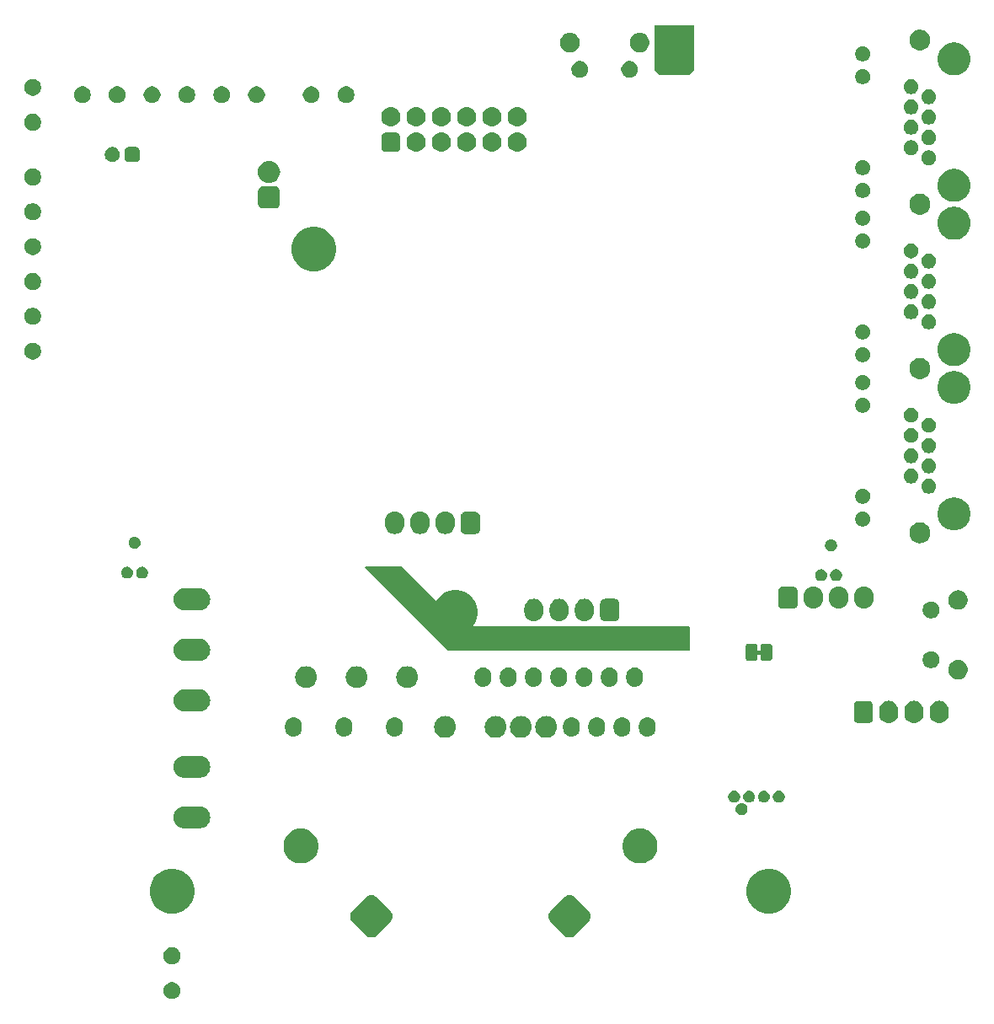
<source format=gbs>
%TF.GenerationSoftware,KiCad,Pcbnew,(5.0.0-rc2-198-gb8bbb15aa)*%
%TF.CreationDate,2018-10-15T22:21:03+08:00*%
%TF.ProjectId,stmbl_4.0,73746D626C5F342E302E6B696361645F,rev?*%
%TF.SameCoordinates,Original*%
%TF.FileFunction,Soldermask,Bot*%
%TF.FilePolarity,Negative*%
%FSLAX46Y46*%
G04 Gerber Fmt 4.6, Leading zero omitted, Abs format (unit mm)*
G04 Created by KiCad (PCBNEW (5.0.0-rc2-198-gb8bbb15aa)) date 10/15/18 22:21:03*
%MOMM*%
%LPD*%
G01*
G04 APERTURE LIST*
%ADD10C,0.150000*%
%ADD11C,0.450000*%
%ADD12C,0.100000*%
G04 APERTURE END LIST*
D10*
G36*
X169000000Y-110250000D02*
X169000000Y-112500000D01*
X144750000Y-112500000D01*
X136500000Y-104250000D01*
X140000000Y-104250000D01*
X146000000Y-110250000D01*
X169000000Y-110250000D01*
G37*
X169000000Y-110250000D02*
X169000000Y-112500000D01*
X144750000Y-112500000D01*
X136500000Y-104250000D01*
X140000000Y-104250000D01*
X146000000Y-110250000D01*
X169000000Y-110250000D01*
D11*
X175250000Y-112750000D02*
X176750000Y-112750000D01*
D12*
G36*
X117247934Y-145932664D02*
X117402625Y-145996739D01*
X117541846Y-146089763D01*
X117660237Y-146208154D01*
X117753261Y-146347375D01*
X117817336Y-146502066D01*
X117850000Y-146666281D01*
X117850000Y-146833719D01*
X117817336Y-146997934D01*
X117753261Y-147152625D01*
X117660237Y-147291846D01*
X117541846Y-147410237D01*
X117402625Y-147503261D01*
X117247934Y-147567336D01*
X117083719Y-147600000D01*
X116916281Y-147600000D01*
X116752066Y-147567336D01*
X116597375Y-147503261D01*
X116458154Y-147410237D01*
X116339763Y-147291846D01*
X116246739Y-147152625D01*
X116182664Y-146997934D01*
X116150000Y-146833719D01*
X116150000Y-146666281D01*
X116182664Y-146502066D01*
X116246739Y-146347375D01*
X116339763Y-146208154D01*
X116458154Y-146089763D01*
X116597375Y-145996739D01*
X116752066Y-145932664D01*
X116916281Y-145900000D01*
X117083719Y-145900000D01*
X117247934Y-145932664D01*
X117247934Y-145932664D01*
G37*
G36*
X117247934Y-142432664D02*
X117402625Y-142496739D01*
X117541846Y-142589763D01*
X117660237Y-142708154D01*
X117753261Y-142847375D01*
X117817336Y-143002066D01*
X117850000Y-143166281D01*
X117850000Y-143333719D01*
X117817336Y-143497934D01*
X117753261Y-143652625D01*
X117660237Y-143791846D01*
X117541846Y-143910237D01*
X117402625Y-144003261D01*
X117247934Y-144067336D01*
X117083719Y-144100000D01*
X116916281Y-144100000D01*
X116752066Y-144067336D01*
X116597375Y-144003261D01*
X116458154Y-143910237D01*
X116339763Y-143791846D01*
X116246739Y-143652625D01*
X116182664Y-143497934D01*
X116150000Y-143333719D01*
X116150000Y-143166281D01*
X116182664Y-143002066D01*
X116246739Y-142847375D01*
X116339763Y-142708154D01*
X116458154Y-142589763D01*
X116597375Y-142496739D01*
X116752066Y-142432664D01*
X116916281Y-142400000D01*
X117083719Y-142400000D01*
X117247934Y-142432664D01*
X117247934Y-142432664D01*
G37*
G36*
X157130245Y-137179311D02*
X157289654Y-137227667D01*
X157436567Y-137306194D01*
X157567246Y-137413440D01*
X158836560Y-138682754D01*
X158943806Y-138813433D01*
X159022333Y-138960346D01*
X159070689Y-139119755D01*
X159087016Y-139285534D01*
X159070689Y-139451313D01*
X159022333Y-139610722D01*
X158943806Y-139757635D01*
X158836560Y-139888314D01*
X157567246Y-141157628D01*
X157436567Y-141264874D01*
X157289654Y-141343401D01*
X157130245Y-141391757D01*
X156964466Y-141408084D01*
X156798687Y-141391757D01*
X156639278Y-141343401D01*
X156492365Y-141264874D01*
X156361686Y-141157628D01*
X155092372Y-139888314D01*
X154985126Y-139757635D01*
X154906599Y-139610722D01*
X154858243Y-139451313D01*
X154841916Y-139285534D01*
X154858243Y-139119755D01*
X154906599Y-138960346D01*
X154985126Y-138813433D01*
X155092372Y-138682754D01*
X156361686Y-137413440D01*
X156492365Y-137306194D01*
X156639278Y-137227667D01*
X156798687Y-137179311D01*
X156964466Y-137162984D01*
X157130245Y-137179311D01*
X157130245Y-137179311D01*
G37*
G36*
X137201313Y-137179311D02*
X137360722Y-137227667D01*
X137507635Y-137306194D01*
X137638314Y-137413440D01*
X138907628Y-138682754D01*
X139014874Y-138813433D01*
X139093401Y-138960346D01*
X139141757Y-139119755D01*
X139158084Y-139285534D01*
X139141757Y-139451313D01*
X139093401Y-139610722D01*
X139014874Y-139757635D01*
X138907628Y-139888314D01*
X137638314Y-141157628D01*
X137507635Y-141264874D01*
X137360722Y-141343401D01*
X137201313Y-141391757D01*
X137035534Y-141408084D01*
X136869755Y-141391757D01*
X136710346Y-141343401D01*
X136563433Y-141264874D01*
X136432754Y-141157628D01*
X135163440Y-139888314D01*
X135056194Y-139757635D01*
X134977667Y-139610722D01*
X134929311Y-139451313D01*
X134912984Y-139285534D01*
X134929311Y-139119755D01*
X134977667Y-138960346D01*
X135056194Y-138813433D01*
X135163440Y-138682754D01*
X136432754Y-137413440D01*
X136563433Y-137306194D01*
X136710346Y-137227667D01*
X136869755Y-137179311D01*
X137035534Y-137162984D01*
X137201313Y-137179311D01*
X137201313Y-137179311D01*
G37*
G36*
X117656299Y-134586465D02*
X118065776Y-134756076D01*
X118434293Y-135002311D01*
X118747689Y-135315707D01*
X118993924Y-135684224D01*
X119163535Y-136093701D01*
X119250000Y-136528393D01*
X119250000Y-136971607D01*
X119163535Y-137406299D01*
X118993924Y-137815776D01*
X118747689Y-138184293D01*
X118434293Y-138497689D01*
X118065776Y-138743924D01*
X117656299Y-138913535D01*
X117221607Y-139000000D01*
X116778393Y-139000000D01*
X116343701Y-138913535D01*
X115934224Y-138743924D01*
X115565707Y-138497689D01*
X115252311Y-138184293D01*
X115006076Y-137815776D01*
X114836465Y-137406299D01*
X114750000Y-136971607D01*
X114750000Y-136528393D01*
X114836465Y-136093701D01*
X115006076Y-135684224D01*
X115252311Y-135315707D01*
X115565707Y-135002311D01*
X115934224Y-134756076D01*
X116343701Y-134586465D01*
X116778393Y-134500000D01*
X117221607Y-134500000D01*
X117656299Y-134586465D01*
X117656299Y-134586465D01*
G37*
G36*
X177656299Y-134586465D02*
X178065776Y-134756076D01*
X178434293Y-135002311D01*
X178747689Y-135315707D01*
X178993924Y-135684224D01*
X179163535Y-136093701D01*
X179250000Y-136528393D01*
X179250000Y-136971607D01*
X179163535Y-137406299D01*
X178993924Y-137815776D01*
X178747689Y-138184293D01*
X178434293Y-138497689D01*
X178065776Y-138743924D01*
X177656299Y-138913535D01*
X177221607Y-139000000D01*
X176778393Y-139000000D01*
X176343701Y-138913535D01*
X175934224Y-138743924D01*
X175565707Y-138497689D01*
X175252311Y-138184293D01*
X175006076Y-137815776D01*
X174836465Y-137406299D01*
X174750000Y-136971607D01*
X174750000Y-136528393D01*
X174836465Y-136093701D01*
X175006076Y-135684224D01*
X175252311Y-135315707D01*
X175565707Y-135002311D01*
X175934224Y-134756076D01*
X176343701Y-134586465D01*
X176778393Y-134500000D01*
X177221607Y-134500000D01*
X177656299Y-134586465D01*
X177656299Y-134586465D01*
G37*
G36*
X164376942Y-130498092D02*
X164545990Y-130531717D01*
X164864470Y-130663636D01*
X165151094Y-130855152D01*
X165394848Y-131098906D01*
X165586364Y-131385530D01*
X165718283Y-131704010D01*
X165785534Y-132042106D01*
X165785534Y-132386826D01*
X165718283Y-132724922D01*
X165586364Y-133043402D01*
X165394848Y-133330026D01*
X165151094Y-133573780D01*
X164864470Y-133765296D01*
X164545990Y-133897215D01*
X164376942Y-133930840D01*
X164207895Y-133964466D01*
X163863173Y-133964466D01*
X163694126Y-133930840D01*
X163525078Y-133897215D01*
X163206598Y-133765296D01*
X162919974Y-133573780D01*
X162676220Y-133330026D01*
X162484704Y-133043402D01*
X162352785Y-132724922D01*
X162285534Y-132386826D01*
X162285534Y-132042106D01*
X162352785Y-131704010D01*
X162484704Y-131385530D01*
X162676220Y-131098906D01*
X162919974Y-130855152D01*
X163206598Y-130663636D01*
X163525078Y-130531717D01*
X163694126Y-130498092D01*
X163863173Y-130464466D01*
X164207895Y-130464466D01*
X164376942Y-130498092D01*
X164376942Y-130498092D01*
G37*
G36*
X130305874Y-130498092D02*
X130474922Y-130531717D01*
X130793402Y-130663636D01*
X131080026Y-130855152D01*
X131323780Y-131098906D01*
X131515296Y-131385530D01*
X131647215Y-131704010D01*
X131714466Y-132042106D01*
X131714466Y-132386826D01*
X131647215Y-132724922D01*
X131515296Y-133043402D01*
X131323780Y-133330026D01*
X131080026Y-133573780D01*
X130793402Y-133765296D01*
X130474922Y-133897215D01*
X130305874Y-133930840D01*
X130136827Y-133964466D01*
X129792105Y-133964466D01*
X129623058Y-133930840D01*
X129454010Y-133897215D01*
X129135530Y-133765296D01*
X128848906Y-133573780D01*
X128605152Y-133330026D01*
X128413636Y-133043402D01*
X128281717Y-132724922D01*
X128214466Y-132386826D01*
X128214466Y-132042106D01*
X128281717Y-131704010D01*
X128413636Y-131385530D01*
X128605152Y-131098906D01*
X128848906Y-130855152D01*
X129135530Y-130663636D01*
X129454010Y-130531717D01*
X129623058Y-130498092D01*
X129792105Y-130464466D01*
X130136827Y-130464466D01*
X130305874Y-130498092D01*
X130305874Y-130498092D01*
G37*
G36*
X119911771Y-128240611D02*
X119965638Y-128245916D01*
X120013897Y-128260556D01*
X120172988Y-128308815D01*
X120351746Y-128404363D01*
X120364084Y-128410958D01*
X120531581Y-128548419D01*
X120669042Y-128715916D01*
X120669043Y-128715918D01*
X120771185Y-128907012D01*
X120834084Y-129114363D01*
X120855322Y-129330000D01*
X120834084Y-129545637D01*
X120771185Y-129752988D01*
X120675637Y-129931746D01*
X120669042Y-129944084D01*
X120531581Y-130111581D01*
X120364084Y-130249042D01*
X120364082Y-130249043D01*
X120172988Y-130351185D01*
X120013897Y-130399444D01*
X119965638Y-130414084D01*
X119911771Y-130419389D01*
X119804038Y-130430000D01*
X118195962Y-130430000D01*
X118088229Y-130419389D01*
X118034362Y-130414084D01*
X117986103Y-130399444D01*
X117827012Y-130351185D01*
X117635918Y-130249043D01*
X117635916Y-130249042D01*
X117468419Y-130111581D01*
X117330958Y-129944084D01*
X117324363Y-129931746D01*
X117228815Y-129752988D01*
X117165916Y-129545637D01*
X117144678Y-129330000D01*
X117165916Y-129114363D01*
X117228815Y-128907012D01*
X117330957Y-128715918D01*
X117330958Y-128715916D01*
X117468419Y-128548419D01*
X117635916Y-128410958D01*
X117648254Y-128404363D01*
X117827012Y-128308815D01*
X117986103Y-128260556D01*
X118034362Y-128245916D01*
X118088229Y-128240611D01*
X118195962Y-128230000D01*
X119804038Y-128230000D01*
X119911771Y-128240611D01*
X119911771Y-128240611D01*
G37*
G36*
X174425012Y-127923057D02*
X174425015Y-127923058D01*
X174425014Y-127923058D01*
X174534207Y-127968287D01*
X174632148Y-128033729D01*
X174632481Y-128033952D01*
X174716048Y-128117519D01*
X174716050Y-128117522D01*
X174781713Y-128215793D01*
X174794190Y-128245916D01*
X174826943Y-128324988D01*
X174850000Y-128440904D01*
X174850000Y-128559096D01*
X174826943Y-128675012D01*
X174826942Y-128675014D01*
X174781713Y-128784207D01*
X174716271Y-128882148D01*
X174716048Y-128882481D01*
X174632481Y-128966048D01*
X174632478Y-128966050D01*
X174534207Y-129031713D01*
X174443747Y-129069183D01*
X174425012Y-129076943D01*
X174309096Y-129100000D01*
X174190904Y-129100000D01*
X174074988Y-129076943D01*
X174056253Y-129069183D01*
X173965793Y-129031713D01*
X173867522Y-128966050D01*
X173867519Y-128966048D01*
X173783952Y-128882481D01*
X173783729Y-128882148D01*
X173718287Y-128784207D01*
X173673058Y-128675014D01*
X173673057Y-128675012D01*
X173650000Y-128559096D01*
X173650000Y-128440904D01*
X173673057Y-128324988D01*
X173705810Y-128245916D01*
X173718287Y-128215793D01*
X173783950Y-128117522D01*
X173783952Y-128117519D01*
X173867519Y-128033952D01*
X173867852Y-128033729D01*
X173965793Y-127968287D01*
X174074986Y-127923058D01*
X174074985Y-127923058D01*
X174074988Y-127923057D01*
X174190904Y-127900000D01*
X174309096Y-127900000D01*
X174425012Y-127923057D01*
X174425012Y-127923057D01*
G37*
G36*
X176675012Y-126673057D02*
X176675015Y-126673058D01*
X176675014Y-126673058D01*
X176784207Y-126718287D01*
X176882148Y-126783729D01*
X176882481Y-126783952D01*
X176966048Y-126867519D01*
X176966050Y-126867522D01*
X177031713Y-126965793D01*
X177069183Y-127056253D01*
X177076943Y-127074988D01*
X177100000Y-127190904D01*
X177100000Y-127309096D01*
X177076943Y-127425012D01*
X177076942Y-127425014D01*
X177031713Y-127534207D01*
X176966271Y-127632148D01*
X176966048Y-127632481D01*
X176882481Y-127716048D01*
X176882478Y-127716050D01*
X176784207Y-127781713D01*
X176693747Y-127819183D01*
X176675012Y-127826943D01*
X176559096Y-127850000D01*
X176440904Y-127850000D01*
X176324988Y-127826943D01*
X176306253Y-127819183D01*
X176215793Y-127781713D01*
X176117522Y-127716050D01*
X176117519Y-127716048D01*
X176033952Y-127632481D01*
X176033729Y-127632148D01*
X175968287Y-127534207D01*
X175923058Y-127425014D01*
X175923057Y-127425012D01*
X175900000Y-127309096D01*
X175900000Y-127190904D01*
X175923057Y-127074988D01*
X175930817Y-127056253D01*
X175968287Y-126965793D01*
X176033950Y-126867522D01*
X176033952Y-126867519D01*
X176117519Y-126783952D01*
X176117852Y-126783729D01*
X176215793Y-126718287D01*
X176324986Y-126673058D01*
X176324985Y-126673058D01*
X176324988Y-126673057D01*
X176440904Y-126650000D01*
X176559096Y-126650000D01*
X176675012Y-126673057D01*
X176675012Y-126673057D01*
G37*
G36*
X178175012Y-126673057D02*
X178175015Y-126673058D01*
X178175014Y-126673058D01*
X178284207Y-126718287D01*
X178382148Y-126783729D01*
X178382481Y-126783952D01*
X178466048Y-126867519D01*
X178466050Y-126867522D01*
X178531713Y-126965793D01*
X178569183Y-127056253D01*
X178576943Y-127074988D01*
X178600000Y-127190904D01*
X178600000Y-127309096D01*
X178576943Y-127425012D01*
X178576942Y-127425014D01*
X178531713Y-127534207D01*
X178466271Y-127632148D01*
X178466048Y-127632481D01*
X178382481Y-127716048D01*
X178382478Y-127716050D01*
X178284207Y-127781713D01*
X178193747Y-127819183D01*
X178175012Y-127826943D01*
X178059096Y-127850000D01*
X177940904Y-127850000D01*
X177824988Y-127826943D01*
X177806253Y-127819183D01*
X177715793Y-127781713D01*
X177617522Y-127716050D01*
X177617519Y-127716048D01*
X177533952Y-127632481D01*
X177533729Y-127632148D01*
X177468287Y-127534207D01*
X177423058Y-127425014D01*
X177423057Y-127425012D01*
X177400000Y-127309096D01*
X177400000Y-127190904D01*
X177423057Y-127074988D01*
X177430817Y-127056253D01*
X177468287Y-126965793D01*
X177533950Y-126867522D01*
X177533952Y-126867519D01*
X177617519Y-126783952D01*
X177617852Y-126783729D01*
X177715793Y-126718287D01*
X177824986Y-126673058D01*
X177824985Y-126673058D01*
X177824988Y-126673057D01*
X177940904Y-126650000D01*
X178059096Y-126650000D01*
X178175012Y-126673057D01*
X178175012Y-126673057D01*
G37*
G36*
X175175012Y-126673057D02*
X175175015Y-126673058D01*
X175175014Y-126673058D01*
X175284207Y-126718287D01*
X175382148Y-126783729D01*
X175382481Y-126783952D01*
X175466048Y-126867519D01*
X175466050Y-126867522D01*
X175531713Y-126965793D01*
X175569183Y-127056253D01*
X175576943Y-127074988D01*
X175600000Y-127190904D01*
X175600000Y-127309096D01*
X175576943Y-127425012D01*
X175576942Y-127425014D01*
X175531713Y-127534207D01*
X175466271Y-127632148D01*
X175466048Y-127632481D01*
X175382481Y-127716048D01*
X175382478Y-127716050D01*
X175284207Y-127781713D01*
X175193747Y-127819183D01*
X175175012Y-127826943D01*
X175059096Y-127850000D01*
X174940904Y-127850000D01*
X174824988Y-127826943D01*
X174806253Y-127819183D01*
X174715793Y-127781713D01*
X174617522Y-127716050D01*
X174617519Y-127716048D01*
X174533952Y-127632481D01*
X174533729Y-127632148D01*
X174468287Y-127534207D01*
X174423058Y-127425014D01*
X174423057Y-127425012D01*
X174400000Y-127309096D01*
X174400000Y-127190904D01*
X174423057Y-127074988D01*
X174430817Y-127056253D01*
X174468287Y-126965793D01*
X174533950Y-126867522D01*
X174533952Y-126867519D01*
X174617519Y-126783952D01*
X174617852Y-126783729D01*
X174715793Y-126718287D01*
X174824986Y-126673058D01*
X174824985Y-126673058D01*
X174824988Y-126673057D01*
X174940904Y-126650000D01*
X175059096Y-126650000D01*
X175175012Y-126673057D01*
X175175012Y-126673057D01*
G37*
G36*
X173675012Y-126673057D02*
X173675015Y-126673058D01*
X173675014Y-126673058D01*
X173784207Y-126718287D01*
X173882148Y-126783729D01*
X173882481Y-126783952D01*
X173966048Y-126867519D01*
X173966050Y-126867522D01*
X174031713Y-126965793D01*
X174069183Y-127056253D01*
X174076943Y-127074988D01*
X174100000Y-127190904D01*
X174100000Y-127309096D01*
X174076943Y-127425012D01*
X174076942Y-127425014D01*
X174031713Y-127534207D01*
X173966271Y-127632148D01*
X173966048Y-127632481D01*
X173882481Y-127716048D01*
X173882478Y-127716050D01*
X173784207Y-127781713D01*
X173693747Y-127819183D01*
X173675012Y-127826943D01*
X173559096Y-127850000D01*
X173440904Y-127850000D01*
X173324988Y-127826943D01*
X173306253Y-127819183D01*
X173215793Y-127781713D01*
X173117522Y-127716050D01*
X173117519Y-127716048D01*
X173033952Y-127632481D01*
X173033729Y-127632148D01*
X172968287Y-127534207D01*
X172923058Y-127425014D01*
X172923057Y-127425012D01*
X172900000Y-127309096D01*
X172900000Y-127190904D01*
X172923057Y-127074988D01*
X172930817Y-127056253D01*
X172968287Y-126965793D01*
X173033950Y-126867522D01*
X173033952Y-126867519D01*
X173117519Y-126783952D01*
X173117852Y-126783729D01*
X173215793Y-126718287D01*
X173324986Y-126673058D01*
X173324985Y-126673058D01*
X173324988Y-126673057D01*
X173440904Y-126650000D01*
X173559096Y-126650000D01*
X173675012Y-126673057D01*
X173675012Y-126673057D01*
G37*
G36*
X119911771Y-123160611D02*
X119965638Y-123165916D01*
X120013897Y-123180556D01*
X120172988Y-123228815D01*
X120351746Y-123324363D01*
X120364084Y-123330958D01*
X120531581Y-123468419D01*
X120669042Y-123635916D01*
X120669043Y-123635918D01*
X120771185Y-123827012D01*
X120834084Y-124034363D01*
X120855322Y-124250000D01*
X120834084Y-124465637D01*
X120771185Y-124672988D01*
X120675637Y-124851746D01*
X120669042Y-124864084D01*
X120531581Y-125031581D01*
X120364084Y-125169042D01*
X120364082Y-125169043D01*
X120172988Y-125271185D01*
X120013897Y-125319444D01*
X119965638Y-125334084D01*
X119911771Y-125339389D01*
X119804038Y-125350000D01*
X118195962Y-125350000D01*
X118088229Y-125339389D01*
X118034362Y-125334084D01*
X117986103Y-125319444D01*
X117827012Y-125271185D01*
X117635918Y-125169043D01*
X117635916Y-125169042D01*
X117468419Y-125031581D01*
X117330958Y-124864084D01*
X117324363Y-124851746D01*
X117228815Y-124672988D01*
X117165916Y-124465637D01*
X117144678Y-124250000D01*
X117165916Y-124034363D01*
X117228815Y-123827012D01*
X117330957Y-123635918D01*
X117330958Y-123635916D01*
X117468419Y-123468419D01*
X117635916Y-123330958D01*
X117648254Y-123324363D01*
X117827012Y-123228815D01*
X117986103Y-123180556D01*
X118034362Y-123165916D01*
X118088229Y-123160611D01*
X118195962Y-123150000D01*
X119804038Y-123150000D01*
X119911771Y-123160611D01*
X119911771Y-123160611D01*
G37*
G36*
X149701771Y-119160611D02*
X149755638Y-119165916D01*
X149803897Y-119180556D01*
X149962988Y-119228815D01*
X150141746Y-119324363D01*
X150154084Y-119330958D01*
X150321581Y-119468419D01*
X150459042Y-119635916D01*
X150459043Y-119635918D01*
X150561185Y-119827012D01*
X150624084Y-120034363D01*
X150645322Y-120250000D01*
X150624084Y-120465637D01*
X150561185Y-120672988D01*
X150466828Y-120849517D01*
X150459042Y-120864084D01*
X150321581Y-121031581D01*
X150154084Y-121169042D01*
X150154082Y-121169043D01*
X149962988Y-121271185D01*
X149803897Y-121319444D01*
X149755638Y-121334084D01*
X149701771Y-121339389D01*
X149594038Y-121350000D01*
X149485962Y-121350000D01*
X149378229Y-121339389D01*
X149324362Y-121334084D01*
X149276103Y-121319444D01*
X149117012Y-121271185D01*
X148925918Y-121169043D01*
X148925916Y-121169042D01*
X148758419Y-121031581D01*
X148620958Y-120864084D01*
X148613172Y-120849517D01*
X148518815Y-120672988D01*
X148455916Y-120465637D01*
X148434678Y-120250000D01*
X148455916Y-120034363D01*
X148518815Y-119827012D01*
X148620957Y-119635918D01*
X148620958Y-119635916D01*
X148758419Y-119468419D01*
X148925916Y-119330958D01*
X148938254Y-119324363D01*
X149117012Y-119228815D01*
X149276103Y-119180556D01*
X149324362Y-119165916D01*
X149378229Y-119160611D01*
X149485962Y-119150000D01*
X149594038Y-119150000D01*
X149701771Y-119160611D01*
X149701771Y-119160611D01*
G37*
G36*
X152241771Y-119160611D02*
X152295638Y-119165916D01*
X152343897Y-119180556D01*
X152502988Y-119228815D01*
X152681746Y-119324363D01*
X152694084Y-119330958D01*
X152861581Y-119468419D01*
X152999042Y-119635916D01*
X152999043Y-119635918D01*
X153101185Y-119827012D01*
X153164084Y-120034363D01*
X153185322Y-120250000D01*
X153164084Y-120465637D01*
X153101185Y-120672988D01*
X153006828Y-120849517D01*
X152999042Y-120864084D01*
X152861581Y-121031581D01*
X152694084Y-121169042D01*
X152694082Y-121169043D01*
X152502988Y-121271185D01*
X152343897Y-121319444D01*
X152295638Y-121334084D01*
X152241771Y-121339389D01*
X152134038Y-121350000D01*
X152025962Y-121350000D01*
X151918229Y-121339389D01*
X151864362Y-121334084D01*
X151816103Y-121319444D01*
X151657012Y-121271185D01*
X151465918Y-121169043D01*
X151465916Y-121169042D01*
X151298419Y-121031581D01*
X151160958Y-120864084D01*
X151153172Y-120849517D01*
X151058815Y-120672988D01*
X150995916Y-120465637D01*
X150974678Y-120250000D01*
X150995916Y-120034363D01*
X151058815Y-119827012D01*
X151160957Y-119635918D01*
X151160958Y-119635916D01*
X151298419Y-119468419D01*
X151465916Y-119330958D01*
X151478254Y-119324363D01*
X151657012Y-119228815D01*
X151816103Y-119180556D01*
X151864362Y-119165916D01*
X151918229Y-119160611D01*
X152025962Y-119150000D01*
X152134038Y-119150000D01*
X152241771Y-119160611D01*
X152241771Y-119160611D01*
G37*
G36*
X154781771Y-119160611D02*
X154835638Y-119165916D01*
X154883897Y-119180556D01*
X155042988Y-119228815D01*
X155221746Y-119324363D01*
X155234084Y-119330958D01*
X155401581Y-119468419D01*
X155539042Y-119635916D01*
X155539043Y-119635918D01*
X155641185Y-119827012D01*
X155704084Y-120034363D01*
X155725322Y-120250000D01*
X155704084Y-120465637D01*
X155641185Y-120672988D01*
X155546828Y-120849517D01*
X155539042Y-120864084D01*
X155401581Y-121031581D01*
X155234084Y-121169042D01*
X155234082Y-121169043D01*
X155042988Y-121271185D01*
X154883897Y-121319444D01*
X154835638Y-121334084D01*
X154781771Y-121339389D01*
X154674038Y-121350000D01*
X154565962Y-121350000D01*
X154458229Y-121339389D01*
X154404362Y-121334084D01*
X154356103Y-121319444D01*
X154197012Y-121271185D01*
X154005918Y-121169043D01*
X154005916Y-121169042D01*
X153838419Y-121031581D01*
X153700958Y-120864084D01*
X153693172Y-120849517D01*
X153598815Y-120672988D01*
X153535916Y-120465637D01*
X153514678Y-120250000D01*
X153535916Y-120034363D01*
X153598815Y-119827012D01*
X153700957Y-119635918D01*
X153700958Y-119635916D01*
X153838419Y-119468419D01*
X154005916Y-119330958D01*
X154018254Y-119324363D01*
X154197012Y-119228815D01*
X154356103Y-119180556D01*
X154404362Y-119165916D01*
X154458229Y-119160611D01*
X154565962Y-119150000D01*
X154674038Y-119150000D01*
X154781771Y-119160611D01*
X154781771Y-119160611D01*
G37*
G36*
X144621771Y-119160611D02*
X144675638Y-119165916D01*
X144723897Y-119180556D01*
X144882988Y-119228815D01*
X145061746Y-119324363D01*
X145074084Y-119330958D01*
X145241581Y-119468419D01*
X145379042Y-119635916D01*
X145379043Y-119635918D01*
X145481185Y-119827012D01*
X145544084Y-120034363D01*
X145565322Y-120250000D01*
X145544084Y-120465637D01*
X145481185Y-120672988D01*
X145386828Y-120849517D01*
X145379042Y-120864084D01*
X145241581Y-121031581D01*
X145074084Y-121169042D01*
X145074082Y-121169043D01*
X144882988Y-121271185D01*
X144723897Y-121319444D01*
X144675638Y-121334084D01*
X144621771Y-121339389D01*
X144514038Y-121350000D01*
X144405962Y-121350000D01*
X144298229Y-121339389D01*
X144244362Y-121334084D01*
X144196103Y-121319444D01*
X144037012Y-121271185D01*
X143845918Y-121169043D01*
X143845916Y-121169042D01*
X143678419Y-121031581D01*
X143540958Y-120864084D01*
X143533172Y-120849517D01*
X143438815Y-120672988D01*
X143375916Y-120465637D01*
X143354678Y-120250000D01*
X143375916Y-120034363D01*
X143438815Y-119827012D01*
X143540957Y-119635918D01*
X143540958Y-119635916D01*
X143678419Y-119468419D01*
X143845916Y-119330958D01*
X143858254Y-119324363D01*
X144037012Y-119228815D01*
X144196103Y-119180556D01*
X144244362Y-119165916D01*
X144298229Y-119160611D01*
X144405962Y-119150000D01*
X144514038Y-119150000D01*
X144621771Y-119160611D01*
X144621771Y-119160611D01*
G37*
G36*
X164946628Y-119287299D02*
X165069562Y-119324591D01*
X165106854Y-119335903D01*
X165180686Y-119375367D01*
X165254519Y-119414832D01*
X165383946Y-119521049D01*
X165490170Y-119650483D01*
X165520635Y-119707480D01*
X165569097Y-119798145D01*
X165578555Y-119829325D01*
X165617701Y-119958371D01*
X165630000Y-120083247D01*
X165630000Y-120416752D01*
X165617701Y-120541628D01*
X165580409Y-120664563D01*
X165569097Y-120701855D01*
X165540309Y-120755712D01*
X165490170Y-120849517D01*
X165383948Y-120978948D01*
X165254517Y-121085170D01*
X165160712Y-121135309D01*
X165106855Y-121164097D01*
X165069563Y-121175409D01*
X164946629Y-121212701D01*
X164780000Y-121229112D01*
X164613372Y-121212701D01*
X164490438Y-121175409D01*
X164453146Y-121164097D01*
X164379314Y-121124632D01*
X164305481Y-121085168D01*
X164176054Y-120978951D01*
X164069830Y-120849517D01*
X164019691Y-120755712D01*
X163990903Y-120701855D01*
X163979591Y-120664563D01*
X163942299Y-120541629D01*
X163930000Y-120416753D01*
X163930000Y-120083248D01*
X163942299Y-119958372D01*
X163990903Y-119798147D01*
X163990903Y-119798146D01*
X164030368Y-119724314D01*
X164069832Y-119650481D01*
X164176049Y-119521054D01*
X164305483Y-119414830D01*
X164399288Y-119364691D01*
X164453145Y-119335903D01*
X164490437Y-119324591D01*
X164613371Y-119287299D01*
X164780000Y-119270888D01*
X164946628Y-119287299D01*
X164946628Y-119287299D01*
G37*
G36*
X162406628Y-119287299D02*
X162529562Y-119324591D01*
X162566854Y-119335903D01*
X162640686Y-119375367D01*
X162714519Y-119414832D01*
X162843946Y-119521049D01*
X162950170Y-119650483D01*
X162980635Y-119707480D01*
X163029097Y-119798145D01*
X163038555Y-119829325D01*
X163077701Y-119958371D01*
X163090000Y-120083247D01*
X163090000Y-120416752D01*
X163077701Y-120541628D01*
X163040409Y-120664563D01*
X163029097Y-120701855D01*
X163000309Y-120755712D01*
X162950170Y-120849517D01*
X162843948Y-120978948D01*
X162714517Y-121085170D01*
X162620712Y-121135309D01*
X162566855Y-121164097D01*
X162529563Y-121175409D01*
X162406629Y-121212701D01*
X162240000Y-121229112D01*
X162073372Y-121212701D01*
X161950438Y-121175409D01*
X161913146Y-121164097D01*
X161839314Y-121124632D01*
X161765481Y-121085168D01*
X161636054Y-120978951D01*
X161529830Y-120849517D01*
X161479691Y-120755712D01*
X161450903Y-120701855D01*
X161439591Y-120664563D01*
X161402299Y-120541629D01*
X161390000Y-120416753D01*
X161390000Y-120083248D01*
X161402299Y-119958372D01*
X161450903Y-119798147D01*
X161450903Y-119798146D01*
X161490368Y-119724314D01*
X161529832Y-119650481D01*
X161636049Y-119521054D01*
X161765483Y-119414830D01*
X161859288Y-119364691D01*
X161913145Y-119335903D01*
X161950437Y-119324591D01*
X162073371Y-119287299D01*
X162240000Y-119270888D01*
X162406628Y-119287299D01*
X162406628Y-119287299D01*
G37*
G36*
X159866628Y-119287299D02*
X159989562Y-119324591D01*
X160026854Y-119335903D01*
X160100686Y-119375367D01*
X160174519Y-119414832D01*
X160303946Y-119521049D01*
X160410170Y-119650483D01*
X160440635Y-119707480D01*
X160489097Y-119798145D01*
X160498555Y-119829325D01*
X160537701Y-119958371D01*
X160550000Y-120083247D01*
X160550000Y-120416752D01*
X160537701Y-120541628D01*
X160500409Y-120664563D01*
X160489097Y-120701855D01*
X160460309Y-120755712D01*
X160410170Y-120849517D01*
X160303948Y-120978948D01*
X160174517Y-121085170D01*
X160080712Y-121135309D01*
X160026855Y-121164097D01*
X159989563Y-121175409D01*
X159866629Y-121212701D01*
X159700000Y-121229112D01*
X159533372Y-121212701D01*
X159410438Y-121175409D01*
X159373146Y-121164097D01*
X159299314Y-121124632D01*
X159225481Y-121085168D01*
X159096054Y-120978951D01*
X158989830Y-120849517D01*
X158939691Y-120755712D01*
X158910903Y-120701855D01*
X158899591Y-120664563D01*
X158862299Y-120541629D01*
X158850000Y-120416753D01*
X158850000Y-120083248D01*
X158862299Y-119958372D01*
X158910903Y-119798147D01*
X158910903Y-119798146D01*
X158950368Y-119724314D01*
X158989832Y-119650481D01*
X159096049Y-119521054D01*
X159225483Y-119414830D01*
X159319288Y-119364691D01*
X159373145Y-119335903D01*
X159410437Y-119324591D01*
X159533371Y-119287299D01*
X159700000Y-119270888D01*
X159866628Y-119287299D01*
X159866628Y-119287299D01*
G37*
G36*
X157326628Y-119287299D02*
X157449562Y-119324591D01*
X157486854Y-119335903D01*
X157560686Y-119375367D01*
X157634519Y-119414832D01*
X157763946Y-119521049D01*
X157870170Y-119650483D01*
X157900635Y-119707480D01*
X157949097Y-119798145D01*
X157958555Y-119829325D01*
X157997701Y-119958371D01*
X158010000Y-120083247D01*
X158010000Y-120416752D01*
X157997701Y-120541628D01*
X157960409Y-120664563D01*
X157949097Y-120701855D01*
X157920309Y-120755712D01*
X157870170Y-120849517D01*
X157763948Y-120978948D01*
X157634517Y-121085170D01*
X157540712Y-121135309D01*
X157486855Y-121164097D01*
X157449563Y-121175409D01*
X157326629Y-121212701D01*
X157160000Y-121229112D01*
X156993372Y-121212701D01*
X156870438Y-121175409D01*
X156833146Y-121164097D01*
X156759314Y-121124632D01*
X156685481Y-121085168D01*
X156556054Y-120978951D01*
X156449830Y-120849517D01*
X156399691Y-120755712D01*
X156370903Y-120701855D01*
X156359591Y-120664563D01*
X156322299Y-120541629D01*
X156310000Y-120416753D01*
X156310000Y-120083248D01*
X156322299Y-119958372D01*
X156370903Y-119798147D01*
X156370903Y-119798146D01*
X156410368Y-119724314D01*
X156449832Y-119650481D01*
X156556049Y-119521054D01*
X156685483Y-119414830D01*
X156779288Y-119364691D01*
X156833145Y-119335903D01*
X156870437Y-119324591D01*
X156993371Y-119287299D01*
X157160000Y-119270888D01*
X157326628Y-119287299D01*
X157326628Y-119287299D01*
G37*
G36*
X139546628Y-119287299D02*
X139669562Y-119324591D01*
X139706854Y-119335903D01*
X139780686Y-119375367D01*
X139854519Y-119414832D01*
X139983946Y-119521049D01*
X140090170Y-119650483D01*
X140120635Y-119707480D01*
X140169097Y-119798145D01*
X140178555Y-119829325D01*
X140217701Y-119958371D01*
X140230000Y-120083247D01*
X140230000Y-120416752D01*
X140217701Y-120541628D01*
X140180409Y-120664563D01*
X140169097Y-120701855D01*
X140140309Y-120755712D01*
X140090170Y-120849517D01*
X139983948Y-120978948D01*
X139854517Y-121085170D01*
X139760712Y-121135309D01*
X139706855Y-121164097D01*
X139669563Y-121175409D01*
X139546629Y-121212701D01*
X139380000Y-121229112D01*
X139213372Y-121212701D01*
X139090438Y-121175409D01*
X139053146Y-121164097D01*
X138979314Y-121124632D01*
X138905481Y-121085168D01*
X138776054Y-120978951D01*
X138669830Y-120849517D01*
X138619691Y-120755712D01*
X138590903Y-120701855D01*
X138579591Y-120664563D01*
X138542299Y-120541629D01*
X138530000Y-120416753D01*
X138530000Y-120083248D01*
X138542299Y-119958372D01*
X138590903Y-119798147D01*
X138590903Y-119798146D01*
X138630368Y-119724314D01*
X138669832Y-119650481D01*
X138776049Y-119521054D01*
X138905483Y-119414830D01*
X138999288Y-119364691D01*
X139053145Y-119335903D01*
X139090437Y-119324591D01*
X139213371Y-119287299D01*
X139380000Y-119270888D01*
X139546628Y-119287299D01*
X139546628Y-119287299D01*
G37*
G36*
X134466628Y-119287299D02*
X134589562Y-119324591D01*
X134626854Y-119335903D01*
X134700686Y-119375367D01*
X134774519Y-119414832D01*
X134903946Y-119521049D01*
X135010170Y-119650483D01*
X135040635Y-119707480D01*
X135089097Y-119798145D01*
X135098555Y-119829325D01*
X135137701Y-119958371D01*
X135150000Y-120083247D01*
X135150000Y-120416752D01*
X135137701Y-120541628D01*
X135100409Y-120664563D01*
X135089097Y-120701855D01*
X135060309Y-120755712D01*
X135010170Y-120849517D01*
X134903948Y-120978948D01*
X134774517Y-121085170D01*
X134680712Y-121135309D01*
X134626855Y-121164097D01*
X134589563Y-121175409D01*
X134466629Y-121212701D01*
X134300000Y-121229112D01*
X134133372Y-121212701D01*
X134010438Y-121175409D01*
X133973146Y-121164097D01*
X133899314Y-121124632D01*
X133825481Y-121085168D01*
X133696054Y-120978951D01*
X133589830Y-120849517D01*
X133539691Y-120755712D01*
X133510903Y-120701855D01*
X133499591Y-120664563D01*
X133462299Y-120541629D01*
X133450000Y-120416753D01*
X133450000Y-120083248D01*
X133462299Y-119958372D01*
X133510903Y-119798147D01*
X133510903Y-119798146D01*
X133550368Y-119724314D01*
X133589832Y-119650481D01*
X133696049Y-119521054D01*
X133825483Y-119414830D01*
X133919288Y-119364691D01*
X133973145Y-119335903D01*
X134010437Y-119324591D01*
X134133371Y-119287299D01*
X134300000Y-119270888D01*
X134466628Y-119287299D01*
X134466628Y-119287299D01*
G37*
G36*
X129386628Y-119287299D02*
X129509562Y-119324591D01*
X129546854Y-119335903D01*
X129620686Y-119375367D01*
X129694519Y-119414832D01*
X129823946Y-119521049D01*
X129930170Y-119650483D01*
X129960635Y-119707480D01*
X130009097Y-119798145D01*
X130018555Y-119829325D01*
X130057701Y-119958371D01*
X130070000Y-120083247D01*
X130070000Y-120416752D01*
X130057701Y-120541628D01*
X130020409Y-120664563D01*
X130009097Y-120701855D01*
X129980309Y-120755712D01*
X129930170Y-120849517D01*
X129823948Y-120978948D01*
X129694517Y-121085170D01*
X129600712Y-121135309D01*
X129546855Y-121164097D01*
X129509563Y-121175409D01*
X129386629Y-121212701D01*
X129220000Y-121229112D01*
X129053372Y-121212701D01*
X128930438Y-121175409D01*
X128893146Y-121164097D01*
X128819314Y-121124632D01*
X128745481Y-121085168D01*
X128616054Y-120978951D01*
X128509830Y-120849517D01*
X128459691Y-120755712D01*
X128430903Y-120701855D01*
X128419591Y-120664563D01*
X128382299Y-120541629D01*
X128370000Y-120416753D01*
X128370000Y-120083248D01*
X128382299Y-119958372D01*
X128430903Y-119798147D01*
X128430903Y-119798146D01*
X128470368Y-119724314D01*
X128509832Y-119650481D01*
X128616049Y-119521054D01*
X128745483Y-119414830D01*
X128839288Y-119364691D01*
X128893145Y-119335903D01*
X128930437Y-119324591D01*
X129053371Y-119287299D01*
X129220000Y-119270888D01*
X129386628Y-119287299D01*
X129386628Y-119287299D01*
G37*
G36*
X191768898Y-117647942D02*
X191950538Y-117703042D01*
X192117939Y-117792520D01*
X192264665Y-117912935D01*
X192385080Y-118059661D01*
X192474558Y-118227062D01*
X192529658Y-118408703D01*
X192543600Y-118550263D01*
X192543600Y-118949738D01*
X192529658Y-119091298D01*
X192474558Y-119272938D01*
X192385080Y-119440339D01*
X192264665Y-119587065D01*
X192117939Y-119707480D01*
X191950537Y-119796958D01*
X191768897Y-119852058D01*
X191580000Y-119870662D01*
X191391102Y-119852058D01*
X191209462Y-119796958D01*
X191042061Y-119707480D01*
X190895335Y-119587065D01*
X190774920Y-119440339D01*
X190685442Y-119272937D01*
X190630342Y-119091297D01*
X190616400Y-118949737D01*
X190616400Y-118550262D01*
X190630342Y-118408702D01*
X190685442Y-118227062D01*
X190774920Y-118059661D01*
X190895336Y-117912935D01*
X191042062Y-117792520D01*
X191209463Y-117703042D01*
X191391103Y-117647942D01*
X191580000Y-117629338D01*
X191768898Y-117647942D01*
X191768898Y-117647942D01*
G37*
G36*
X194308898Y-117647942D02*
X194490538Y-117703042D01*
X194657939Y-117792520D01*
X194804665Y-117912935D01*
X194925080Y-118059661D01*
X195014558Y-118227062D01*
X195069658Y-118408703D01*
X195083600Y-118550263D01*
X195083600Y-118949738D01*
X195069658Y-119091298D01*
X195014558Y-119272938D01*
X194925080Y-119440339D01*
X194804665Y-119587065D01*
X194657939Y-119707480D01*
X194490537Y-119796958D01*
X194308897Y-119852058D01*
X194120000Y-119870662D01*
X193931102Y-119852058D01*
X193749462Y-119796958D01*
X193582061Y-119707480D01*
X193435335Y-119587065D01*
X193314920Y-119440339D01*
X193225442Y-119272937D01*
X193170342Y-119091297D01*
X193156400Y-118949737D01*
X193156400Y-118550262D01*
X193170342Y-118408702D01*
X193225442Y-118227062D01*
X193314920Y-118059661D01*
X193435336Y-117912935D01*
X193582062Y-117792520D01*
X193749463Y-117703042D01*
X193931103Y-117647942D01*
X194120000Y-117629338D01*
X194308898Y-117647942D01*
X194308898Y-117647942D01*
G37*
G36*
X189228898Y-117647942D02*
X189410538Y-117703042D01*
X189577939Y-117792520D01*
X189724665Y-117912935D01*
X189845080Y-118059661D01*
X189934558Y-118227062D01*
X189989658Y-118408703D01*
X190003600Y-118550263D01*
X190003600Y-118949738D01*
X189989658Y-119091298D01*
X189934558Y-119272938D01*
X189845080Y-119440339D01*
X189724665Y-119587065D01*
X189577939Y-119707480D01*
X189410537Y-119796958D01*
X189228897Y-119852058D01*
X189040000Y-119870662D01*
X188851102Y-119852058D01*
X188669462Y-119796958D01*
X188502061Y-119707480D01*
X188355335Y-119587065D01*
X188234920Y-119440339D01*
X188145442Y-119272937D01*
X188090342Y-119091297D01*
X188076400Y-118949737D01*
X188076400Y-118550262D01*
X188090342Y-118408702D01*
X188145442Y-118227062D01*
X188234920Y-118059661D01*
X188355336Y-117912935D01*
X188502062Y-117792520D01*
X188669463Y-117703042D01*
X188851103Y-117647942D01*
X189040000Y-117629338D01*
X189228898Y-117647942D01*
X189228898Y-117647942D01*
G37*
G36*
X187095870Y-117643014D02*
X187181517Y-117668995D01*
X187260448Y-117711184D01*
X187329635Y-117767965D01*
X187386416Y-117837152D01*
X187428605Y-117916083D01*
X187454586Y-118001730D01*
X187463600Y-118093254D01*
X187463600Y-119406746D01*
X187454586Y-119498270D01*
X187428605Y-119583917D01*
X187386416Y-119662848D01*
X187329635Y-119732035D01*
X187260448Y-119788816D01*
X187181517Y-119831005D01*
X187095870Y-119856986D01*
X187004346Y-119866000D01*
X185995654Y-119866000D01*
X185904130Y-119856986D01*
X185818483Y-119831005D01*
X185739552Y-119788816D01*
X185670365Y-119732035D01*
X185613584Y-119662848D01*
X185571395Y-119583917D01*
X185545414Y-119498270D01*
X185536400Y-119406746D01*
X185536400Y-118093254D01*
X185545414Y-118001730D01*
X185571395Y-117916083D01*
X185613584Y-117837152D01*
X185670365Y-117767965D01*
X185739552Y-117711184D01*
X185818483Y-117668995D01*
X185904130Y-117643014D01*
X185995654Y-117634000D01*
X187004346Y-117634000D01*
X187095870Y-117643014D01*
X187095870Y-117643014D01*
G37*
G36*
X119911771Y-116490611D02*
X119965638Y-116495916D01*
X120013897Y-116510556D01*
X120172988Y-116558815D01*
X120351746Y-116654363D01*
X120364084Y-116660958D01*
X120531581Y-116798419D01*
X120669042Y-116965916D01*
X120669043Y-116965918D01*
X120771185Y-117157012D01*
X120834084Y-117364363D01*
X120855322Y-117580000D01*
X120834084Y-117795637D01*
X120771185Y-118002988D01*
X120675637Y-118181746D01*
X120669042Y-118194084D01*
X120531581Y-118361581D01*
X120364084Y-118499042D01*
X120364082Y-118499043D01*
X120172988Y-118601185D01*
X120013897Y-118649444D01*
X119965638Y-118664084D01*
X119911771Y-118669389D01*
X119804038Y-118680000D01*
X118195962Y-118680000D01*
X118088229Y-118669389D01*
X118034362Y-118664084D01*
X117986103Y-118649444D01*
X117827012Y-118601185D01*
X117635918Y-118499043D01*
X117635916Y-118499042D01*
X117468419Y-118361581D01*
X117330958Y-118194084D01*
X117324363Y-118181746D01*
X117228815Y-118002988D01*
X117165916Y-117795637D01*
X117144678Y-117580000D01*
X117165916Y-117364363D01*
X117228815Y-117157012D01*
X117330957Y-116965918D01*
X117330958Y-116965916D01*
X117468419Y-116798419D01*
X117635916Y-116660958D01*
X117648254Y-116654363D01*
X117827012Y-116558815D01*
X117986103Y-116510556D01*
X118034362Y-116495916D01*
X118088229Y-116490611D01*
X118195962Y-116480000D01*
X119804038Y-116480000D01*
X119911771Y-116490611D01*
X119911771Y-116490611D01*
G37*
G36*
X135727977Y-114160237D02*
X135785638Y-114165916D01*
X135833897Y-114180556D01*
X135992988Y-114228815D01*
X136158597Y-114317335D01*
X136184084Y-114330958D01*
X136351581Y-114468419D01*
X136489042Y-114635916D01*
X136489043Y-114635918D01*
X136591185Y-114827012D01*
X136654084Y-115034363D01*
X136675322Y-115250000D01*
X136654084Y-115465637D01*
X136591185Y-115672988D01*
X136496828Y-115849517D01*
X136489042Y-115864084D01*
X136351581Y-116031581D01*
X136184084Y-116169042D01*
X136184082Y-116169043D01*
X135992988Y-116271185D01*
X135833897Y-116319444D01*
X135785638Y-116334084D01*
X135731771Y-116339389D01*
X135624038Y-116350000D01*
X135515962Y-116350000D01*
X135408229Y-116339389D01*
X135354362Y-116334084D01*
X135306103Y-116319444D01*
X135147012Y-116271185D01*
X134955918Y-116169043D01*
X134955916Y-116169042D01*
X134788419Y-116031581D01*
X134650958Y-115864084D01*
X134643172Y-115849517D01*
X134548815Y-115672988D01*
X134485916Y-115465637D01*
X134464678Y-115250000D01*
X134485916Y-115034363D01*
X134548815Y-114827012D01*
X134650957Y-114635918D01*
X134650958Y-114635916D01*
X134788419Y-114468419D01*
X134955916Y-114330958D01*
X134981403Y-114317335D01*
X135147012Y-114228815D01*
X135306103Y-114180556D01*
X135354362Y-114165916D01*
X135412023Y-114160237D01*
X135515962Y-114150000D01*
X135624038Y-114150000D01*
X135727977Y-114160237D01*
X135727977Y-114160237D01*
G37*
G36*
X140807977Y-114160237D02*
X140865638Y-114165916D01*
X140913897Y-114180556D01*
X141072988Y-114228815D01*
X141238597Y-114317335D01*
X141264084Y-114330958D01*
X141431581Y-114468419D01*
X141569042Y-114635916D01*
X141569043Y-114635918D01*
X141671185Y-114827012D01*
X141734084Y-115034363D01*
X141755322Y-115250000D01*
X141734084Y-115465637D01*
X141671185Y-115672988D01*
X141576828Y-115849517D01*
X141569042Y-115864084D01*
X141431581Y-116031581D01*
X141264084Y-116169042D01*
X141264082Y-116169043D01*
X141072988Y-116271185D01*
X140913897Y-116319444D01*
X140865638Y-116334084D01*
X140811771Y-116339389D01*
X140704038Y-116350000D01*
X140595962Y-116350000D01*
X140488229Y-116339389D01*
X140434362Y-116334084D01*
X140386103Y-116319444D01*
X140227012Y-116271185D01*
X140035918Y-116169043D01*
X140035916Y-116169042D01*
X139868419Y-116031581D01*
X139730958Y-115864084D01*
X139723172Y-115849517D01*
X139628815Y-115672988D01*
X139565916Y-115465637D01*
X139544678Y-115250000D01*
X139565916Y-115034363D01*
X139628815Y-114827012D01*
X139730957Y-114635918D01*
X139730958Y-114635916D01*
X139868419Y-114468419D01*
X140035916Y-114330958D01*
X140061403Y-114317335D01*
X140227012Y-114228815D01*
X140386103Y-114180556D01*
X140434362Y-114165916D01*
X140492023Y-114160237D01*
X140595962Y-114150000D01*
X140704038Y-114150000D01*
X140807977Y-114160237D01*
X140807977Y-114160237D01*
G37*
G36*
X130647977Y-114160237D02*
X130705638Y-114165916D01*
X130753897Y-114180556D01*
X130912988Y-114228815D01*
X131078597Y-114317335D01*
X131104084Y-114330958D01*
X131271581Y-114468419D01*
X131409042Y-114635916D01*
X131409043Y-114635918D01*
X131511185Y-114827012D01*
X131574084Y-115034363D01*
X131595322Y-115250000D01*
X131574084Y-115465637D01*
X131511185Y-115672988D01*
X131416828Y-115849517D01*
X131409042Y-115864084D01*
X131271581Y-116031581D01*
X131104084Y-116169042D01*
X131104082Y-116169043D01*
X130912988Y-116271185D01*
X130753897Y-116319444D01*
X130705638Y-116334084D01*
X130651771Y-116339389D01*
X130544038Y-116350000D01*
X130435962Y-116350000D01*
X130328229Y-116339389D01*
X130274362Y-116334084D01*
X130226103Y-116319444D01*
X130067012Y-116271185D01*
X129875918Y-116169043D01*
X129875916Y-116169042D01*
X129708419Y-116031581D01*
X129570958Y-115864084D01*
X129563172Y-115849517D01*
X129468815Y-115672988D01*
X129405916Y-115465637D01*
X129384678Y-115250000D01*
X129405916Y-115034363D01*
X129468815Y-114827012D01*
X129570957Y-114635918D01*
X129570958Y-114635916D01*
X129708419Y-114468419D01*
X129875916Y-114330958D01*
X129901403Y-114317335D01*
X130067012Y-114228815D01*
X130226103Y-114180556D01*
X130274362Y-114165916D01*
X130332023Y-114160237D01*
X130435962Y-114150000D01*
X130544038Y-114150000D01*
X130647977Y-114160237D01*
X130647977Y-114160237D01*
G37*
G36*
X148436628Y-114287299D02*
X148535646Y-114317336D01*
X148596854Y-114335903D01*
X148623227Y-114350000D01*
X148744519Y-114414832D01*
X148873946Y-114521049D01*
X148980170Y-114650483D01*
X149030309Y-114744288D01*
X149059097Y-114798145D01*
X149070409Y-114835437D01*
X149107701Y-114958371D01*
X149120000Y-115083247D01*
X149120000Y-115416752D01*
X149107701Y-115541628D01*
X149070409Y-115664563D01*
X149059097Y-115701855D01*
X149030309Y-115755712D01*
X148980170Y-115849517D01*
X148873948Y-115978948D01*
X148744517Y-116085170D01*
X148650712Y-116135309D01*
X148596855Y-116164097D01*
X148559563Y-116175409D01*
X148436629Y-116212701D01*
X148270000Y-116229112D01*
X148103372Y-116212701D01*
X147980438Y-116175409D01*
X147943146Y-116164097D01*
X147869314Y-116124633D01*
X147795481Y-116085168D01*
X147666054Y-115978951D01*
X147559830Y-115849517D01*
X147509691Y-115755712D01*
X147480903Y-115701855D01*
X147469591Y-115664563D01*
X147432299Y-115541629D01*
X147420000Y-115416753D01*
X147420000Y-115083248D01*
X147432299Y-114958372D01*
X147480903Y-114798147D01*
X147480903Y-114798146D01*
X147559831Y-114650483D01*
X147559832Y-114650481D01*
X147666049Y-114521054D01*
X147795483Y-114414830D01*
X147916772Y-114350000D01*
X147943145Y-114335903D01*
X148004353Y-114317336D01*
X148103371Y-114287299D01*
X148270000Y-114270888D01*
X148436628Y-114287299D01*
X148436628Y-114287299D01*
G37*
G36*
X163676628Y-114287299D02*
X163775646Y-114317336D01*
X163836854Y-114335903D01*
X163863227Y-114350000D01*
X163984519Y-114414832D01*
X164113946Y-114521049D01*
X164220170Y-114650483D01*
X164270309Y-114744288D01*
X164299097Y-114798145D01*
X164310409Y-114835437D01*
X164347701Y-114958371D01*
X164360000Y-115083247D01*
X164360000Y-115416752D01*
X164347701Y-115541628D01*
X164310409Y-115664563D01*
X164299097Y-115701855D01*
X164270309Y-115755712D01*
X164220170Y-115849517D01*
X164113948Y-115978948D01*
X163984517Y-116085170D01*
X163890712Y-116135309D01*
X163836855Y-116164097D01*
X163799563Y-116175409D01*
X163676629Y-116212701D01*
X163510000Y-116229112D01*
X163343372Y-116212701D01*
X163220438Y-116175409D01*
X163183146Y-116164097D01*
X163109314Y-116124633D01*
X163035481Y-116085168D01*
X162906054Y-115978951D01*
X162799830Y-115849517D01*
X162749691Y-115755712D01*
X162720903Y-115701855D01*
X162709591Y-115664563D01*
X162672299Y-115541629D01*
X162660000Y-115416753D01*
X162660000Y-115083248D01*
X162672299Y-114958372D01*
X162720903Y-114798147D01*
X162720903Y-114798146D01*
X162799831Y-114650483D01*
X162799832Y-114650481D01*
X162906049Y-114521054D01*
X163035483Y-114414830D01*
X163156772Y-114350000D01*
X163183145Y-114335903D01*
X163244353Y-114317336D01*
X163343371Y-114287299D01*
X163510000Y-114270888D01*
X163676628Y-114287299D01*
X163676628Y-114287299D01*
G37*
G36*
X158596628Y-114287299D02*
X158695646Y-114317336D01*
X158756854Y-114335903D01*
X158783227Y-114350000D01*
X158904519Y-114414832D01*
X159033946Y-114521049D01*
X159140170Y-114650483D01*
X159190309Y-114744288D01*
X159219097Y-114798145D01*
X159230409Y-114835437D01*
X159267701Y-114958371D01*
X159280000Y-115083247D01*
X159280000Y-115416752D01*
X159267701Y-115541628D01*
X159230409Y-115664563D01*
X159219097Y-115701855D01*
X159190309Y-115755712D01*
X159140170Y-115849517D01*
X159033948Y-115978948D01*
X158904517Y-116085170D01*
X158810712Y-116135309D01*
X158756855Y-116164097D01*
X158719563Y-116175409D01*
X158596629Y-116212701D01*
X158430000Y-116229112D01*
X158263372Y-116212701D01*
X158140438Y-116175409D01*
X158103146Y-116164097D01*
X158029314Y-116124633D01*
X157955481Y-116085168D01*
X157826054Y-115978951D01*
X157719830Y-115849517D01*
X157669691Y-115755712D01*
X157640903Y-115701855D01*
X157629591Y-115664563D01*
X157592299Y-115541629D01*
X157580000Y-115416753D01*
X157580000Y-115083248D01*
X157592299Y-114958372D01*
X157640903Y-114798147D01*
X157640903Y-114798146D01*
X157719831Y-114650483D01*
X157719832Y-114650481D01*
X157826049Y-114521054D01*
X157955483Y-114414830D01*
X158076772Y-114350000D01*
X158103145Y-114335903D01*
X158164353Y-114317336D01*
X158263371Y-114287299D01*
X158430000Y-114270888D01*
X158596628Y-114287299D01*
X158596628Y-114287299D01*
G37*
G36*
X153516628Y-114287299D02*
X153615646Y-114317336D01*
X153676854Y-114335903D01*
X153703227Y-114350000D01*
X153824519Y-114414832D01*
X153953946Y-114521049D01*
X154060170Y-114650483D01*
X154110309Y-114744288D01*
X154139097Y-114798145D01*
X154150409Y-114835437D01*
X154187701Y-114958371D01*
X154200000Y-115083247D01*
X154200000Y-115416752D01*
X154187701Y-115541628D01*
X154150409Y-115664563D01*
X154139097Y-115701855D01*
X154110309Y-115755712D01*
X154060170Y-115849517D01*
X153953948Y-115978948D01*
X153824517Y-116085170D01*
X153730712Y-116135309D01*
X153676855Y-116164097D01*
X153639563Y-116175409D01*
X153516629Y-116212701D01*
X153350000Y-116229112D01*
X153183372Y-116212701D01*
X153060438Y-116175409D01*
X153023146Y-116164097D01*
X152949314Y-116124633D01*
X152875481Y-116085168D01*
X152746054Y-115978951D01*
X152639830Y-115849517D01*
X152589691Y-115755712D01*
X152560903Y-115701855D01*
X152549591Y-115664563D01*
X152512299Y-115541629D01*
X152500000Y-115416753D01*
X152500000Y-115083248D01*
X152512299Y-114958372D01*
X152560903Y-114798147D01*
X152560903Y-114798146D01*
X152639831Y-114650483D01*
X152639832Y-114650481D01*
X152746049Y-114521054D01*
X152875483Y-114414830D01*
X152996772Y-114350000D01*
X153023145Y-114335903D01*
X153084353Y-114317336D01*
X153183371Y-114287299D01*
X153350000Y-114270888D01*
X153516628Y-114287299D01*
X153516628Y-114287299D01*
G37*
G36*
X156056628Y-114287299D02*
X156155646Y-114317336D01*
X156216854Y-114335903D01*
X156243227Y-114350000D01*
X156364519Y-114414832D01*
X156493946Y-114521049D01*
X156600170Y-114650483D01*
X156650309Y-114744288D01*
X156679097Y-114798145D01*
X156690409Y-114835437D01*
X156727701Y-114958371D01*
X156740000Y-115083247D01*
X156740000Y-115416752D01*
X156727701Y-115541628D01*
X156690409Y-115664563D01*
X156679097Y-115701855D01*
X156650309Y-115755712D01*
X156600170Y-115849517D01*
X156493948Y-115978948D01*
X156364517Y-116085170D01*
X156270712Y-116135309D01*
X156216855Y-116164097D01*
X156179563Y-116175409D01*
X156056629Y-116212701D01*
X155890000Y-116229112D01*
X155723372Y-116212701D01*
X155600438Y-116175409D01*
X155563146Y-116164097D01*
X155489314Y-116124633D01*
X155415481Y-116085168D01*
X155286054Y-115978951D01*
X155179830Y-115849517D01*
X155129691Y-115755712D01*
X155100903Y-115701855D01*
X155089591Y-115664563D01*
X155052299Y-115541629D01*
X155040000Y-115416753D01*
X155040000Y-115083248D01*
X155052299Y-114958372D01*
X155100903Y-114798147D01*
X155100903Y-114798146D01*
X155179831Y-114650483D01*
X155179832Y-114650481D01*
X155286049Y-114521054D01*
X155415483Y-114414830D01*
X155536772Y-114350000D01*
X155563145Y-114335903D01*
X155624353Y-114317336D01*
X155723371Y-114287299D01*
X155890000Y-114270888D01*
X156056628Y-114287299D01*
X156056628Y-114287299D01*
G37*
G36*
X161136628Y-114287299D02*
X161235646Y-114317336D01*
X161296854Y-114335903D01*
X161323227Y-114350000D01*
X161444519Y-114414832D01*
X161573946Y-114521049D01*
X161680170Y-114650483D01*
X161730309Y-114744288D01*
X161759097Y-114798145D01*
X161770409Y-114835437D01*
X161807701Y-114958371D01*
X161820000Y-115083247D01*
X161820000Y-115416752D01*
X161807701Y-115541628D01*
X161770409Y-115664563D01*
X161759097Y-115701855D01*
X161730309Y-115755712D01*
X161680170Y-115849517D01*
X161573948Y-115978948D01*
X161444517Y-116085170D01*
X161350712Y-116135309D01*
X161296855Y-116164097D01*
X161259563Y-116175409D01*
X161136629Y-116212701D01*
X160970000Y-116229112D01*
X160803372Y-116212701D01*
X160680438Y-116175409D01*
X160643146Y-116164097D01*
X160569314Y-116124633D01*
X160495481Y-116085168D01*
X160366054Y-115978951D01*
X160259830Y-115849517D01*
X160209691Y-115755712D01*
X160180903Y-115701855D01*
X160169591Y-115664563D01*
X160132299Y-115541629D01*
X160120000Y-115416753D01*
X160120000Y-115083248D01*
X160132299Y-114958372D01*
X160180903Y-114798147D01*
X160180903Y-114798146D01*
X160259831Y-114650483D01*
X160259832Y-114650481D01*
X160366049Y-114521054D01*
X160495483Y-114414830D01*
X160616772Y-114350000D01*
X160643145Y-114335903D01*
X160704353Y-114317336D01*
X160803371Y-114287299D01*
X160970000Y-114270888D01*
X161136628Y-114287299D01*
X161136628Y-114287299D01*
G37*
G36*
X150976628Y-114287299D02*
X151075646Y-114317336D01*
X151136854Y-114335903D01*
X151163227Y-114350000D01*
X151284519Y-114414832D01*
X151413946Y-114521049D01*
X151520170Y-114650483D01*
X151570309Y-114744288D01*
X151599097Y-114798145D01*
X151610409Y-114835437D01*
X151647701Y-114958371D01*
X151660000Y-115083247D01*
X151660000Y-115416752D01*
X151647701Y-115541628D01*
X151610409Y-115664563D01*
X151599097Y-115701855D01*
X151570309Y-115755712D01*
X151520170Y-115849517D01*
X151413948Y-115978948D01*
X151284517Y-116085170D01*
X151190712Y-116135309D01*
X151136855Y-116164097D01*
X151099563Y-116175409D01*
X150976629Y-116212701D01*
X150810000Y-116229112D01*
X150643372Y-116212701D01*
X150520438Y-116175409D01*
X150483146Y-116164097D01*
X150409314Y-116124633D01*
X150335481Y-116085168D01*
X150206054Y-115978951D01*
X150099830Y-115849517D01*
X150049691Y-115755712D01*
X150020903Y-115701855D01*
X150009591Y-115664563D01*
X149972299Y-115541629D01*
X149960000Y-115416753D01*
X149960000Y-115083248D01*
X149972299Y-114958372D01*
X150020903Y-114798147D01*
X150020903Y-114798146D01*
X150099831Y-114650483D01*
X150099832Y-114650481D01*
X150206049Y-114521054D01*
X150335483Y-114414830D01*
X150456772Y-114350000D01*
X150483145Y-114335903D01*
X150544353Y-114317336D01*
X150643371Y-114287299D01*
X150810000Y-114270888D01*
X150976628Y-114287299D01*
X150976628Y-114287299D01*
G37*
G36*
X196218905Y-113549441D02*
X196284397Y-113562468D01*
X196335701Y-113583719D01*
X196461837Y-113635966D01*
X196621528Y-113742668D01*
X196757332Y-113878472D01*
X196864034Y-114038163D01*
X196900783Y-114126884D01*
X196937532Y-114215603D01*
X196975000Y-114403971D01*
X196975000Y-114596029D01*
X196937532Y-114784397D01*
X196919880Y-114827012D01*
X196864034Y-114961837D01*
X196757332Y-115121528D01*
X196621528Y-115257332D01*
X196461837Y-115364034D01*
X196373116Y-115400783D01*
X196284397Y-115437532D01*
X196221608Y-115450021D01*
X196096031Y-115475000D01*
X195903969Y-115475000D01*
X195778392Y-115450021D01*
X195715603Y-115437532D01*
X195626884Y-115400783D01*
X195538163Y-115364034D01*
X195378472Y-115257332D01*
X195242668Y-115121528D01*
X195135966Y-114961837D01*
X195080120Y-114827012D01*
X195062468Y-114784397D01*
X195025000Y-114596029D01*
X195025000Y-114403971D01*
X195062468Y-114215603D01*
X195099217Y-114126884D01*
X195135966Y-114038163D01*
X195242668Y-113878472D01*
X195378472Y-113742668D01*
X195538163Y-113635966D01*
X195664299Y-113583719D01*
X195715603Y-113562468D01*
X195781095Y-113549441D01*
X195903969Y-113525000D01*
X196096031Y-113525000D01*
X196218905Y-113549441D01*
X196218905Y-113549441D01*
G37*
G36*
X193547934Y-112682664D02*
X193702625Y-112746739D01*
X193841846Y-112839763D01*
X193960237Y-112958154D01*
X194053261Y-113097375D01*
X194117336Y-113252066D01*
X194150000Y-113416281D01*
X194150000Y-113583719D01*
X194117336Y-113747934D01*
X194053261Y-113902625D01*
X193960237Y-114041846D01*
X193841846Y-114160237D01*
X193702625Y-114253261D01*
X193547934Y-114317336D01*
X193383719Y-114350000D01*
X193216281Y-114350000D01*
X193052066Y-114317336D01*
X192897375Y-114253261D01*
X192758154Y-114160237D01*
X192639763Y-114041846D01*
X192546739Y-113902625D01*
X192482664Y-113747934D01*
X192450000Y-113583719D01*
X192450000Y-113416281D01*
X192482664Y-113252066D01*
X192546739Y-113097375D01*
X192639763Y-112958154D01*
X192758154Y-112839763D01*
X192897375Y-112746739D01*
X193052066Y-112682664D01*
X193216281Y-112650000D01*
X193383719Y-112650000D01*
X193547934Y-112682664D01*
X193547934Y-112682664D01*
G37*
G36*
X177128602Y-111905521D02*
X177180145Y-111921156D01*
X177227648Y-111946547D01*
X177269284Y-111980716D01*
X177303453Y-112022352D01*
X177328844Y-112069855D01*
X177344479Y-112121398D01*
X177350000Y-112177454D01*
X177350000Y-113322546D01*
X177344479Y-113378602D01*
X177328844Y-113430145D01*
X177303453Y-113477648D01*
X177269284Y-113519284D01*
X177227648Y-113553453D01*
X177180145Y-113578844D01*
X177128602Y-113594479D01*
X177072546Y-113600000D01*
X176427454Y-113600000D01*
X176371398Y-113594479D01*
X176319855Y-113578844D01*
X176272352Y-113553453D01*
X176230716Y-113519284D01*
X176196547Y-113477648D01*
X176171156Y-113430145D01*
X176155521Y-113378602D01*
X176150000Y-113322546D01*
X176150000Y-112177454D01*
X176155521Y-112121398D01*
X176171156Y-112069855D01*
X176196547Y-112022352D01*
X176230716Y-111980716D01*
X176272352Y-111946547D01*
X176319855Y-111921156D01*
X176371398Y-111905521D01*
X176427454Y-111900000D01*
X177072546Y-111900000D01*
X177128602Y-111905521D01*
X177128602Y-111905521D01*
G37*
G36*
X175628602Y-111905521D02*
X175680145Y-111921156D01*
X175727648Y-111946547D01*
X175769284Y-111980716D01*
X175803453Y-112022352D01*
X175828844Y-112069855D01*
X175844479Y-112121398D01*
X175850000Y-112177454D01*
X175850000Y-113322546D01*
X175844479Y-113378602D01*
X175828844Y-113430145D01*
X175803453Y-113477648D01*
X175769284Y-113519284D01*
X175727648Y-113553453D01*
X175680145Y-113578844D01*
X175628602Y-113594479D01*
X175572546Y-113600000D01*
X174927454Y-113600000D01*
X174871398Y-113594479D01*
X174819855Y-113578844D01*
X174772352Y-113553453D01*
X174730716Y-113519284D01*
X174696547Y-113477648D01*
X174671156Y-113430145D01*
X174655521Y-113378602D01*
X174650000Y-113322546D01*
X174650000Y-112177454D01*
X174655521Y-112121398D01*
X174671156Y-112069855D01*
X174696547Y-112022352D01*
X174730716Y-111980716D01*
X174772352Y-111946547D01*
X174819855Y-111921156D01*
X174871398Y-111905521D01*
X174927454Y-111900000D01*
X175572546Y-111900000D01*
X175628602Y-111905521D01*
X175628602Y-111905521D01*
G37*
G36*
X119911771Y-111410611D02*
X119965638Y-111415916D01*
X120013897Y-111430556D01*
X120172988Y-111478815D01*
X120351746Y-111574363D01*
X120364084Y-111580958D01*
X120531581Y-111718419D01*
X120669042Y-111885916D01*
X120669043Y-111885918D01*
X120771185Y-112077012D01*
X120808493Y-112200000D01*
X120834084Y-112284362D01*
X120855322Y-112500000D01*
X120837332Y-112682664D01*
X120834084Y-112715637D01*
X120771185Y-112922988D01*
X120677974Y-113097374D01*
X120669042Y-113114084D01*
X120531581Y-113281581D01*
X120364084Y-113419042D01*
X120364082Y-113419043D01*
X120172988Y-113521185D01*
X120013897Y-113569444D01*
X119965638Y-113584084D01*
X119911771Y-113589389D01*
X119804038Y-113600000D01*
X118195962Y-113600000D01*
X118088229Y-113589389D01*
X118034362Y-113584084D01*
X117986103Y-113569444D01*
X117827012Y-113521185D01*
X117635918Y-113419043D01*
X117635916Y-113419042D01*
X117468419Y-113281581D01*
X117330958Y-113114084D01*
X117322026Y-113097374D01*
X117228815Y-112922988D01*
X117165916Y-112715637D01*
X117162669Y-112682664D01*
X117144678Y-112500000D01*
X117165916Y-112284362D01*
X117191507Y-112200000D01*
X117228815Y-112077012D01*
X117330957Y-111885918D01*
X117330958Y-111885916D01*
X117468419Y-111718419D01*
X117635916Y-111580958D01*
X117648254Y-111574363D01*
X117827012Y-111478815D01*
X117986103Y-111430556D01*
X118034362Y-111415916D01*
X118088229Y-111410611D01*
X118195962Y-111400000D01*
X119804038Y-111400000D01*
X119911771Y-111410611D01*
X119911771Y-111410611D01*
G37*
G36*
X146156299Y-106586465D02*
X146565776Y-106756076D01*
X146934293Y-107002311D01*
X147247689Y-107315707D01*
X147493924Y-107684224D01*
X147663535Y-108093701D01*
X147750000Y-108528393D01*
X147750000Y-108971607D01*
X147663535Y-109406299D01*
X147493924Y-109815776D01*
X147247689Y-110184293D01*
X146934293Y-110497689D01*
X146565776Y-110743924D01*
X146156299Y-110913535D01*
X145721607Y-111000000D01*
X145278393Y-111000000D01*
X144843701Y-110913535D01*
X144434224Y-110743924D01*
X144065707Y-110497689D01*
X143752311Y-110184293D01*
X143506076Y-109815776D01*
X143336465Y-109406299D01*
X143250000Y-108971607D01*
X143250000Y-108528393D01*
X143336465Y-108093701D01*
X143506076Y-107684224D01*
X143752311Y-107315707D01*
X144065707Y-107002311D01*
X144434224Y-106756076D01*
X144843701Y-106586465D01*
X145278393Y-106500000D01*
X145721607Y-106500000D01*
X146156299Y-106586465D01*
X146156299Y-106586465D01*
G37*
G36*
X158648898Y-107397942D02*
X158830538Y-107453042D01*
X158997939Y-107542520D01*
X159144665Y-107662935D01*
X159265080Y-107809661D01*
X159354558Y-107977062D01*
X159409658Y-108158703D01*
X159423600Y-108300263D01*
X159423600Y-108699738D01*
X159409658Y-108841298D01*
X159354558Y-109022938D01*
X159265080Y-109190339D01*
X159144665Y-109337065D01*
X158997939Y-109457480D01*
X158830537Y-109546958D01*
X158648897Y-109602058D01*
X158460000Y-109620662D01*
X158271102Y-109602058D01*
X158089462Y-109546958D01*
X157922061Y-109457480D01*
X157775335Y-109337065D01*
X157654920Y-109190339D01*
X157565442Y-109022937D01*
X157510342Y-108841297D01*
X157496400Y-108699737D01*
X157496400Y-108300262D01*
X157510342Y-108158702D01*
X157565442Y-107977062D01*
X157654920Y-107809661D01*
X157775336Y-107662935D01*
X157922062Y-107542520D01*
X158089463Y-107453042D01*
X158271103Y-107397942D01*
X158460000Y-107379338D01*
X158648898Y-107397942D01*
X158648898Y-107397942D01*
G37*
G36*
X153568898Y-107397942D02*
X153750538Y-107453042D01*
X153917939Y-107542520D01*
X154064665Y-107662935D01*
X154185080Y-107809661D01*
X154274558Y-107977062D01*
X154329658Y-108158703D01*
X154343600Y-108300263D01*
X154343600Y-108699738D01*
X154329658Y-108841298D01*
X154274558Y-109022938D01*
X154185080Y-109190339D01*
X154064665Y-109337065D01*
X153917939Y-109457480D01*
X153750537Y-109546958D01*
X153568897Y-109602058D01*
X153380000Y-109620662D01*
X153191102Y-109602058D01*
X153009462Y-109546958D01*
X152842061Y-109457480D01*
X152695335Y-109337065D01*
X152574920Y-109190339D01*
X152485442Y-109022937D01*
X152430342Y-108841297D01*
X152416400Y-108699737D01*
X152416400Y-108300262D01*
X152430342Y-108158702D01*
X152485442Y-107977062D01*
X152574920Y-107809661D01*
X152695336Y-107662935D01*
X152842062Y-107542520D01*
X153009463Y-107453042D01*
X153191103Y-107397942D01*
X153380000Y-107379338D01*
X153568898Y-107397942D01*
X153568898Y-107397942D01*
G37*
G36*
X156108898Y-107397942D02*
X156290538Y-107453042D01*
X156457939Y-107542520D01*
X156604665Y-107662935D01*
X156725080Y-107809661D01*
X156814558Y-107977062D01*
X156869658Y-108158703D01*
X156883600Y-108300263D01*
X156883600Y-108699738D01*
X156869658Y-108841298D01*
X156814558Y-109022938D01*
X156725080Y-109190339D01*
X156604665Y-109337065D01*
X156457939Y-109457480D01*
X156290537Y-109546958D01*
X156108897Y-109602058D01*
X155920000Y-109620662D01*
X155731102Y-109602058D01*
X155549462Y-109546958D01*
X155382061Y-109457480D01*
X155235335Y-109337065D01*
X155114920Y-109190339D01*
X155025442Y-109022937D01*
X154970342Y-108841297D01*
X154956400Y-108699737D01*
X154956400Y-108300262D01*
X154970342Y-108158702D01*
X155025442Y-107977062D01*
X155114920Y-107809661D01*
X155235336Y-107662935D01*
X155382062Y-107542520D01*
X155549463Y-107453042D01*
X155731103Y-107397942D01*
X155920000Y-107379338D01*
X156108898Y-107397942D01*
X156108898Y-107397942D01*
G37*
G36*
X161595870Y-107393014D02*
X161681517Y-107418995D01*
X161760448Y-107461184D01*
X161829635Y-107517965D01*
X161886416Y-107587152D01*
X161928605Y-107666083D01*
X161954586Y-107751730D01*
X161963600Y-107843254D01*
X161963600Y-109156746D01*
X161954586Y-109248270D01*
X161928605Y-109333917D01*
X161886416Y-109412848D01*
X161829635Y-109482035D01*
X161760448Y-109538816D01*
X161681517Y-109581005D01*
X161595870Y-109606986D01*
X161504346Y-109616000D01*
X160495654Y-109616000D01*
X160404130Y-109606986D01*
X160318483Y-109581005D01*
X160239552Y-109538816D01*
X160170365Y-109482035D01*
X160113584Y-109412848D01*
X160071395Y-109333917D01*
X160045414Y-109248270D01*
X160036400Y-109156746D01*
X160036400Y-107843254D01*
X160045414Y-107751730D01*
X160071395Y-107666083D01*
X160113584Y-107587152D01*
X160170365Y-107517965D01*
X160239552Y-107461184D01*
X160318483Y-107418995D01*
X160404130Y-107393014D01*
X160495654Y-107384000D01*
X161504346Y-107384000D01*
X161595870Y-107393014D01*
X161595870Y-107393014D01*
G37*
G36*
X193547934Y-107682664D02*
X193702625Y-107746739D01*
X193841846Y-107839763D01*
X193960237Y-107958154D01*
X194053261Y-108097375D01*
X194117336Y-108252066D01*
X194150000Y-108416281D01*
X194150000Y-108583719D01*
X194117336Y-108747934D01*
X194053261Y-108902625D01*
X193960237Y-109041846D01*
X193841846Y-109160237D01*
X193702625Y-109253261D01*
X193547934Y-109317336D01*
X193383719Y-109350000D01*
X193216281Y-109350000D01*
X193052066Y-109317336D01*
X192897375Y-109253261D01*
X192758154Y-109160237D01*
X192639763Y-109041846D01*
X192546739Y-108902625D01*
X192482664Y-108747934D01*
X192450000Y-108583719D01*
X192450000Y-108416281D01*
X192482664Y-108252066D01*
X192546739Y-108097375D01*
X192639763Y-107958154D01*
X192758154Y-107839763D01*
X192897375Y-107746739D01*
X193052066Y-107682664D01*
X193216281Y-107650000D01*
X193383719Y-107650000D01*
X193547934Y-107682664D01*
X193547934Y-107682664D01*
G37*
G36*
X119911771Y-106330611D02*
X119965638Y-106335916D01*
X119969712Y-106337152D01*
X120172988Y-106398815D01*
X120351746Y-106494363D01*
X120364084Y-106500958D01*
X120531581Y-106638419D01*
X120669042Y-106805916D01*
X120669043Y-106805918D01*
X120771185Y-106997012D01*
X120819444Y-107156103D01*
X120834084Y-107204362D01*
X120855322Y-107420000D01*
X120837779Y-107598126D01*
X120834084Y-107635637D01*
X120771185Y-107842988D01*
X120699521Y-107977062D01*
X120669042Y-108034084D01*
X120531581Y-108201581D01*
X120364084Y-108339042D01*
X120364082Y-108339043D01*
X120172988Y-108441185D01*
X120013897Y-108489444D01*
X119965638Y-108504084D01*
X119911771Y-108509389D01*
X119804038Y-108520000D01*
X118195962Y-108520000D01*
X118088229Y-108509389D01*
X118034362Y-108504084D01*
X117986103Y-108489444D01*
X117827012Y-108441185D01*
X117635918Y-108339043D01*
X117635916Y-108339042D01*
X117468419Y-108201581D01*
X117330958Y-108034084D01*
X117300479Y-107977062D01*
X117228815Y-107842988D01*
X117165916Y-107635637D01*
X117162222Y-107598126D01*
X117144678Y-107420000D01*
X117165916Y-107204362D01*
X117180556Y-107156103D01*
X117228815Y-106997012D01*
X117330957Y-106805918D01*
X117330958Y-106805916D01*
X117468419Y-106638419D01*
X117635916Y-106500958D01*
X117648254Y-106494363D01*
X117827012Y-106398815D01*
X118030288Y-106337152D01*
X118034362Y-106335916D01*
X118088229Y-106330611D01*
X118195962Y-106320000D01*
X119804038Y-106320000D01*
X119911771Y-106330611D01*
X119911771Y-106330611D01*
G37*
G36*
X196221608Y-106549979D02*
X196284397Y-106562468D01*
X196373116Y-106599217D01*
X196461837Y-106635966D01*
X196621528Y-106742668D01*
X196757332Y-106878472D01*
X196864034Y-107038163D01*
X196900783Y-107126883D01*
X196932876Y-107204362D01*
X196937532Y-107215604D01*
X196975000Y-107403969D01*
X196975000Y-107596031D01*
X196957768Y-107682664D01*
X196937532Y-107784397D01*
X196903814Y-107865800D01*
X196864034Y-107961837D01*
X196757332Y-108121528D01*
X196621528Y-108257332D01*
X196461837Y-108364034D01*
X196445835Y-108370662D01*
X196284397Y-108437532D01*
X196221608Y-108450021D01*
X196096031Y-108475000D01*
X195903969Y-108475000D01*
X195778392Y-108450021D01*
X195715603Y-108437532D01*
X195554165Y-108370662D01*
X195538163Y-108364034D01*
X195378472Y-108257332D01*
X195242668Y-108121528D01*
X195135966Y-107961837D01*
X195096186Y-107865800D01*
X195062468Y-107784397D01*
X195042232Y-107682664D01*
X195025000Y-107596031D01*
X195025000Y-107403969D01*
X195062468Y-107215604D01*
X195067125Y-107204362D01*
X195099217Y-107126883D01*
X195135966Y-107038163D01*
X195242668Y-106878472D01*
X195378472Y-106742668D01*
X195538163Y-106635966D01*
X195626884Y-106599217D01*
X195715603Y-106562468D01*
X195778392Y-106549979D01*
X195903969Y-106525000D01*
X196096031Y-106525000D01*
X196221608Y-106549979D01*
X196221608Y-106549979D01*
G37*
G36*
X181648898Y-106147942D02*
X181830538Y-106203042D01*
X181997939Y-106292520D01*
X182144665Y-106412935D01*
X182265080Y-106559661D01*
X182354558Y-106727062D01*
X182409658Y-106908703D01*
X182423600Y-107050263D01*
X182423600Y-107449738D01*
X182409658Y-107591298D01*
X182354558Y-107772938D01*
X182265080Y-107940339D01*
X182144665Y-108087065D01*
X181997939Y-108207480D01*
X181830537Y-108296958D01*
X181648897Y-108352058D01*
X181460000Y-108370662D01*
X181271102Y-108352058D01*
X181089462Y-108296958D01*
X180922061Y-108207480D01*
X180775335Y-108087065D01*
X180654920Y-107940339D01*
X180565442Y-107772937D01*
X180510342Y-107591297D01*
X180496400Y-107449737D01*
X180496400Y-107050262D01*
X180510342Y-106908702D01*
X180565442Y-106727062D01*
X180654920Y-106559661D01*
X180775336Y-106412935D01*
X180922062Y-106292520D01*
X181089463Y-106203042D01*
X181271103Y-106147942D01*
X181460000Y-106129338D01*
X181648898Y-106147942D01*
X181648898Y-106147942D01*
G37*
G36*
X186728898Y-106147942D02*
X186910538Y-106203042D01*
X187077939Y-106292520D01*
X187224665Y-106412935D01*
X187345080Y-106559661D01*
X187434558Y-106727062D01*
X187489658Y-106908703D01*
X187503600Y-107050263D01*
X187503600Y-107449738D01*
X187489658Y-107591298D01*
X187434558Y-107772938D01*
X187345080Y-107940339D01*
X187224665Y-108087065D01*
X187077939Y-108207480D01*
X186910537Y-108296958D01*
X186728897Y-108352058D01*
X186540000Y-108370662D01*
X186351102Y-108352058D01*
X186169462Y-108296958D01*
X186002061Y-108207480D01*
X185855335Y-108087065D01*
X185734920Y-107940339D01*
X185645442Y-107772937D01*
X185590342Y-107591297D01*
X185576400Y-107449737D01*
X185576400Y-107050262D01*
X185590342Y-106908702D01*
X185645442Y-106727062D01*
X185734920Y-106559661D01*
X185855336Y-106412935D01*
X186002062Y-106292520D01*
X186169463Y-106203042D01*
X186351103Y-106147942D01*
X186540000Y-106129338D01*
X186728898Y-106147942D01*
X186728898Y-106147942D01*
G37*
G36*
X184188898Y-106147942D02*
X184370538Y-106203042D01*
X184537939Y-106292520D01*
X184684665Y-106412935D01*
X184805080Y-106559661D01*
X184894558Y-106727062D01*
X184949658Y-106908703D01*
X184963600Y-107050263D01*
X184963600Y-107449738D01*
X184949658Y-107591298D01*
X184894558Y-107772938D01*
X184805080Y-107940339D01*
X184684665Y-108087065D01*
X184537939Y-108207480D01*
X184370537Y-108296958D01*
X184188897Y-108352058D01*
X184000000Y-108370662D01*
X183811102Y-108352058D01*
X183629462Y-108296958D01*
X183462061Y-108207480D01*
X183315335Y-108087065D01*
X183194920Y-107940339D01*
X183105442Y-107772937D01*
X183050342Y-107591297D01*
X183036400Y-107449737D01*
X183036400Y-107050262D01*
X183050342Y-106908702D01*
X183105442Y-106727062D01*
X183194920Y-106559661D01*
X183315336Y-106412935D01*
X183462062Y-106292520D01*
X183629463Y-106203042D01*
X183811103Y-106147942D01*
X184000000Y-106129338D01*
X184188898Y-106147942D01*
X184188898Y-106147942D01*
G37*
G36*
X179515870Y-106143014D02*
X179601517Y-106168995D01*
X179680448Y-106211184D01*
X179749635Y-106267965D01*
X179806416Y-106337152D01*
X179848605Y-106416083D01*
X179874586Y-106501730D01*
X179883600Y-106593254D01*
X179883600Y-107906746D01*
X179874586Y-107998270D01*
X179848605Y-108083917D01*
X179806416Y-108162848D01*
X179749635Y-108232035D01*
X179680448Y-108288816D01*
X179601517Y-108331005D01*
X179515870Y-108356986D01*
X179424346Y-108366000D01*
X178415654Y-108366000D01*
X178324130Y-108356986D01*
X178238483Y-108331005D01*
X178159552Y-108288816D01*
X178090365Y-108232035D01*
X178033584Y-108162848D01*
X177991395Y-108083917D01*
X177965414Y-107998270D01*
X177956400Y-107906746D01*
X177956400Y-106593254D01*
X177965414Y-106501730D01*
X177991395Y-106416083D01*
X178033584Y-106337152D01*
X178090365Y-106267965D01*
X178159552Y-106211184D01*
X178238483Y-106168995D01*
X178324130Y-106143014D01*
X178415654Y-106134000D01*
X179424346Y-106134000D01*
X179515870Y-106143014D01*
X179515870Y-106143014D01*
G37*
G36*
X183925012Y-104423057D02*
X183925015Y-104423058D01*
X183925014Y-104423058D01*
X184034207Y-104468287D01*
X184132148Y-104533729D01*
X184132481Y-104533952D01*
X184216048Y-104617519D01*
X184216050Y-104617522D01*
X184281713Y-104715793D01*
X184319183Y-104806253D01*
X184326943Y-104824988D01*
X184350000Y-104940904D01*
X184350000Y-105059096D01*
X184326943Y-105175012D01*
X184326942Y-105175014D01*
X184281713Y-105284207D01*
X184237751Y-105350000D01*
X184216048Y-105382481D01*
X184132481Y-105466048D01*
X184132478Y-105466050D01*
X184034207Y-105531713D01*
X183943747Y-105569183D01*
X183925012Y-105576943D01*
X183809096Y-105600000D01*
X183690904Y-105600000D01*
X183574988Y-105576943D01*
X183556253Y-105569183D01*
X183465793Y-105531713D01*
X183367522Y-105466050D01*
X183367519Y-105466048D01*
X183283952Y-105382481D01*
X183262249Y-105350000D01*
X183218287Y-105284207D01*
X183173058Y-105175014D01*
X183173057Y-105175012D01*
X183150000Y-105059096D01*
X183150000Y-104940904D01*
X183173057Y-104824988D01*
X183180817Y-104806253D01*
X183218287Y-104715793D01*
X183283950Y-104617522D01*
X183283952Y-104617519D01*
X183367519Y-104533952D01*
X183367852Y-104533729D01*
X183465793Y-104468287D01*
X183574986Y-104423058D01*
X183574985Y-104423058D01*
X183574988Y-104423057D01*
X183690904Y-104400000D01*
X183809096Y-104400000D01*
X183925012Y-104423057D01*
X183925012Y-104423057D01*
G37*
G36*
X182425012Y-104423057D02*
X182425015Y-104423058D01*
X182425014Y-104423058D01*
X182534207Y-104468287D01*
X182632148Y-104533729D01*
X182632481Y-104533952D01*
X182716048Y-104617519D01*
X182716050Y-104617522D01*
X182781713Y-104715793D01*
X182819183Y-104806253D01*
X182826943Y-104824988D01*
X182850000Y-104940904D01*
X182850000Y-105059096D01*
X182826943Y-105175012D01*
X182826942Y-105175014D01*
X182781713Y-105284207D01*
X182737751Y-105350000D01*
X182716048Y-105382481D01*
X182632481Y-105466048D01*
X182632478Y-105466050D01*
X182534207Y-105531713D01*
X182443747Y-105569183D01*
X182425012Y-105576943D01*
X182309096Y-105600000D01*
X182190904Y-105600000D01*
X182074988Y-105576943D01*
X182056253Y-105569183D01*
X181965793Y-105531713D01*
X181867522Y-105466050D01*
X181867519Y-105466048D01*
X181783952Y-105382481D01*
X181762249Y-105350000D01*
X181718287Y-105284207D01*
X181673058Y-105175014D01*
X181673057Y-105175012D01*
X181650000Y-105059096D01*
X181650000Y-104940904D01*
X181673057Y-104824988D01*
X181680817Y-104806253D01*
X181718287Y-104715793D01*
X181783950Y-104617522D01*
X181783952Y-104617519D01*
X181867519Y-104533952D01*
X181867852Y-104533729D01*
X181965793Y-104468287D01*
X182074986Y-104423058D01*
X182074985Y-104423058D01*
X182074988Y-104423057D01*
X182190904Y-104400000D01*
X182309096Y-104400000D01*
X182425012Y-104423057D01*
X182425012Y-104423057D01*
G37*
G36*
X114175012Y-104173057D02*
X114175015Y-104173058D01*
X114175014Y-104173058D01*
X114284207Y-104218287D01*
X114382148Y-104283729D01*
X114382481Y-104283952D01*
X114466048Y-104367519D01*
X114466050Y-104367522D01*
X114531713Y-104465793D01*
X114559944Y-104533950D01*
X114576943Y-104574988D01*
X114600000Y-104690904D01*
X114600000Y-104809096D01*
X114576943Y-104925012D01*
X114576942Y-104925014D01*
X114531713Y-105034207D01*
X114466271Y-105132148D01*
X114466048Y-105132481D01*
X114382481Y-105216048D01*
X114382478Y-105216050D01*
X114284207Y-105281713D01*
X114193747Y-105319183D01*
X114175012Y-105326943D01*
X114059096Y-105350000D01*
X113940904Y-105350000D01*
X113824988Y-105326943D01*
X113806253Y-105319183D01*
X113715793Y-105281713D01*
X113617522Y-105216050D01*
X113617519Y-105216048D01*
X113533952Y-105132481D01*
X113533729Y-105132148D01*
X113468287Y-105034207D01*
X113423058Y-104925014D01*
X113423057Y-104925012D01*
X113400000Y-104809096D01*
X113400000Y-104690904D01*
X113423057Y-104574988D01*
X113440056Y-104533950D01*
X113468287Y-104465793D01*
X113533950Y-104367522D01*
X113533952Y-104367519D01*
X113617519Y-104283952D01*
X113617852Y-104283729D01*
X113715793Y-104218287D01*
X113824986Y-104173058D01*
X113824985Y-104173058D01*
X113824988Y-104173057D01*
X113940904Y-104150000D01*
X114059096Y-104150000D01*
X114175012Y-104173057D01*
X114175012Y-104173057D01*
G37*
G36*
X112675012Y-104173057D02*
X112675015Y-104173058D01*
X112675014Y-104173058D01*
X112784207Y-104218287D01*
X112882148Y-104283729D01*
X112882481Y-104283952D01*
X112966048Y-104367519D01*
X112966050Y-104367522D01*
X113031713Y-104465793D01*
X113059944Y-104533950D01*
X113076943Y-104574988D01*
X113100000Y-104690904D01*
X113100000Y-104809096D01*
X113076943Y-104925012D01*
X113076942Y-104925014D01*
X113031713Y-105034207D01*
X112966271Y-105132148D01*
X112966048Y-105132481D01*
X112882481Y-105216048D01*
X112882478Y-105216050D01*
X112784207Y-105281713D01*
X112693747Y-105319183D01*
X112675012Y-105326943D01*
X112559096Y-105350000D01*
X112440904Y-105350000D01*
X112324988Y-105326943D01*
X112306253Y-105319183D01*
X112215793Y-105281713D01*
X112117522Y-105216050D01*
X112117519Y-105216048D01*
X112033952Y-105132481D01*
X112033729Y-105132148D01*
X111968287Y-105034207D01*
X111923058Y-104925014D01*
X111923057Y-104925012D01*
X111900000Y-104809096D01*
X111900000Y-104690904D01*
X111923057Y-104574988D01*
X111940056Y-104533950D01*
X111968287Y-104465793D01*
X112033950Y-104367522D01*
X112033952Y-104367519D01*
X112117519Y-104283952D01*
X112117852Y-104283729D01*
X112215793Y-104218287D01*
X112324986Y-104173058D01*
X112324985Y-104173058D01*
X112324988Y-104173057D01*
X112440904Y-104150000D01*
X112559096Y-104150000D01*
X112675012Y-104173057D01*
X112675012Y-104173057D01*
G37*
G36*
X183425012Y-101423057D02*
X183425015Y-101423058D01*
X183425014Y-101423058D01*
X183534207Y-101468287D01*
X183632148Y-101533729D01*
X183632481Y-101533952D01*
X183716048Y-101617519D01*
X183716050Y-101617522D01*
X183781713Y-101715793D01*
X183819183Y-101806253D01*
X183826943Y-101824988D01*
X183850000Y-101940904D01*
X183850000Y-102059096D01*
X183826943Y-102175012D01*
X183826942Y-102175014D01*
X183781713Y-102284207D01*
X183737751Y-102350000D01*
X183716048Y-102382481D01*
X183632481Y-102466048D01*
X183632478Y-102466050D01*
X183534207Y-102531713D01*
X183443747Y-102569183D01*
X183425012Y-102576943D01*
X183309096Y-102600000D01*
X183190904Y-102600000D01*
X183074988Y-102576943D01*
X183056253Y-102569183D01*
X182965793Y-102531713D01*
X182867522Y-102466050D01*
X182867519Y-102466048D01*
X182783952Y-102382481D01*
X182762249Y-102350000D01*
X182718287Y-102284207D01*
X182673058Y-102175014D01*
X182673057Y-102175012D01*
X182650000Y-102059096D01*
X182650000Y-101940904D01*
X182673057Y-101824988D01*
X182680817Y-101806253D01*
X182718287Y-101715793D01*
X182783950Y-101617522D01*
X182783952Y-101617519D01*
X182867519Y-101533952D01*
X182867852Y-101533729D01*
X182965793Y-101468287D01*
X183074986Y-101423058D01*
X183074985Y-101423058D01*
X183074988Y-101423057D01*
X183190904Y-101400000D01*
X183309096Y-101400000D01*
X183425012Y-101423057D01*
X183425012Y-101423057D01*
G37*
G36*
X113425012Y-101173057D02*
X113425015Y-101173058D01*
X113425014Y-101173058D01*
X113534207Y-101218287D01*
X113632148Y-101283729D01*
X113632481Y-101283952D01*
X113716048Y-101367519D01*
X113716050Y-101367522D01*
X113781713Y-101465793D01*
X113809944Y-101533950D01*
X113826943Y-101574988D01*
X113850000Y-101690904D01*
X113850000Y-101809096D01*
X113826943Y-101925012D01*
X113826942Y-101925014D01*
X113781713Y-102034207D01*
X113716271Y-102132148D01*
X113716048Y-102132481D01*
X113632481Y-102216048D01*
X113632478Y-102216050D01*
X113534207Y-102281713D01*
X113443747Y-102319183D01*
X113425012Y-102326943D01*
X113309096Y-102350000D01*
X113190904Y-102350000D01*
X113074988Y-102326943D01*
X113056253Y-102319183D01*
X112965793Y-102281713D01*
X112867522Y-102216050D01*
X112867519Y-102216048D01*
X112783952Y-102132481D01*
X112783729Y-102132148D01*
X112718287Y-102034207D01*
X112673058Y-101925014D01*
X112673057Y-101925012D01*
X112650000Y-101809096D01*
X112650000Y-101690904D01*
X112673057Y-101574988D01*
X112690056Y-101533950D01*
X112718287Y-101465793D01*
X112783950Y-101367522D01*
X112783952Y-101367519D01*
X112867519Y-101283952D01*
X112867852Y-101283729D01*
X112965793Y-101218287D01*
X113074986Y-101173058D01*
X113074985Y-101173058D01*
X113074988Y-101173057D01*
X113190904Y-101150000D01*
X113309096Y-101150000D01*
X113425012Y-101173057D01*
X113425012Y-101173057D01*
G37*
G36*
X192302283Y-99705742D02*
X192476274Y-99740350D01*
X192667362Y-99819502D01*
X192839336Y-99934411D01*
X192985589Y-100080664D01*
X193100498Y-100252638D01*
X193179650Y-100443726D01*
X193207535Y-100583917D01*
X193220000Y-100646583D01*
X193220000Y-100853417D01*
X193219290Y-100856986D01*
X193179650Y-101056274D01*
X193100498Y-101247362D01*
X192985589Y-101419336D01*
X192839336Y-101565589D01*
X192667362Y-101680498D01*
X192476274Y-101759650D01*
X192302283Y-101794258D01*
X192273417Y-101800000D01*
X192066583Y-101800000D01*
X192037717Y-101794258D01*
X191863726Y-101759650D01*
X191672638Y-101680498D01*
X191500664Y-101565589D01*
X191354411Y-101419336D01*
X191239502Y-101247362D01*
X191160350Y-101056274D01*
X191120710Y-100856986D01*
X191120000Y-100853417D01*
X191120000Y-100646583D01*
X191132465Y-100583917D01*
X191160350Y-100443726D01*
X191239502Y-100252638D01*
X191354411Y-100080664D01*
X191500664Y-99934411D01*
X191672638Y-99819502D01*
X191863726Y-99740350D01*
X192037717Y-99705742D01*
X192066583Y-99700000D01*
X192273417Y-99700000D01*
X192302283Y-99705742D01*
X192302283Y-99705742D01*
G37*
G36*
X139568898Y-98647942D02*
X139750538Y-98703042D01*
X139917939Y-98792520D01*
X140064665Y-98912935D01*
X140185080Y-99059661D01*
X140274558Y-99227062D01*
X140329658Y-99408703D01*
X140343600Y-99550263D01*
X140343600Y-99949738D01*
X140329658Y-100091298D01*
X140274558Y-100272938D01*
X140185080Y-100440339D01*
X140064665Y-100587065D01*
X139917939Y-100707480D01*
X139750537Y-100796958D01*
X139568897Y-100852058D01*
X139380000Y-100870662D01*
X139191102Y-100852058D01*
X139009462Y-100796958D01*
X138842061Y-100707480D01*
X138695335Y-100587065D01*
X138574920Y-100440339D01*
X138485442Y-100272937D01*
X138430342Y-100091297D01*
X138416400Y-99949737D01*
X138416400Y-99550262D01*
X138430342Y-99408702D01*
X138485442Y-99227062D01*
X138574920Y-99059661D01*
X138695336Y-98912935D01*
X138842062Y-98792520D01*
X139009463Y-98703042D01*
X139191103Y-98647942D01*
X139380000Y-98629338D01*
X139568898Y-98647942D01*
X139568898Y-98647942D01*
G37*
G36*
X142108898Y-98647942D02*
X142290538Y-98703042D01*
X142457939Y-98792520D01*
X142604665Y-98912935D01*
X142725080Y-99059661D01*
X142814558Y-99227062D01*
X142869658Y-99408703D01*
X142883600Y-99550263D01*
X142883600Y-99949738D01*
X142869658Y-100091298D01*
X142814558Y-100272938D01*
X142725080Y-100440339D01*
X142604665Y-100587065D01*
X142457939Y-100707480D01*
X142290537Y-100796958D01*
X142108897Y-100852058D01*
X141920000Y-100870662D01*
X141731102Y-100852058D01*
X141549462Y-100796958D01*
X141382061Y-100707480D01*
X141235335Y-100587065D01*
X141114920Y-100440339D01*
X141025442Y-100272937D01*
X140970342Y-100091297D01*
X140956400Y-99949737D01*
X140956400Y-99550262D01*
X140970342Y-99408702D01*
X141025442Y-99227062D01*
X141114920Y-99059661D01*
X141235336Y-98912935D01*
X141382062Y-98792520D01*
X141549463Y-98703042D01*
X141731103Y-98647942D01*
X141920000Y-98629338D01*
X142108898Y-98647942D01*
X142108898Y-98647942D01*
G37*
G36*
X144648898Y-98647942D02*
X144830538Y-98703042D01*
X144997939Y-98792520D01*
X145144665Y-98912935D01*
X145265080Y-99059661D01*
X145354558Y-99227062D01*
X145409658Y-99408703D01*
X145423600Y-99550263D01*
X145423600Y-99949738D01*
X145409658Y-100091298D01*
X145354558Y-100272938D01*
X145265080Y-100440339D01*
X145144665Y-100587065D01*
X144997939Y-100707480D01*
X144830537Y-100796958D01*
X144648897Y-100852058D01*
X144460000Y-100870662D01*
X144271102Y-100852058D01*
X144089462Y-100796958D01*
X143922061Y-100707480D01*
X143775335Y-100587065D01*
X143654920Y-100440339D01*
X143565442Y-100272937D01*
X143510342Y-100091297D01*
X143496400Y-99949737D01*
X143496400Y-99550262D01*
X143510342Y-99408702D01*
X143565442Y-99227062D01*
X143654920Y-99059661D01*
X143775336Y-98912935D01*
X143922062Y-98792520D01*
X144089463Y-98703042D01*
X144271103Y-98647942D01*
X144460000Y-98629338D01*
X144648898Y-98647942D01*
X144648898Y-98647942D01*
G37*
G36*
X147595870Y-98643014D02*
X147681517Y-98668995D01*
X147760448Y-98711184D01*
X147829635Y-98767965D01*
X147886416Y-98837152D01*
X147928605Y-98916083D01*
X147954586Y-99001730D01*
X147963600Y-99093254D01*
X147963600Y-100406746D01*
X147954586Y-100498270D01*
X147928605Y-100583917D01*
X147886416Y-100662848D01*
X147829635Y-100732035D01*
X147760448Y-100788816D01*
X147681517Y-100831005D01*
X147595870Y-100856986D01*
X147504346Y-100866000D01*
X146495654Y-100866000D01*
X146404130Y-100856986D01*
X146318483Y-100831005D01*
X146239552Y-100788816D01*
X146170365Y-100732035D01*
X146113584Y-100662848D01*
X146071395Y-100583917D01*
X146045414Y-100498270D01*
X146036400Y-100406746D01*
X146036400Y-99093254D01*
X146045414Y-99001730D01*
X146071395Y-98916083D01*
X146113584Y-98837152D01*
X146170365Y-98767965D01*
X146239552Y-98711184D01*
X146318483Y-98668995D01*
X146404130Y-98643014D01*
X146495654Y-98634000D01*
X147504346Y-98634000D01*
X147595870Y-98643014D01*
X147595870Y-98643014D01*
G37*
G36*
X195921899Y-97231704D02*
X196081287Y-97263408D01*
X196205667Y-97314928D01*
X196381567Y-97387788D01*
X196651816Y-97568362D01*
X196881638Y-97798184D01*
X197062212Y-98068433D01*
X197186592Y-98368714D01*
X197250000Y-98687488D01*
X197250000Y-99012512D01*
X197240621Y-99059661D01*
X197186592Y-99331287D01*
X197135072Y-99455667D01*
X197062212Y-99631567D01*
X196881638Y-99901816D01*
X196651816Y-100131638D01*
X196381567Y-100312212D01*
X196207772Y-100384200D01*
X196081287Y-100436592D01*
X195921899Y-100468296D01*
X195762512Y-100500000D01*
X195437488Y-100500000D01*
X195278101Y-100468296D01*
X195118713Y-100436592D01*
X194992228Y-100384200D01*
X194818433Y-100312212D01*
X194548184Y-100131638D01*
X194318362Y-99901816D01*
X194137788Y-99631567D01*
X194064928Y-99455667D01*
X194013408Y-99331287D01*
X193959379Y-99059661D01*
X193950000Y-99012512D01*
X193950000Y-98687488D01*
X194013408Y-98368714D01*
X194137788Y-98068433D01*
X194318362Y-97798184D01*
X194548184Y-97568362D01*
X194818433Y-97387788D01*
X194994333Y-97314928D01*
X195118713Y-97263408D01*
X195278101Y-97231704D01*
X195437488Y-97200000D01*
X195762512Y-97200000D01*
X195921899Y-97231704D01*
X195921899Y-97231704D01*
G37*
G36*
X186638765Y-98638821D02*
X186775261Y-98695360D01*
X186898096Y-98777435D01*
X187002565Y-98881904D01*
X187084640Y-99004739D01*
X187141179Y-99141235D01*
X187170000Y-99286130D01*
X187170000Y-99433870D01*
X187141179Y-99578765D01*
X187084640Y-99715261D01*
X187002565Y-99838096D01*
X186898096Y-99942565D01*
X186775261Y-100024640D01*
X186638765Y-100081179D01*
X186493870Y-100110000D01*
X186346130Y-100110000D01*
X186201235Y-100081179D01*
X186064739Y-100024640D01*
X185941904Y-99942565D01*
X185837435Y-99838096D01*
X185755360Y-99715261D01*
X185698821Y-99578765D01*
X185670000Y-99433870D01*
X185670000Y-99286130D01*
X185698821Y-99141235D01*
X185755360Y-99004739D01*
X185837435Y-98881904D01*
X185941904Y-98777435D01*
X186064739Y-98695360D01*
X186201235Y-98638821D01*
X186346130Y-98610000D01*
X186493870Y-98610000D01*
X186638765Y-98638821D01*
X186638765Y-98638821D01*
G37*
G36*
X186638765Y-96348821D02*
X186775261Y-96405360D01*
X186898096Y-96487435D01*
X187002565Y-96591904D01*
X187084640Y-96714739D01*
X187141179Y-96851235D01*
X187170000Y-96996130D01*
X187170000Y-97143870D01*
X187141179Y-97288765D01*
X187084640Y-97425261D01*
X187002565Y-97548096D01*
X186898096Y-97652565D01*
X186775261Y-97734640D01*
X186638765Y-97791179D01*
X186493870Y-97820000D01*
X186346130Y-97820000D01*
X186201235Y-97791179D01*
X186064739Y-97734640D01*
X185941904Y-97652565D01*
X185837435Y-97548096D01*
X185755360Y-97425261D01*
X185698821Y-97288765D01*
X185670000Y-97143870D01*
X185670000Y-96996130D01*
X185698821Y-96851235D01*
X185755360Y-96714739D01*
X185837435Y-96591904D01*
X185941904Y-96487435D01*
X186064739Y-96405360D01*
X186201235Y-96348821D01*
X186346130Y-96320000D01*
X186493870Y-96320000D01*
X186638765Y-96348821D01*
X186638765Y-96348821D01*
G37*
G36*
X193278765Y-95348821D02*
X193415261Y-95405360D01*
X193538096Y-95487435D01*
X193642565Y-95591904D01*
X193724640Y-95714739D01*
X193781179Y-95851235D01*
X193810000Y-95996130D01*
X193810000Y-96143870D01*
X193781179Y-96288765D01*
X193724640Y-96425261D01*
X193642565Y-96548096D01*
X193538096Y-96652565D01*
X193415261Y-96734640D01*
X193278765Y-96791179D01*
X193133870Y-96820000D01*
X192986130Y-96820000D01*
X192841235Y-96791179D01*
X192704739Y-96734640D01*
X192581904Y-96652565D01*
X192477435Y-96548096D01*
X192395360Y-96425261D01*
X192338821Y-96288765D01*
X192310000Y-96143870D01*
X192310000Y-95996130D01*
X192338821Y-95851235D01*
X192395360Y-95714739D01*
X192477435Y-95591904D01*
X192581904Y-95487435D01*
X192704739Y-95405360D01*
X192841235Y-95348821D01*
X192986130Y-95320000D01*
X193133870Y-95320000D01*
X193278765Y-95348821D01*
X193278765Y-95348821D01*
G37*
G36*
X191498765Y-94328821D02*
X191635261Y-94385360D01*
X191758096Y-94467435D01*
X191862565Y-94571904D01*
X191944640Y-94694739D01*
X192001179Y-94831235D01*
X192030000Y-94976130D01*
X192030000Y-95123870D01*
X192001179Y-95268765D01*
X191944640Y-95405261D01*
X191862565Y-95528096D01*
X191758096Y-95632565D01*
X191635261Y-95714640D01*
X191498765Y-95771179D01*
X191353870Y-95800000D01*
X191206130Y-95800000D01*
X191061235Y-95771179D01*
X190924739Y-95714640D01*
X190801904Y-95632565D01*
X190697435Y-95528096D01*
X190615360Y-95405261D01*
X190558821Y-95268765D01*
X190530000Y-95123870D01*
X190530000Y-94976130D01*
X190558821Y-94831235D01*
X190615360Y-94694739D01*
X190697435Y-94571904D01*
X190801904Y-94467435D01*
X190924739Y-94385360D01*
X191061235Y-94328821D01*
X191206130Y-94300000D01*
X191353870Y-94300000D01*
X191498765Y-94328821D01*
X191498765Y-94328821D01*
G37*
G36*
X193278765Y-93308821D02*
X193415261Y-93365360D01*
X193538096Y-93447435D01*
X193642565Y-93551904D01*
X193724640Y-93674739D01*
X193781179Y-93811235D01*
X193810000Y-93956130D01*
X193810000Y-94103870D01*
X193781179Y-94248765D01*
X193724640Y-94385261D01*
X193642565Y-94508096D01*
X193538096Y-94612565D01*
X193415261Y-94694640D01*
X193278765Y-94751179D01*
X193133870Y-94780000D01*
X192986130Y-94780000D01*
X192841235Y-94751179D01*
X192704739Y-94694640D01*
X192581904Y-94612565D01*
X192477435Y-94508096D01*
X192395360Y-94385261D01*
X192338821Y-94248765D01*
X192310000Y-94103870D01*
X192310000Y-93956130D01*
X192338821Y-93811235D01*
X192395360Y-93674739D01*
X192477435Y-93551904D01*
X192581904Y-93447435D01*
X192704739Y-93365360D01*
X192841235Y-93308821D01*
X192986130Y-93280000D01*
X193133870Y-93280000D01*
X193278765Y-93308821D01*
X193278765Y-93308821D01*
G37*
G36*
X191498765Y-92288821D02*
X191635261Y-92345360D01*
X191758096Y-92427435D01*
X191862565Y-92531904D01*
X191944640Y-92654739D01*
X192001179Y-92791235D01*
X192030000Y-92936130D01*
X192030000Y-93083870D01*
X192001179Y-93228765D01*
X191944640Y-93365261D01*
X191862565Y-93488096D01*
X191758096Y-93592565D01*
X191635261Y-93674640D01*
X191498765Y-93731179D01*
X191353870Y-93760000D01*
X191206130Y-93760000D01*
X191061235Y-93731179D01*
X190924739Y-93674640D01*
X190801904Y-93592565D01*
X190697435Y-93488096D01*
X190615360Y-93365261D01*
X190558821Y-93228765D01*
X190530000Y-93083870D01*
X190530000Y-92936130D01*
X190558821Y-92791235D01*
X190615360Y-92654739D01*
X190697435Y-92531904D01*
X190801904Y-92427435D01*
X190924739Y-92345360D01*
X191061235Y-92288821D01*
X191206130Y-92260000D01*
X191353870Y-92260000D01*
X191498765Y-92288821D01*
X191498765Y-92288821D01*
G37*
G36*
X193278765Y-91268821D02*
X193415261Y-91325360D01*
X193538096Y-91407435D01*
X193642565Y-91511904D01*
X193724640Y-91634739D01*
X193781179Y-91771235D01*
X193810000Y-91916130D01*
X193810000Y-92063870D01*
X193781179Y-92208765D01*
X193724640Y-92345261D01*
X193642565Y-92468096D01*
X193538096Y-92572565D01*
X193415261Y-92654640D01*
X193278765Y-92711179D01*
X193133870Y-92740000D01*
X192986130Y-92740000D01*
X192841235Y-92711179D01*
X192704739Y-92654640D01*
X192581904Y-92572565D01*
X192477435Y-92468096D01*
X192395360Y-92345261D01*
X192338821Y-92208765D01*
X192310000Y-92063870D01*
X192310000Y-91916130D01*
X192338821Y-91771235D01*
X192395360Y-91634739D01*
X192477435Y-91511904D01*
X192581904Y-91407435D01*
X192704739Y-91325360D01*
X192841235Y-91268821D01*
X192986130Y-91240000D01*
X193133870Y-91240000D01*
X193278765Y-91268821D01*
X193278765Y-91268821D01*
G37*
G36*
X191498765Y-90248821D02*
X191635261Y-90305360D01*
X191758096Y-90387435D01*
X191862565Y-90491904D01*
X191944640Y-90614739D01*
X192001179Y-90751235D01*
X192030000Y-90896130D01*
X192030000Y-91043870D01*
X192001179Y-91188765D01*
X191944640Y-91325261D01*
X191862565Y-91448096D01*
X191758096Y-91552565D01*
X191635261Y-91634640D01*
X191498765Y-91691179D01*
X191353870Y-91720000D01*
X191206130Y-91720000D01*
X191061235Y-91691179D01*
X190924739Y-91634640D01*
X190801904Y-91552565D01*
X190697435Y-91448096D01*
X190615360Y-91325261D01*
X190558821Y-91188765D01*
X190530000Y-91043870D01*
X190530000Y-90896130D01*
X190558821Y-90751235D01*
X190615360Y-90614739D01*
X190697435Y-90491904D01*
X190801904Y-90387435D01*
X190924739Y-90305360D01*
X191061235Y-90248821D01*
X191206130Y-90220000D01*
X191353870Y-90220000D01*
X191498765Y-90248821D01*
X191498765Y-90248821D01*
G37*
G36*
X193278765Y-89228821D02*
X193415261Y-89285360D01*
X193538096Y-89367435D01*
X193642565Y-89471904D01*
X193724640Y-89594739D01*
X193781179Y-89731235D01*
X193810000Y-89876130D01*
X193810000Y-90023870D01*
X193781179Y-90168765D01*
X193724640Y-90305261D01*
X193642565Y-90428096D01*
X193538096Y-90532565D01*
X193415261Y-90614640D01*
X193278765Y-90671179D01*
X193133870Y-90700000D01*
X192986130Y-90700000D01*
X192841235Y-90671179D01*
X192704739Y-90614640D01*
X192581904Y-90532565D01*
X192477435Y-90428096D01*
X192395360Y-90305261D01*
X192338821Y-90168765D01*
X192310000Y-90023870D01*
X192310000Y-89876130D01*
X192338821Y-89731235D01*
X192395360Y-89594739D01*
X192477435Y-89471904D01*
X192581904Y-89367435D01*
X192704739Y-89285360D01*
X192841235Y-89228821D01*
X192986130Y-89200000D01*
X193133870Y-89200000D01*
X193278765Y-89228821D01*
X193278765Y-89228821D01*
G37*
G36*
X191498765Y-88208821D02*
X191635261Y-88265360D01*
X191758096Y-88347435D01*
X191862565Y-88451904D01*
X191944640Y-88574739D01*
X192001179Y-88711235D01*
X192030000Y-88856130D01*
X192030000Y-89003870D01*
X192001179Y-89148765D01*
X191944640Y-89285261D01*
X191862565Y-89408096D01*
X191758096Y-89512565D01*
X191635261Y-89594640D01*
X191498765Y-89651179D01*
X191353870Y-89680000D01*
X191206130Y-89680000D01*
X191061235Y-89651179D01*
X190924739Y-89594640D01*
X190801904Y-89512565D01*
X190697435Y-89408096D01*
X190615360Y-89285261D01*
X190558821Y-89148765D01*
X190530000Y-89003870D01*
X190530000Y-88856130D01*
X190558821Y-88711235D01*
X190615360Y-88574739D01*
X190697435Y-88451904D01*
X190801904Y-88347435D01*
X190924739Y-88265360D01*
X191061235Y-88208821D01*
X191206130Y-88180000D01*
X191353870Y-88180000D01*
X191498765Y-88208821D01*
X191498765Y-88208821D01*
G37*
G36*
X186638765Y-87208821D02*
X186775261Y-87265360D01*
X186898096Y-87347435D01*
X187002565Y-87451904D01*
X187084640Y-87574739D01*
X187141179Y-87711235D01*
X187170000Y-87856130D01*
X187170000Y-88003870D01*
X187141179Y-88148765D01*
X187084640Y-88285261D01*
X187002565Y-88408096D01*
X186898096Y-88512565D01*
X186775261Y-88594640D01*
X186638765Y-88651179D01*
X186493870Y-88680000D01*
X186346130Y-88680000D01*
X186201235Y-88651179D01*
X186064739Y-88594640D01*
X185941904Y-88512565D01*
X185837435Y-88408096D01*
X185755360Y-88285261D01*
X185698821Y-88148765D01*
X185670000Y-88003870D01*
X185670000Y-87856130D01*
X185698821Y-87711235D01*
X185755360Y-87574739D01*
X185837435Y-87451904D01*
X185941904Y-87347435D01*
X186064739Y-87265360D01*
X186201235Y-87208821D01*
X186346130Y-87180000D01*
X186493870Y-87180000D01*
X186638765Y-87208821D01*
X186638765Y-87208821D01*
G37*
G36*
X195921899Y-84531704D02*
X196081287Y-84563408D01*
X196205667Y-84614928D01*
X196381567Y-84687788D01*
X196651816Y-84868362D01*
X196881638Y-85098184D01*
X197062212Y-85368433D01*
X197084082Y-85421233D01*
X197144101Y-85566130D01*
X197186592Y-85668714D01*
X197250000Y-85987488D01*
X197250000Y-86312512D01*
X197186592Y-86631286D01*
X197062212Y-86931567D01*
X196881638Y-87201816D01*
X196651816Y-87431638D01*
X196381567Y-87612212D01*
X196205667Y-87685072D01*
X196081287Y-87736592D01*
X195921899Y-87768296D01*
X195762512Y-87800000D01*
X195437488Y-87800000D01*
X195278101Y-87768296D01*
X195118713Y-87736592D01*
X194994333Y-87685072D01*
X194818433Y-87612212D01*
X194548184Y-87431638D01*
X194318362Y-87201816D01*
X194137788Y-86931567D01*
X194013408Y-86631286D01*
X193950000Y-86312512D01*
X193950000Y-85987488D01*
X194013408Y-85668714D01*
X194055900Y-85566130D01*
X194115918Y-85421233D01*
X194137788Y-85368433D01*
X194318362Y-85098184D01*
X194548184Y-84868362D01*
X194818433Y-84687788D01*
X194994333Y-84614928D01*
X195118713Y-84563408D01*
X195278101Y-84531704D01*
X195437488Y-84500000D01*
X195762512Y-84500000D01*
X195921899Y-84531704D01*
X195921899Y-84531704D01*
G37*
G36*
X186638765Y-84918821D02*
X186775261Y-84975360D01*
X186898096Y-85057435D01*
X187002565Y-85161904D01*
X187084640Y-85284739D01*
X187141179Y-85421235D01*
X187170000Y-85566130D01*
X187170000Y-85713870D01*
X187141179Y-85858765D01*
X187084640Y-85995261D01*
X187002565Y-86118096D01*
X186898096Y-86222565D01*
X186775261Y-86304640D01*
X186638765Y-86361179D01*
X186493870Y-86390000D01*
X186346130Y-86390000D01*
X186201235Y-86361179D01*
X186064739Y-86304640D01*
X185941904Y-86222565D01*
X185837435Y-86118096D01*
X185755360Y-85995261D01*
X185698821Y-85858765D01*
X185670000Y-85713870D01*
X185670000Y-85566130D01*
X185698821Y-85421235D01*
X185755360Y-85284739D01*
X185837435Y-85161904D01*
X185941904Y-85057435D01*
X186064739Y-84975360D01*
X186201235Y-84918821D01*
X186346130Y-84890000D01*
X186493870Y-84890000D01*
X186638765Y-84918821D01*
X186638765Y-84918821D01*
G37*
G36*
X192302283Y-83205742D02*
X192476274Y-83240350D01*
X192667362Y-83319502D01*
X192839336Y-83434411D01*
X192985589Y-83580664D01*
X193100498Y-83752638D01*
X193179650Y-83943726D01*
X193220000Y-84146584D01*
X193220000Y-84353416D01*
X193179650Y-84556274D01*
X193100498Y-84747362D01*
X192985589Y-84919336D01*
X192839336Y-85065589D01*
X192667362Y-85180498D01*
X192476274Y-85259650D01*
X192302283Y-85294258D01*
X192273417Y-85300000D01*
X192066583Y-85300000D01*
X192037717Y-85294258D01*
X191863726Y-85259650D01*
X191672638Y-85180498D01*
X191500664Y-85065589D01*
X191354411Y-84919336D01*
X191239502Y-84747362D01*
X191160350Y-84556274D01*
X191120000Y-84353416D01*
X191120000Y-84146584D01*
X191160350Y-83943726D01*
X191239502Y-83752638D01*
X191354411Y-83580664D01*
X191500664Y-83434411D01*
X191672638Y-83319502D01*
X191863726Y-83240350D01*
X192037717Y-83205742D01*
X192066583Y-83200000D01*
X192273417Y-83200000D01*
X192302283Y-83205742D01*
X192302283Y-83205742D01*
G37*
G36*
X195921899Y-80731704D02*
X196081287Y-80763408D01*
X196205667Y-80814928D01*
X196381567Y-80887788D01*
X196651816Y-81068362D01*
X196881638Y-81298184D01*
X197062212Y-81568433D01*
X197186592Y-81868714D01*
X197240320Y-82138821D01*
X197250000Y-82187489D01*
X197250000Y-82512511D01*
X197186592Y-82831287D01*
X197135072Y-82955667D01*
X197062212Y-83131567D01*
X196881638Y-83401816D01*
X196651816Y-83631638D01*
X196381567Y-83812212D01*
X196205667Y-83885072D01*
X196081287Y-83936592D01*
X195921899Y-83968296D01*
X195762512Y-84000000D01*
X195437488Y-84000000D01*
X195278101Y-83968296D01*
X195118713Y-83936592D01*
X194994333Y-83885072D01*
X194818433Y-83812212D01*
X194548184Y-83631638D01*
X194318362Y-83401816D01*
X194137788Y-83131567D01*
X194064928Y-82955667D01*
X194013408Y-82831287D01*
X193950000Y-82512511D01*
X193950000Y-82187489D01*
X193959681Y-82138821D01*
X194013408Y-81868714D01*
X194137788Y-81568433D01*
X194318362Y-81298184D01*
X194548184Y-81068362D01*
X194818433Y-80887788D01*
X194994333Y-80814928D01*
X195118713Y-80763408D01*
X195278101Y-80731704D01*
X195437488Y-80700000D01*
X195762512Y-80700000D01*
X195921899Y-80731704D01*
X195921899Y-80731704D01*
G37*
G36*
X186638765Y-82138821D02*
X186775261Y-82195360D01*
X186898096Y-82277435D01*
X187002565Y-82381904D01*
X187084640Y-82504739D01*
X187141179Y-82641235D01*
X187170000Y-82786130D01*
X187170000Y-82933870D01*
X187141179Y-83078765D01*
X187084640Y-83215261D01*
X187002565Y-83338096D01*
X186898096Y-83442565D01*
X186775261Y-83524640D01*
X186638765Y-83581179D01*
X186493870Y-83610000D01*
X186346130Y-83610000D01*
X186201235Y-83581179D01*
X186064739Y-83524640D01*
X185941904Y-83442565D01*
X185837435Y-83338096D01*
X185755360Y-83215261D01*
X185698821Y-83078765D01*
X185670000Y-82933870D01*
X185670000Y-82786130D01*
X185698821Y-82641235D01*
X185755360Y-82504739D01*
X185837435Y-82381904D01*
X185941904Y-82277435D01*
X186064739Y-82195360D01*
X186201235Y-82138821D01*
X186346130Y-82110000D01*
X186493870Y-82110000D01*
X186638765Y-82138821D01*
X186638765Y-82138821D01*
G37*
G36*
X103247934Y-81682664D02*
X103402625Y-81746739D01*
X103541846Y-81839763D01*
X103660237Y-81958154D01*
X103753261Y-82097375D01*
X103817336Y-82252066D01*
X103850000Y-82416281D01*
X103850000Y-82583719D01*
X103817336Y-82747934D01*
X103753261Y-82902625D01*
X103660237Y-83041846D01*
X103541846Y-83160237D01*
X103402625Y-83253261D01*
X103247934Y-83317336D01*
X103083719Y-83350000D01*
X102916281Y-83350000D01*
X102752066Y-83317336D01*
X102597375Y-83253261D01*
X102458154Y-83160237D01*
X102339763Y-83041846D01*
X102246739Y-82902625D01*
X102182664Y-82747934D01*
X102150000Y-82583719D01*
X102150000Y-82416281D01*
X102182664Y-82252066D01*
X102246739Y-82097375D01*
X102339763Y-81958154D01*
X102458154Y-81839763D01*
X102597375Y-81746739D01*
X102752066Y-81682664D01*
X102916281Y-81650000D01*
X103083719Y-81650000D01*
X103247934Y-81682664D01*
X103247934Y-81682664D01*
G37*
G36*
X186638765Y-79848821D02*
X186775261Y-79905360D01*
X186898096Y-79987435D01*
X187002565Y-80091904D01*
X187084640Y-80214739D01*
X187141179Y-80351235D01*
X187170000Y-80496130D01*
X187170000Y-80643870D01*
X187141179Y-80788765D01*
X187084640Y-80925261D01*
X187002565Y-81048096D01*
X186898096Y-81152565D01*
X186775261Y-81234640D01*
X186638765Y-81291179D01*
X186493870Y-81320000D01*
X186346130Y-81320000D01*
X186201235Y-81291179D01*
X186064739Y-81234640D01*
X185941904Y-81152565D01*
X185837435Y-81048096D01*
X185755360Y-80925261D01*
X185698821Y-80788765D01*
X185670000Y-80643870D01*
X185670000Y-80496130D01*
X185698821Y-80351235D01*
X185755360Y-80214739D01*
X185837435Y-80091904D01*
X185941904Y-79987435D01*
X186064739Y-79905360D01*
X186201235Y-79848821D01*
X186346130Y-79820000D01*
X186493870Y-79820000D01*
X186638765Y-79848821D01*
X186638765Y-79848821D01*
G37*
G36*
X193278765Y-78848821D02*
X193415261Y-78905360D01*
X193538096Y-78987435D01*
X193642565Y-79091904D01*
X193724640Y-79214739D01*
X193781179Y-79351235D01*
X193810000Y-79496130D01*
X193810000Y-79643870D01*
X193781179Y-79788765D01*
X193724640Y-79925261D01*
X193642565Y-80048096D01*
X193538096Y-80152565D01*
X193415261Y-80234640D01*
X193278765Y-80291179D01*
X193133870Y-80320000D01*
X192986130Y-80320000D01*
X192841235Y-80291179D01*
X192704739Y-80234640D01*
X192581904Y-80152565D01*
X192477435Y-80048096D01*
X192395360Y-79925261D01*
X192338821Y-79788765D01*
X192310000Y-79643870D01*
X192310000Y-79496130D01*
X192338821Y-79351235D01*
X192395360Y-79214739D01*
X192477435Y-79091904D01*
X192581904Y-78987435D01*
X192704739Y-78905360D01*
X192841235Y-78848821D01*
X192986130Y-78820000D01*
X193133870Y-78820000D01*
X193278765Y-78848821D01*
X193278765Y-78848821D01*
G37*
G36*
X103247934Y-78182664D02*
X103402625Y-78246739D01*
X103541846Y-78339763D01*
X103660237Y-78458154D01*
X103753261Y-78597375D01*
X103817336Y-78752066D01*
X103850000Y-78916281D01*
X103850000Y-79083719D01*
X103817336Y-79247934D01*
X103753261Y-79402625D01*
X103660237Y-79541846D01*
X103541846Y-79660237D01*
X103402625Y-79753261D01*
X103247934Y-79817336D01*
X103083719Y-79850000D01*
X102916281Y-79850000D01*
X102752066Y-79817336D01*
X102597375Y-79753261D01*
X102458154Y-79660237D01*
X102339763Y-79541846D01*
X102246739Y-79402625D01*
X102182664Y-79247934D01*
X102150000Y-79083719D01*
X102150000Y-78916281D01*
X102182664Y-78752066D01*
X102246739Y-78597375D01*
X102339763Y-78458154D01*
X102458154Y-78339763D01*
X102597375Y-78246739D01*
X102752066Y-78182664D01*
X102916281Y-78150000D01*
X103083719Y-78150000D01*
X103247934Y-78182664D01*
X103247934Y-78182664D01*
G37*
G36*
X191498765Y-77828821D02*
X191635261Y-77885360D01*
X191758096Y-77967435D01*
X191862565Y-78071904D01*
X191944640Y-78194739D01*
X192001179Y-78331235D01*
X192030000Y-78476130D01*
X192030000Y-78623870D01*
X192001179Y-78768765D01*
X191944640Y-78905261D01*
X191862565Y-79028096D01*
X191758096Y-79132565D01*
X191635261Y-79214640D01*
X191498765Y-79271179D01*
X191353870Y-79300000D01*
X191206130Y-79300000D01*
X191061235Y-79271179D01*
X190924739Y-79214640D01*
X190801904Y-79132565D01*
X190697435Y-79028096D01*
X190615360Y-78905261D01*
X190558821Y-78768765D01*
X190530000Y-78623870D01*
X190530000Y-78476130D01*
X190558821Y-78331235D01*
X190615360Y-78194739D01*
X190697435Y-78071904D01*
X190801904Y-77967435D01*
X190924739Y-77885360D01*
X191061235Y-77828821D01*
X191206130Y-77800000D01*
X191353870Y-77800000D01*
X191498765Y-77828821D01*
X191498765Y-77828821D01*
G37*
G36*
X193278765Y-76808821D02*
X193415261Y-76865360D01*
X193538096Y-76947435D01*
X193642565Y-77051904D01*
X193724640Y-77174739D01*
X193781179Y-77311235D01*
X193810000Y-77456130D01*
X193810000Y-77603870D01*
X193781179Y-77748765D01*
X193724640Y-77885261D01*
X193642565Y-78008096D01*
X193538096Y-78112565D01*
X193415261Y-78194640D01*
X193278765Y-78251179D01*
X193133870Y-78280000D01*
X192986130Y-78280000D01*
X192841235Y-78251179D01*
X192704739Y-78194640D01*
X192581904Y-78112565D01*
X192477435Y-78008096D01*
X192395360Y-77885261D01*
X192338821Y-77748765D01*
X192310000Y-77603870D01*
X192310000Y-77456130D01*
X192338821Y-77311235D01*
X192395360Y-77174739D01*
X192477435Y-77051904D01*
X192581904Y-76947435D01*
X192704739Y-76865360D01*
X192841235Y-76808821D01*
X192986130Y-76780000D01*
X193133870Y-76780000D01*
X193278765Y-76808821D01*
X193278765Y-76808821D01*
G37*
G36*
X191498765Y-75788821D02*
X191635261Y-75845360D01*
X191758096Y-75927435D01*
X191862565Y-76031904D01*
X191944640Y-76154739D01*
X192001179Y-76291235D01*
X192030000Y-76436130D01*
X192030000Y-76583870D01*
X192001179Y-76728765D01*
X191944640Y-76865261D01*
X191862565Y-76988096D01*
X191758096Y-77092565D01*
X191635261Y-77174640D01*
X191498765Y-77231179D01*
X191353870Y-77260000D01*
X191206130Y-77260000D01*
X191061235Y-77231179D01*
X190924739Y-77174640D01*
X190801904Y-77092565D01*
X190697435Y-76988096D01*
X190615360Y-76865261D01*
X190558821Y-76728765D01*
X190530000Y-76583870D01*
X190530000Y-76436130D01*
X190558821Y-76291235D01*
X190615360Y-76154739D01*
X190697435Y-76031904D01*
X190801904Y-75927435D01*
X190924739Y-75845360D01*
X191061235Y-75788821D01*
X191206130Y-75760000D01*
X191353870Y-75760000D01*
X191498765Y-75788821D01*
X191498765Y-75788821D01*
G37*
G36*
X103247934Y-74682664D02*
X103402625Y-74746739D01*
X103541846Y-74839763D01*
X103660237Y-74958154D01*
X103753261Y-75097375D01*
X103817336Y-75252066D01*
X103850000Y-75416281D01*
X103850000Y-75583719D01*
X103817336Y-75747934D01*
X103753261Y-75902625D01*
X103660237Y-76041846D01*
X103541846Y-76160237D01*
X103402625Y-76253261D01*
X103247934Y-76317336D01*
X103083719Y-76350000D01*
X102916281Y-76350000D01*
X102752066Y-76317336D01*
X102597375Y-76253261D01*
X102458154Y-76160237D01*
X102339763Y-76041846D01*
X102246739Y-75902625D01*
X102182664Y-75747934D01*
X102150000Y-75583719D01*
X102150000Y-75416281D01*
X102182664Y-75252066D01*
X102246739Y-75097375D01*
X102339763Y-74958154D01*
X102458154Y-74839763D01*
X102597375Y-74746739D01*
X102752066Y-74682664D01*
X102916281Y-74650000D01*
X103083719Y-74650000D01*
X103247934Y-74682664D01*
X103247934Y-74682664D01*
G37*
G36*
X193278765Y-74768821D02*
X193415261Y-74825360D01*
X193538096Y-74907435D01*
X193642565Y-75011904D01*
X193724640Y-75134739D01*
X193781179Y-75271235D01*
X193810000Y-75416130D01*
X193810000Y-75563870D01*
X193781179Y-75708765D01*
X193724640Y-75845261D01*
X193642565Y-75968096D01*
X193538096Y-76072565D01*
X193415261Y-76154640D01*
X193278765Y-76211179D01*
X193133870Y-76240000D01*
X192986130Y-76240000D01*
X192841235Y-76211179D01*
X192704739Y-76154640D01*
X192581904Y-76072565D01*
X192477435Y-75968096D01*
X192395360Y-75845261D01*
X192338821Y-75708765D01*
X192310000Y-75563870D01*
X192310000Y-75416130D01*
X192338821Y-75271235D01*
X192395360Y-75134739D01*
X192477435Y-75011904D01*
X192581904Y-74907435D01*
X192704739Y-74825360D01*
X192841235Y-74768821D01*
X192986130Y-74740000D01*
X193133870Y-74740000D01*
X193278765Y-74768821D01*
X193278765Y-74768821D01*
G37*
G36*
X191498765Y-73748821D02*
X191635261Y-73805360D01*
X191758096Y-73887435D01*
X191862565Y-73991904D01*
X191944640Y-74114739D01*
X192001179Y-74251235D01*
X192030000Y-74396130D01*
X192030000Y-74543870D01*
X192001179Y-74688765D01*
X191944640Y-74825261D01*
X191862565Y-74948096D01*
X191758096Y-75052565D01*
X191635261Y-75134640D01*
X191498765Y-75191179D01*
X191353870Y-75220000D01*
X191206130Y-75220000D01*
X191061235Y-75191179D01*
X190924739Y-75134640D01*
X190801904Y-75052565D01*
X190697435Y-74948096D01*
X190615360Y-74825261D01*
X190558821Y-74688765D01*
X190530000Y-74543870D01*
X190530000Y-74396130D01*
X190558821Y-74251235D01*
X190615360Y-74114739D01*
X190697435Y-73991904D01*
X190801904Y-73887435D01*
X190924739Y-73805360D01*
X191061235Y-73748821D01*
X191206130Y-73720000D01*
X191353870Y-73720000D01*
X191498765Y-73748821D01*
X191498765Y-73748821D01*
G37*
G36*
X131906299Y-70086465D02*
X132315776Y-70256076D01*
X132684293Y-70502311D01*
X132997689Y-70815707D01*
X133243924Y-71184224D01*
X133413535Y-71593701D01*
X133500000Y-72028393D01*
X133500000Y-72471607D01*
X133413535Y-72906299D01*
X133243924Y-73315776D01*
X132997689Y-73684293D01*
X132684293Y-73997689D01*
X132315776Y-74243924D01*
X131906299Y-74413535D01*
X131471607Y-74500000D01*
X131028393Y-74500000D01*
X130593701Y-74413535D01*
X130184224Y-74243924D01*
X129815707Y-73997689D01*
X129502311Y-73684293D01*
X129256076Y-73315776D01*
X129086465Y-72906299D01*
X129000000Y-72471607D01*
X129000000Y-72028393D01*
X129086465Y-71593701D01*
X129256076Y-71184224D01*
X129502311Y-70815707D01*
X129815707Y-70502311D01*
X130184224Y-70256076D01*
X130593701Y-70086465D01*
X131028393Y-70000000D01*
X131471607Y-70000000D01*
X131906299Y-70086465D01*
X131906299Y-70086465D01*
G37*
G36*
X193278765Y-72728821D02*
X193415261Y-72785360D01*
X193538096Y-72867435D01*
X193642565Y-72971904D01*
X193724640Y-73094739D01*
X193781179Y-73231235D01*
X193810000Y-73376130D01*
X193810000Y-73523870D01*
X193781179Y-73668765D01*
X193724640Y-73805261D01*
X193642565Y-73928096D01*
X193538096Y-74032565D01*
X193415261Y-74114640D01*
X193278765Y-74171179D01*
X193133870Y-74200000D01*
X192986130Y-74200000D01*
X192841235Y-74171179D01*
X192704739Y-74114640D01*
X192581904Y-74032565D01*
X192477435Y-73928096D01*
X192395360Y-73805261D01*
X192338821Y-73668765D01*
X192310000Y-73523870D01*
X192310000Y-73376130D01*
X192338821Y-73231235D01*
X192395360Y-73094739D01*
X192477435Y-72971904D01*
X192581904Y-72867435D01*
X192704739Y-72785360D01*
X192841235Y-72728821D01*
X192986130Y-72700000D01*
X193133870Y-72700000D01*
X193278765Y-72728821D01*
X193278765Y-72728821D01*
G37*
G36*
X191498765Y-71708821D02*
X191635261Y-71765360D01*
X191758096Y-71847435D01*
X191862565Y-71951904D01*
X191944640Y-72074739D01*
X192001179Y-72211235D01*
X192030000Y-72356130D01*
X192030000Y-72503870D01*
X192001179Y-72648765D01*
X191944640Y-72785261D01*
X191862565Y-72908096D01*
X191758096Y-73012565D01*
X191635261Y-73094640D01*
X191498765Y-73151179D01*
X191353870Y-73180000D01*
X191206130Y-73180000D01*
X191061235Y-73151179D01*
X190924739Y-73094640D01*
X190801904Y-73012565D01*
X190697435Y-72908096D01*
X190615360Y-72785261D01*
X190558821Y-72648765D01*
X190530000Y-72503870D01*
X190530000Y-72356130D01*
X190558821Y-72211235D01*
X190615360Y-72074739D01*
X190697435Y-71951904D01*
X190801904Y-71847435D01*
X190924739Y-71765360D01*
X191061235Y-71708821D01*
X191206130Y-71680000D01*
X191353870Y-71680000D01*
X191498765Y-71708821D01*
X191498765Y-71708821D01*
G37*
G36*
X103247934Y-71182664D02*
X103402625Y-71246739D01*
X103541846Y-71339763D01*
X103660237Y-71458154D01*
X103753261Y-71597375D01*
X103817336Y-71752066D01*
X103850000Y-71916281D01*
X103850000Y-72083719D01*
X103817336Y-72247934D01*
X103753261Y-72402625D01*
X103660237Y-72541846D01*
X103541846Y-72660237D01*
X103402625Y-72753261D01*
X103247934Y-72817336D01*
X103083719Y-72850000D01*
X102916281Y-72850000D01*
X102752066Y-72817336D01*
X102597375Y-72753261D01*
X102458154Y-72660237D01*
X102339763Y-72541846D01*
X102246739Y-72402625D01*
X102182664Y-72247934D01*
X102150000Y-72083719D01*
X102150000Y-71916281D01*
X102182664Y-71752066D01*
X102246739Y-71597375D01*
X102339763Y-71458154D01*
X102458154Y-71339763D01*
X102597375Y-71246739D01*
X102752066Y-71182664D01*
X102916281Y-71150000D01*
X103083719Y-71150000D01*
X103247934Y-71182664D01*
X103247934Y-71182664D01*
G37*
G36*
X186638765Y-70708821D02*
X186775261Y-70765360D01*
X186898096Y-70847435D01*
X187002565Y-70951904D01*
X187084640Y-71074739D01*
X187141179Y-71211235D01*
X187170000Y-71356130D01*
X187170000Y-71503870D01*
X187141179Y-71648765D01*
X187084640Y-71785261D01*
X187002565Y-71908096D01*
X186898096Y-72012565D01*
X186775261Y-72094640D01*
X186638765Y-72151179D01*
X186493870Y-72180000D01*
X186346130Y-72180000D01*
X186201235Y-72151179D01*
X186064739Y-72094640D01*
X185941904Y-72012565D01*
X185837435Y-71908096D01*
X185755360Y-71785261D01*
X185698821Y-71648765D01*
X185670000Y-71503870D01*
X185670000Y-71356130D01*
X185698821Y-71211235D01*
X185755360Y-71074739D01*
X185837435Y-70951904D01*
X185941904Y-70847435D01*
X186064739Y-70765360D01*
X186201235Y-70708821D01*
X186346130Y-70680000D01*
X186493870Y-70680000D01*
X186638765Y-70708821D01*
X186638765Y-70708821D01*
G37*
G36*
X195921899Y-68031704D02*
X196081287Y-68063408D01*
X196163290Y-68097375D01*
X196381567Y-68187788D01*
X196651816Y-68368362D01*
X196881638Y-68598184D01*
X197062212Y-68868433D01*
X197076375Y-68902626D01*
X197186592Y-69168713D01*
X197216155Y-69317335D01*
X197250000Y-69487488D01*
X197250000Y-69812512D01*
X197234587Y-69890000D01*
X197195508Y-70086465D01*
X197186592Y-70131286D01*
X197062212Y-70431567D01*
X196881638Y-70701816D01*
X196651816Y-70931638D01*
X196381567Y-71112212D01*
X196290338Y-71150000D01*
X196081287Y-71236592D01*
X195921899Y-71268296D01*
X195762512Y-71300000D01*
X195437488Y-71300000D01*
X195278101Y-71268296D01*
X195118713Y-71236592D01*
X194909662Y-71150000D01*
X194818433Y-71112212D01*
X194548184Y-70931638D01*
X194318362Y-70701816D01*
X194137788Y-70431567D01*
X194013408Y-70131286D01*
X194004493Y-70086465D01*
X193965413Y-69890000D01*
X193950000Y-69812512D01*
X193950000Y-69487488D01*
X193983845Y-69317335D01*
X194013408Y-69168713D01*
X194123625Y-68902626D01*
X194137788Y-68868433D01*
X194318362Y-68598184D01*
X194548184Y-68368362D01*
X194818433Y-68187788D01*
X195036710Y-68097375D01*
X195118713Y-68063408D01*
X195278101Y-68031704D01*
X195437488Y-68000000D01*
X195762512Y-68000000D01*
X195921899Y-68031704D01*
X195921899Y-68031704D01*
G37*
G36*
X186638765Y-68418821D02*
X186775261Y-68475360D01*
X186898096Y-68557435D01*
X187002565Y-68661904D01*
X187084640Y-68784739D01*
X187141179Y-68921235D01*
X187170000Y-69066130D01*
X187170000Y-69213870D01*
X187141179Y-69358765D01*
X187084640Y-69495261D01*
X187002565Y-69618096D01*
X186898096Y-69722565D01*
X186775261Y-69804640D01*
X186638765Y-69861179D01*
X186493870Y-69890000D01*
X186346130Y-69890000D01*
X186201235Y-69861179D01*
X186064739Y-69804640D01*
X185941904Y-69722565D01*
X185837435Y-69618096D01*
X185755360Y-69495261D01*
X185698821Y-69358765D01*
X185670000Y-69213870D01*
X185670000Y-69066130D01*
X185698821Y-68921235D01*
X185755360Y-68784739D01*
X185837435Y-68661904D01*
X185941904Y-68557435D01*
X186064739Y-68475360D01*
X186201235Y-68418821D01*
X186346130Y-68390000D01*
X186493870Y-68390000D01*
X186638765Y-68418821D01*
X186638765Y-68418821D01*
G37*
G36*
X103247934Y-67682664D02*
X103402625Y-67746739D01*
X103541846Y-67839763D01*
X103660237Y-67958154D01*
X103753261Y-68097375D01*
X103817336Y-68252066D01*
X103850000Y-68416281D01*
X103850000Y-68583719D01*
X103817336Y-68747934D01*
X103753261Y-68902625D01*
X103660237Y-69041846D01*
X103541846Y-69160237D01*
X103402625Y-69253261D01*
X103247934Y-69317336D01*
X103083719Y-69350000D01*
X102916281Y-69350000D01*
X102752066Y-69317336D01*
X102597375Y-69253261D01*
X102458154Y-69160237D01*
X102339763Y-69041846D01*
X102246739Y-68902625D01*
X102182664Y-68747934D01*
X102150000Y-68583719D01*
X102150000Y-68416281D01*
X102182664Y-68252066D01*
X102246739Y-68097375D01*
X102339763Y-67958154D01*
X102458154Y-67839763D01*
X102597375Y-67746739D01*
X102752066Y-67682664D01*
X102916281Y-67650000D01*
X103083719Y-67650000D01*
X103247934Y-67682664D01*
X103247934Y-67682664D01*
G37*
G36*
X192302283Y-66705742D02*
X192476274Y-66740350D01*
X192667362Y-66819502D01*
X192839336Y-66934411D01*
X192985589Y-67080664D01*
X193100498Y-67252638D01*
X193179650Y-67443726D01*
X193220000Y-67646584D01*
X193220000Y-67853416D01*
X193179650Y-68056274D01*
X193100498Y-68247362D01*
X192985589Y-68419336D01*
X192839336Y-68565589D01*
X192667362Y-68680498D01*
X192476274Y-68759650D01*
X192302283Y-68794258D01*
X192273417Y-68800000D01*
X192066583Y-68800000D01*
X192037717Y-68794258D01*
X191863726Y-68759650D01*
X191672638Y-68680498D01*
X191500664Y-68565589D01*
X191354411Y-68419336D01*
X191239502Y-68247362D01*
X191160350Y-68056274D01*
X191120000Y-67853416D01*
X191120000Y-67646584D01*
X191160350Y-67443726D01*
X191239502Y-67252638D01*
X191354411Y-67080664D01*
X191500664Y-66934411D01*
X191672638Y-66819502D01*
X191863726Y-66740350D01*
X192037717Y-66705742D01*
X192066583Y-66700000D01*
X192273417Y-66700000D01*
X192302283Y-66705742D01*
X192302283Y-66705742D01*
G37*
G36*
X127436936Y-65934478D02*
X127536877Y-65964795D01*
X127628985Y-66014028D01*
X127709717Y-66080283D01*
X127775972Y-66161015D01*
X127825205Y-66253123D01*
X127855522Y-66353064D01*
X127866000Y-66459454D01*
X127866000Y-67620546D01*
X127855522Y-67726936D01*
X127825205Y-67826877D01*
X127775972Y-67918985D01*
X127709717Y-67999717D01*
X127628985Y-68065972D01*
X127536877Y-68115205D01*
X127436936Y-68145522D01*
X127330546Y-68156000D01*
X126169454Y-68156000D01*
X126063064Y-68145522D01*
X125963123Y-68115205D01*
X125871015Y-68065972D01*
X125790283Y-67999717D01*
X125724028Y-67918985D01*
X125674795Y-67826877D01*
X125644478Y-67726936D01*
X125634000Y-67620546D01*
X125634000Y-66459454D01*
X125644478Y-66353064D01*
X125674795Y-66253123D01*
X125724028Y-66161015D01*
X125790283Y-66080283D01*
X125871015Y-66014028D01*
X125963123Y-65964795D01*
X126063064Y-65934478D01*
X126169454Y-65924000D01*
X127330546Y-65924000D01*
X127436936Y-65934478D01*
X127436936Y-65934478D01*
G37*
G36*
X195921899Y-64231704D02*
X196081287Y-64263408D01*
X196205667Y-64314928D01*
X196381567Y-64387788D01*
X196651816Y-64568362D01*
X196881638Y-64798184D01*
X197062212Y-65068433D01*
X197186592Y-65368714D01*
X197250000Y-65687488D01*
X197250000Y-66012512D01*
X197235097Y-66087434D01*
X197186592Y-66331287D01*
X197135072Y-66455667D01*
X197062212Y-66631567D01*
X196881638Y-66901816D01*
X196651816Y-67131638D01*
X196381567Y-67312212D01*
X196205667Y-67385072D01*
X196081287Y-67436592D01*
X195921899Y-67468296D01*
X195762512Y-67500000D01*
X195437488Y-67500000D01*
X195278101Y-67468296D01*
X195118713Y-67436592D01*
X194994333Y-67385072D01*
X194818433Y-67312212D01*
X194548184Y-67131638D01*
X194318362Y-66901816D01*
X194137788Y-66631567D01*
X194064928Y-66455667D01*
X194013408Y-66331287D01*
X193964903Y-66087434D01*
X193950000Y-66012512D01*
X193950000Y-65687488D01*
X194013408Y-65368714D01*
X194137788Y-65068433D01*
X194318362Y-64798184D01*
X194548184Y-64568362D01*
X194818433Y-64387788D01*
X194994333Y-64314928D01*
X195118713Y-64263408D01*
X195278101Y-64231704D01*
X195437488Y-64200000D01*
X195762512Y-64200000D01*
X195921899Y-64231704D01*
X195921899Y-64231704D01*
G37*
G36*
X186638765Y-65638821D02*
X186775261Y-65695360D01*
X186898096Y-65777435D01*
X187002565Y-65881904D01*
X187084640Y-66004739D01*
X187141179Y-66141235D01*
X187170000Y-66286130D01*
X187170000Y-66433870D01*
X187141179Y-66578765D01*
X187084640Y-66715261D01*
X187002565Y-66838096D01*
X186898096Y-66942565D01*
X186775261Y-67024640D01*
X186638765Y-67081179D01*
X186493870Y-67110000D01*
X186346130Y-67110000D01*
X186201235Y-67081179D01*
X186064739Y-67024640D01*
X185941904Y-66942565D01*
X185837435Y-66838096D01*
X185755360Y-66715261D01*
X185698821Y-66578765D01*
X185670000Y-66433870D01*
X185670000Y-66286130D01*
X185698821Y-66141235D01*
X185755360Y-66004739D01*
X185837435Y-65881904D01*
X185941904Y-65777435D01*
X186064739Y-65695360D01*
X186201235Y-65638821D01*
X186346130Y-65610000D01*
X186493870Y-65610000D01*
X186638765Y-65638821D01*
X186638765Y-65638821D01*
G37*
G36*
X103247934Y-64182664D02*
X103402625Y-64246739D01*
X103541846Y-64339763D01*
X103660237Y-64458154D01*
X103753261Y-64597375D01*
X103817336Y-64752066D01*
X103850000Y-64916281D01*
X103850000Y-65083719D01*
X103817336Y-65247934D01*
X103753261Y-65402625D01*
X103660237Y-65541846D01*
X103541846Y-65660237D01*
X103402625Y-65753261D01*
X103247934Y-65817336D01*
X103083719Y-65850000D01*
X102916281Y-65850000D01*
X102752066Y-65817336D01*
X102597375Y-65753261D01*
X102458154Y-65660237D01*
X102339763Y-65541846D01*
X102246739Y-65402625D01*
X102182664Y-65247934D01*
X102150000Y-65083719D01*
X102150000Y-64916281D01*
X102182664Y-64752066D01*
X102246739Y-64597375D01*
X102339763Y-64458154D01*
X102458154Y-64339763D01*
X102597375Y-64246739D01*
X102752066Y-64182664D01*
X102916281Y-64150000D01*
X103083719Y-64150000D01*
X103247934Y-64182664D01*
X103247934Y-64182664D01*
G37*
G36*
X126968774Y-63400148D02*
X127179141Y-63463962D01*
X127373017Y-63567591D01*
X127542949Y-63707051D01*
X127682409Y-63876983D01*
X127786038Y-64070859D01*
X127849852Y-64281226D01*
X127871399Y-64500000D01*
X127849852Y-64718774D01*
X127786038Y-64929141D01*
X127682409Y-65123017D01*
X127542949Y-65292949D01*
X127373017Y-65432409D01*
X127179141Y-65536038D01*
X126968774Y-65599852D01*
X126804819Y-65616000D01*
X126695181Y-65616000D01*
X126531226Y-65599852D01*
X126320859Y-65536038D01*
X126126983Y-65432409D01*
X125957051Y-65292949D01*
X125817591Y-65123017D01*
X125713962Y-64929141D01*
X125650148Y-64718774D01*
X125628601Y-64500000D01*
X125650148Y-64281226D01*
X125713962Y-64070859D01*
X125817591Y-63876983D01*
X125957051Y-63707051D01*
X126126983Y-63567591D01*
X126320859Y-63463962D01*
X126531226Y-63400148D01*
X126695181Y-63384000D01*
X126804819Y-63384000D01*
X126968774Y-63400148D01*
X126968774Y-63400148D01*
G37*
G36*
X186638765Y-63348821D02*
X186775261Y-63405360D01*
X186898096Y-63487435D01*
X187002565Y-63591904D01*
X187084640Y-63714739D01*
X187141179Y-63851235D01*
X187170000Y-63996130D01*
X187170000Y-64143870D01*
X187141179Y-64288765D01*
X187084640Y-64425261D01*
X187002565Y-64548096D01*
X186898096Y-64652565D01*
X186775261Y-64734640D01*
X186638765Y-64791179D01*
X186493870Y-64820000D01*
X186346130Y-64820000D01*
X186201235Y-64791179D01*
X186064739Y-64734640D01*
X185941904Y-64652565D01*
X185837435Y-64548096D01*
X185755360Y-64425261D01*
X185698821Y-64288765D01*
X185670000Y-64143870D01*
X185670000Y-63996130D01*
X185698821Y-63851235D01*
X185755360Y-63714739D01*
X185837435Y-63591904D01*
X185941904Y-63487435D01*
X186064739Y-63405360D01*
X186201235Y-63348821D01*
X186346130Y-63320000D01*
X186493870Y-63320000D01*
X186638765Y-63348821D01*
X186638765Y-63348821D01*
G37*
G36*
X193278765Y-62348821D02*
X193415261Y-62405360D01*
X193538096Y-62487435D01*
X193642565Y-62591904D01*
X193724640Y-62714739D01*
X193781179Y-62851235D01*
X193810000Y-62996130D01*
X193810000Y-63143870D01*
X193781179Y-63288765D01*
X193724640Y-63425261D01*
X193642565Y-63548096D01*
X193538096Y-63652565D01*
X193415261Y-63734640D01*
X193278765Y-63791179D01*
X193133870Y-63820000D01*
X192986130Y-63820000D01*
X192841235Y-63791179D01*
X192704739Y-63734640D01*
X192581904Y-63652565D01*
X192477435Y-63548096D01*
X192395360Y-63425261D01*
X192338821Y-63288765D01*
X192310000Y-63143870D01*
X192310000Y-62996130D01*
X192338821Y-62851235D01*
X192395360Y-62714739D01*
X192477435Y-62591904D01*
X192581904Y-62487435D01*
X192704739Y-62405360D01*
X192841235Y-62348821D01*
X192986130Y-62320000D01*
X193133870Y-62320000D01*
X193278765Y-62348821D01*
X193278765Y-62348821D01*
G37*
G36*
X111218765Y-62028821D02*
X111355261Y-62085360D01*
X111478096Y-62167435D01*
X111582565Y-62271904D01*
X111664640Y-62394739D01*
X111721179Y-62531235D01*
X111750000Y-62676130D01*
X111750000Y-62823870D01*
X111721179Y-62968765D01*
X111664640Y-63105261D01*
X111582565Y-63228096D01*
X111478096Y-63332565D01*
X111355261Y-63414640D01*
X111218765Y-63471179D01*
X111073870Y-63500000D01*
X110926130Y-63500000D01*
X110781235Y-63471179D01*
X110644739Y-63414640D01*
X110521904Y-63332565D01*
X110417435Y-63228096D01*
X110335360Y-63105261D01*
X110278821Y-62968765D01*
X110250000Y-62823870D01*
X110250000Y-62676130D01*
X110278821Y-62531235D01*
X110335360Y-62394739D01*
X110417435Y-62271904D01*
X110521904Y-62167435D01*
X110644739Y-62085360D01*
X110781235Y-62028821D01*
X110926130Y-62000000D01*
X111073870Y-62000000D01*
X111218765Y-62028821D01*
X111218765Y-62028821D01*
G37*
G36*
X113468234Y-62006962D02*
X113533846Y-62026865D01*
X113594316Y-62059187D01*
X113647317Y-62102683D01*
X113690813Y-62155684D01*
X113723135Y-62216154D01*
X113743038Y-62281766D01*
X113750000Y-62352454D01*
X113750000Y-63147546D01*
X113743038Y-63218234D01*
X113723135Y-63283846D01*
X113690813Y-63344316D01*
X113647317Y-63397317D01*
X113594316Y-63440813D01*
X113533846Y-63473135D01*
X113468234Y-63493038D01*
X113397546Y-63500000D01*
X112602454Y-63500000D01*
X112531766Y-63493038D01*
X112466154Y-63473135D01*
X112405684Y-63440813D01*
X112352683Y-63397317D01*
X112309187Y-63344316D01*
X112276865Y-63283846D01*
X112256962Y-63218234D01*
X112250000Y-63147546D01*
X112250000Y-62352454D01*
X112256962Y-62281766D01*
X112276865Y-62216154D01*
X112309187Y-62155684D01*
X112352683Y-62102683D01*
X112405684Y-62059187D01*
X112466154Y-62026865D01*
X112531766Y-62006962D01*
X112602454Y-62000000D01*
X113397546Y-62000000D01*
X113468234Y-62006962D01*
X113468234Y-62006962D01*
G37*
G36*
X191498765Y-61328821D02*
X191635261Y-61385360D01*
X191758096Y-61467435D01*
X191862565Y-61571904D01*
X191944640Y-61694739D01*
X192001179Y-61831235D01*
X192030000Y-61976130D01*
X192030000Y-62123870D01*
X192001179Y-62268765D01*
X191944640Y-62405261D01*
X191862565Y-62528096D01*
X191758096Y-62632565D01*
X191635261Y-62714640D01*
X191498765Y-62771179D01*
X191353870Y-62800000D01*
X191206130Y-62800000D01*
X191061235Y-62771179D01*
X190924739Y-62714640D01*
X190801904Y-62632565D01*
X190697435Y-62528096D01*
X190615360Y-62405261D01*
X190558821Y-62268765D01*
X190530000Y-62123870D01*
X190530000Y-61976130D01*
X190558821Y-61831235D01*
X190615360Y-61694739D01*
X190697435Y-61571904D01*
X190801904Y-61467435D01*
X190924739Y-61385360D01*
X191061235Y-61328821D01*
X191206130Y-61300000D01*
X191353870Y-61300000D01*
X191498765Y-61328821D01*
X191498765Y-61328821D01*
G37*
G36*
X144268898Y-60550342D02*
X144450538Y-60605442D01*
X144617939Y-60694920D01*
X144764665Y-60815335D01*
X144885080Y-60962061D01*
X144974558Y-61129462D01*
X145029658Y-61311102D01*
X145048262Y-61500000D01*
X145029658Y-61688898D01*
X144974558Y-61870538D01*
X144885080Y-62037939D01*
X144764665Y-62184665D01*
X144617939Y-62305080D01*
X144450538Y-62394558D01*
X144268898Y-62449658D01*
X144127338Y-62463600D01*
X144032662Y-62463600D01*
X143891102Y-62449658D01*
X143709462Y-62394558D01*
X143542061Y-62305080D01*
X143395335Y-62184665D01*
X143274920Y-62037939D01*
X143185442Y-61870538D01*
X143130342Y-61688898D01*
X143111738Y-61500000D01*
X143130342Y-61311102D01*
X143185442Y-61129462D01*
X143274920Y-60962061D01*
X143395335Y-60815335D01*
X143542061Y-60694920D01*
X143709462Y-60605442D01*
X143891102Y-60550342D01*
X144032662Y-60536400D01*
X144127338Y-60536400D01*
X144268898Y-60550342D01*
X144268898Y-60550342D01*
G37*
G36*
X141728898Y-60550342D02*
X141910538Y-60605442D01*
X142077939Y-60694920D01*
X142224665Y-60815335D01*
X142345080Y-60962061D01*
X142434558Y-61129462D01*
X142489658Y-61311102D01*
X142508262Y-61500000D01*
X142489658Y-61688898D01*
X142434558Y-61870538D01*
X142345080Y-62037939D01*
X142224665Y-62184665D01*
X142077939Y-62305080D01*
X141910538Y-62394558D01*
X141728898Y-62449658D01*
X141587338Y-62463600D01*
X141492662Y-62463600D01*
X141351102Y-62449658D01*
X141169462Y-62394558D01*
X141002061Y-62305080D01*
X140855335Y-62184665D01*
X140734920Y-62037939D01*
X140645442Y-61870538D01*
X140590342Y-61688898D01*
X140571738Y-61500000D01*
X140590342Y-61311102D01*
X140645442Y-61129462D01*
X140734920Y-60962061D01*
X140855335Y-60815335D01*
X141002061Y-60694920D01*
X141169462Y-60605442D01*
X141351102Y-60550342D01*
X141492662Y-60536400D01*
X141587338Y-60536400D01*
X141728898Y-60550342D01*
X141728898Y-60550342D01*
G37*
G36*
X139595870Y-60545414D02*
X139681517Y-60571395D01*
X139760448Y-60613584D01*
X139829635Y-60670365D01*
X139886416Y-60739552D01*
X139928605Y-60818483D01*
X139954586Y-60904130D01*
X139963600Y-60995654D01*
X139963600Y-62004346D01*
X139954586Y-62095870D01*
X139928605Y-62181517D01*
X139886416Y-62260448D01*
X139829635Y-62329635D01*
X139760448Y-62386416D01*
X139681517Y-62428605D01*
X139595870Y-62454586D01*
X139504346Y-62463600D01*
X138495654Y-62463600D01*
X138404130Y-62454586D01*
X138318483Y-62428605D01*
X138239552Y-62386416D01*
X138170365Y-62329635D01*
X138113584Y-62260448D01*
X138071395Y-62181517D01*
X138045414Y-62095870D01*
X138036400Y-62004346D01*
X138036400Y-60995654D01*
X138045414Y-60904130D01*
X138071395Y-60818483D01*
X138113584Y-60739552D01*
X138170365Y-60670365D01*
X138239552Y-60613584D01*
X138318483Y-60571395D01*
X138404130Y-60545414D01*
X138495654Y-60536400D01*
X139504346Y-60536400D01*
X139595870Y-60545414D01*
X139595870Y-60545414D01*
G37*
G36*
X149348898Y-60550342D02*
X149530538Y-60605442D01*
X149697939Y-60694920D01*
X149844665Y-60815335D01*
X149965080Y-60962061D01*
X150054558Y-61129462D01*
X150109658Y-61311102D01*
X150128262Y-61500000D01*
X150109658Y-61688898D01*
X150054558Y-61870538D01*
X149965080Y-62037939D01*
X149844665Y-62184665D01*
X149697939Y-62305080D01*
X149530538Y-62394558D01*
X149348898Y-62449658D01*
X149207338Y-62463600D01*
X149112662Y-62463600D01*
X148971102Y-62449658D01*
X148789462Y-62394558D01*
X148622061Y-62305080D01*
X148475335Y-62184665D01*
X148354920Y-62037939D01*
X148265442Y-61870538D01*
X148210342Y-61688898D01*
X148191738Y-61500000D01*
X148210342Y-61311102D01*
X148265442Y-61129462D01*
X148354920Y-60962061D01*
X148475335Y-60815335D01*
X148622061Y-60694920D01*
X148789462Y-60605442D01*
X148971102Y-60550342D01*
X149112662Y-60536400D01*
X149207338Y-60536400D01*
X149348898Y-60550342D01*
X149348898Y-60550342D01*
G37*
G36*
X151888898Y-60550342D02*
X152070538Y-60605442D01*
X152237939Y-60694920D01*
X152384665Y-60815335D01*
X152505080Y-60962061D01*
X152594558Y-61129462D01*
X152649658Y-61311102D01*
X152668262Y-61500000D01*
X152649658Y-61688898D01*
X152594558Y-61870538D01*
X152505080Y-62037939D01*
X152384665Y-62184665D01*
X152237939Y-62305080D01*
X152070538Y-62394558D01*
X151888898Y-62449658D01*
X151747338Y-62463600D01*
X151652662Y-62463600D01*
X151511102Y-62449658D01*
X151329462Y-62394558D01*
X151162061Y-62305080D01*
X151015335Y-62184665D01*
X150894920Y-62037939D01*
X150805442Y-61870538D01*
X150750342Y-61688898D01*
X150731738Y-61500000D01*
X150750342Y-61311102D01*
X150805442Y-61129462D01*
X150894920Y-60962061D01*
X151015335Y-60815335D01*
X151162061Y-60694920D01*
X151329462Y-60605442D01*
X151511102Y-60550342D01*
X151652662Y-60536400D01*
X151747338Y-60536400D01*
X151888898Y-60550342D01*
X151888898Y-60550342D01*
G37*
G36*
X146808898Y-60550342D02*
X146990538Y-60605442D01*
X147157939Y-60694920D01*
X147304665Y-60815335D01*
X147425080Y-60962061D01*
X147514558Y-61129462D01*
X147569658Y-61311102D01*
X147588262Y-61500000D01*
X147569658Y-61688898D01*
X147514558Y-61870538D01*
X147425080Y-62037939D01*
X147304665Y-62184665D01*
X147157939Y-62305080D01*
X146990538Y-62394558D01*
X146808898Y-62449658D01*
X146667338Y-62463600D01*
X146572662Y-62463600D01*
X146431102Y-62449658D01*
X146249462Y-62394558D01*
X146082061Y-62305080D01*
X145935335Y-62184665D01*
X145814920Y-62037939D01*
X145725442Y-61870538D01*
X145670342Y-61688898D01*
X145651738Y-61500000D01*
X145670342Y-61311102D01*
X145725442Y-61129462D01*
X145814920Y-60962061D01*
X145935335Y-60815335D01*
X146082061Y-60694920D01*
X146249462Y-60605442D01*
X146431102Y-60550342D01*
X146572662Y-60536400D01*
X146667338Y-60536400D01*
X146808898Y-60550342D01*
X146808898Y-60550342D01*
G37*
G36*
X193278765Y-60308821D02*
X193415261Y-60365360D01*
X193538096Y-60447435D01*
X193642565Y-60551904D01*
X193724640Y-60674739D01*
X193781179Y-60811235D01*
X193810000Y-60956130D01*
X193810000Y-61103870D01*
X193781179Y-61248765D01*
X193724640Y-61385261D01*
X193642565Y-61508096D01*
X193538096Y-61612565D01*
X193415261Y-61694640D01*
X193278765Y-61751179D01*
X193133870Y-61780000D01*
X192986130Y-61780000D01*
X192841235Y-61751179D01*
X192704739Y-61694640D01*
X192581904Y-61612565D01*
X192477435Y-61508096D01*
X192395360Y-61385261D01*
X192338821Y-61248765D01*
X192310000Y-61103870D01*
X192310000Y-60956130D01*
X192338821Y-60811235D01*
X192395360Y-60674739D01*
X192477435Y-60551904D01*
X192581904Y-60447435D01*
X192704739Y-60365360D01*
X192841235Y-60308821D01*
X192986130Y-60280000D01*
X193133870Y-60280000D01*
X193278765Y-60308821D01*
X193278765Y-60308821D01*
G37*
G36*
X191498765Y-59288821D02*
X191635261Y-59345360D01*
X191758096Y-59427435D01*
X191862565Y-59531904D01*
X191944640Y-59654739D01*
X192001179Y-59791235D01*
X192030000Y-59936130D01*
X192030000Y-60083870D01*
X192001179Y-60228765D01*
X191944640Y-60365261D01*
X191862565Y-60488096D01*
X191758096Y-60592565D01*
X191635261Y-60674640D01*
X191498765Y-60731179D01*
X191353870Y-60760000D01*
X191206130Y-60760000D01*
X191061235Y-60731179D01*
X190924739Y-60674640D01*
X190801904Y-60592565D01*
X190697435Y-60488096D01*
X190615360Y-60365261D01*
X190558821Y-60228765D01*
X190530000Y-60083870D01*
X190530000Y-59936130D01*
X190558821Y-59791235D01*
X190615360Y-59654739D01*
X190697435Y-59531904D01*
X190801904Y-59427435D01*
X190924739Y-59345360D01*
X191061235Y-59288821D01*
X191206130Y-59260000D01*
X191353870Y-59260000D01*
X191498765Y-59288821D01*
X191498765Y-59288821D01*
G37*
G36*
X103247934Y-58682664D02*
X103402625Y-58746739D01*
X103541846Y-58839763D01*
X103660237Y-58958154D01*
X103753261Y-59097375D01*
X103817336Y-59252066D01*
X103850000Y-59416281D01*
X103850000Y-59583719D01*
X103817336Y-59747934D01*
X103753261Y-59902625D01*
X103660237Y-60041846D01*
X103541846Y-60160237D01*
X103402625Y-60253261D01*
X103247934Y-60317336D01*
X103083719Y-60350000D01*
X102916281Y-60350000D01*
X102752066Y-60317336D01*
X102597375Y-60253261D01*
X102458154Y-60160237D01*
X102339763Y-60041846D01*
X102246739Y-59902625D01*
X102182664Y-59747934D01*
X102150000Y-59583719D01*
X102150000Y-59416281D01*
X102182664Y-59252066D01*
X102246739Y-59097375D01*
X102339763Y-58958154D01*
X102458154Y-58839763D01*
X102597375Y-58746739D01*
X102752066Y-58682664D01*
X102916281Y-58650000D01*
X103083719Y-58650000D01*
X103247934Y-58682664D01*
X103247934Y-58682664D01*
G37*
G36*
X149348898Y-58010342D02*
X149530538Y-58065442D01*
X149697939Y-58154920D01*
X149844665Y-58275335D01*
X149965080Y-58422061D01*
X150054558Y-58589462D01*
X150109658Y-58771102D01*
X150128262Y-58960000D01*
X150109658Y-59148898D01*
X150054558Y-59330538D01*
X149965080Y-59497939D01*
X149844665Y-59644665D01*
X149697939Y-59765080D01*
X149530538Y-59854558D01*
X149348898Y-59909658D01*
X149207338Y-59923600D01*
X149112662Y-59923600D01*
X148971102Y-59909658D01*
X148789462Y-59854558D01*
X148622061Y-59765080D01*
X148475335Y-59644665D01*
X148354920Y-59497939D01*
X148265442Y-59330538D01*
X148210342Y-59148898D01*
X148191738Y-58960000D01*
X148210342Y-58771102D01*
X148265442Y-58589462D01*
X148354920Y-58422061D01*
X148475335Y-58275335D01*
X148622061Y-58154920D01*
X148789462Y-58065442D01*
X148971102Y-58010342D01*
X149112662Y-57996400D01*
X149207338Y-57996400D01*
X149348898Y-58010342D01*
X149348898Y-58010342D01*
G37*
G36*
X151888898Y-58010342D02*
X152070538Y-58065442D01*
X152237939Y-58154920D01*
X152384665Y-58275335D01*
X152505080Y-58422061D01*
X152594558Y-58589462D01*
X152649658Y-58771102D01*
X152668262Y-58960000D01*
X152649658Y-59148898D01*
X152594558Y-59330538D01*
X152505080Y-59497939D01*
X152384665Y-59644665D01*
X152237939Y-59765080D01*
X152070538Y-59854558D01*
X151888898Y-59909658D01*
X151747338Y-59923600D01*
X151652662Y-59923600D01*
X151511102Y-59909658D01*
X151329462Y-59854558D01*
X151162061Y-59765080D01*
X151015335Y-59644665D01*
X150894920Y-59497939D01*
X150805442Y-59330538D01*
X150750342Y-59148898D01*
X150731738Y-58960000D01*
X150750342Y-58771102D01*
X150805442Y-58589462D01*
X150894920Y-58422061D01*
X151015335Y-58275335D01*
X151162061Y-58154920D01*
X151329462Y-58065442D01*
X151511102Y-58010342D01*
X151652662Y-57996400D01*
X151747338Y-57996400D01*
X151888898Y-58010342D01*
X151888898Y-58010342D01*
G37*
G36*
X146808898Y-58010342D02*
X146990538Y-58065442D01*
X147157939Y-58154920D01*
X147304665Y-58275335D01*
X147425080Y-58422061D01*
X147514558Y-58589462D01*
X147569658Y-58771102D01*
X147588262Y-58960000D01*
X147569658Y-59148898D01*
X147514558Y-59330538D01*
X147425080Y-59497939D01*
X147304665Y-59644665D01*
X147157939Y-59765080D01*
X146990538Y-59854558D01*
X146808898Y-59909658D01*
X146667338Y-59923600D01*
X146572662Y-59923600D01*
X146431102Y-59909658D01*
X146249462Y-59854558D01*
X146082061Y-59765080D01*
X145935335Y-59644665D01*
X145814920Y-59497939D01*
X145725442Y-59330538D01*
X145670342Y-59148898D01*
X145651738Y-58960000D01*
X145670342Y-58771102D01*
X145725442Y-58589462D01*
X145814920Y-58422061D01*
X145935335Y-58275335D01*
X146082061Y-58154920D01*
X146249462Y-58065442D01*
X146431102Y-58010342D01*
X146572662Y-57996400D01*
X146667338Y-57996400D01*
X146808898Y-58010342D01*
X146808898Y-58010342D01*
G37*
G36*
X144268898Y-58010342D02*
X144450538Y-58065442D01*
X144617939Y-58154920D01*
X144764665Y-58275335D01*
X144885080Y-58422061D01*
X144974558Y-58589462D01*
X145029658Y-58771102D01*
X145048262Y-58960000D01*
X145029658Y-59148898D01*
X144974558Y-59330538D01*
X144885080Y-59497939D01*
X144764665Y-59644665D01*
X144617939Y-59765080D01*
X144450538Y-59854558D01*
X144268898Y-59909658D01*
X144127338Y-59923600D01*
X144032662Y-59923600D01*
X143891102Y-59909658D01*
X143709462Y-59854558D01*
X143542061Y-59765080D01*
X143395335Y-59644665D01*
X143274920Y-59497939D01*
X143185442Y-59330538D01*
X143130342Y-59148898D01*
X143111738Y-58960000D01*
X143130342Y-58771102D01*
X143185442Y-58589462D01*
X143274920Y-58422061D01*
X143395335Y-58275335D01*
X143542061Y-58154920D01*
X143709462Y-58065442D01*
X143891102Y-58010342D01*
X144032662Y-57996400D01*
X144127338Y-57996400D01*
X144268898Y-58010342D01*
X144268898Y-58010342D01*
G37*
G36*
X141728898Y-58010342D02*
X141910538Y-58065442D01*
X142077939Y-58154920D01*
X142224665Y-58275335D01*
X142345080Y-58422061D01*
X142434558Y-58589462D01*
X142489658Y-58771102D01*
X142508262Y-58960000D01*
X142489658Y-59148898D01*
X142434558Y-59330538D01*
X142345080Y-59497939D01*
X142224665Y-59644665D01*
X142077939Y-59765080D01*
X141910538Y-59854558D01*
X141728898Y-59909658D01*
X141587338Y-59923600D01*
X141492662Y-59923600D01*
X141351102Y-59909658D01*
X141169462Y-59854558D01*
X141002061Y-59765080D01*
X140855335Y-59644665D01*
X140734920Y-59497939D01*
X140645442Y-59330538D01*
X140590342Y-59148898D01*
X140571738Y-58960000D01*
X140590342Y-58771102D01*
X140645442Y-58589462D01*
X140734920Y-58422061D01*
X140855335Y-58275335D01*
X141002061Y-58154920D01*
X141169462Y-58065442D01*
X141351102Y-58010342D01*
X141492662Y-57996400D01*
X141587338Y-57996400D01*
X141728898Y-58010342D01*
X141728898Y-58010342D01*
G37*
G36*
X139188898Y-58010342D02*
X139370538Y-58065442D01*
X139537939Y-58154920D01*
X139684665Y-58275335D01*
X139805080Y-58422061D01*
X139894558Y-58589462D01*
X139949658Y-58771102D01*
X139968262Y-58960000D01*
X139949658Y-59148898D01*
X139894558Y-59330538D01*
X139805080Y-59497939D01*
X139684665Y-59644665D01*
X139537939Y-59765080D01*
X139370538Y-59854558D01*
X139188898Y-59909658D01*
X139047338Y-59923600D01*
X138952662Y-59923600D01*
X138811102Y-59909658D01*
X138629462Y-59854558D01*
X138462061Y-59765080D01*
X138315335Y-59644665D01*
X138194920Y-59497939D01*
X138105442Y-59330538D01*
X138050342Y-59148898D01*
X138031738Y-58960000D01*
X138050342Y-58771102D01*
X138105442Y-58589462D01*
X138194920Y-58422061D01*
X138315335Y-58275335D01*
X138462061Y-58154920D01*
X138629462Y-58065442D01*
X138811102Y-58010342D01*
X138952662Y-57996400D01*
X139047338Y-57996400D01*
X139188898Y-58010342D01*
X139188898Y-58010342D01*
G37*
G36*
X193278765Y-58268821D02*
X193415261Y-58325360D01*
X193538096Y-58407435D01*
X193642565Y-58511904D01*
X193724640Y-58634739D01*
X193781179Y-58771235D01*
X193810000Y-58916130D01*
X193810000Y-59063870D01*
X193781179Y-59208765D01*
X193724640Y-59345261D01*
X193642565Y-59468096D01*
X193538096Y-59572565D01*
X193415261Y-59654640D01*
X193278765Y-59711179D01*
X193133870Y-59740000D01*
X192986130Y-59740000D01*
X192841235Y-59711179D01*
X192704739Y-59654640D01*
X192581904Y-59572565D01*
X192477435Y-59468096D01*
X192395360Y-59345261D01*
X192338821Y-59208765D01*
X192310000Y-59063870D01*
X192310000Y-58916130D01*
X192338821Y-58771235D01*
X192395360Y-58634739D01*
X192477435Y-58511904D01*
X192581904Y-58407435D01*
X192704739Y-58325360D01*
X192841235Y-58268821D01*
X192986130Y-58240000D01*
X193133870Y-58240000D01*
X193278765Y-58268821D01*
X193278765Y-58268821D01*
G37*
G36*
X191498765Y-57248821D02*
X191635261Y-57305360D01*
X191758096Y-57387435D01*
X191862565Y-57491904D01*
X191944640Y-57614739D01*
X192001179Y-57751235D01*
X192030000Y-57896130D01*
X192030000Y-58043870D01*
X192001179Y-58188765D01*
X191944640Y-58325261D01*
X191862565Y-58448096D01*
X191758096Y-58552565D01*
X191635261Y-58634640D01*
X191498765Y-58691179D01*
X191353870Y-58720000D01*
X191206130Y-58720000D01*
X191061235Y-58691179D01*
X190924739Y-58634640D01*
X190801904Y-58552565D01*
X190697435Y-58448096D01*
X190615360Y-58325261D01*
X190558821Y-58188765D01*
X190530000Y-58043870D01*
X190530000Y-57896130D01*
X190558821Y-57751235D01*
X190615360Y-57614739D01*
X190697435Y-57491904D01*
X190801904Y-57387435D01*
X190924739Y-57305360D01*
X191061235Y-57248821D01*
X191206130Y-57220000D01*
X191353870Y-57220000D01*
X191498765Y-57248821D01*
X191498765Y-57248821D01*
G37*
G36*
X193278765Y-56228821D02*
X193415261Y-56285360D01*
X193538096Y-56367435D01*
X193642565Y-56471904D01*
X193724640Y-56594739D01*
X193781179Y-56731235D01*
X193810000Y-56876130D01*
X193810000Y-57023870D01*
X193781179Y-57168765D01*
X193724640Y-57305261D01*
X193642565Y-57428096D01*
X193538096Y-57532565D01*
X193415261Y-57614640D01*
X193278765Y-57671179D01*
X193133870Y-57700000D01*
X192986130Y-57700000D01*
X192841235Y-57671179D01*
X192704739Y-57614640D01*
X192581904Y-57532565D01*
X192477435Y-57428096D01*
X192395360Y-57305261D01*
X192338821Y-57168765D01*
X192310000Y-57023870D01*
X192310000Y-56876130D01*
X192338821Y-56731235D01*
X192395360Y-56594739D01*
X192477435Y-56471904D01*
X192581904Y-56367435D01*
X192704739Y-56285360D01*
X192841235Y-56228821D01*
X192986130Y-56200000D01*
X193133870Y-56200000D01*
X193278765Y-56228821D01*
X193278765Y-56228821D01*
G37*
G36*
X108247934Y-55932664D02*
X108402625Y-55996739D01*
X108541846Y-56089763D01*
X108660237Y-56208154D01*
X108753261Y-56347375D01*
X108817336Y-56502066D01*
X108850000Y-56666281D01*
X108850000Y-56833719D01*
X108817336Y-56997934D01*
X108753261Y-57152625D01*
X108660237Y-57291846D01*
X108541846Y-57410237D01*
X108402625Y-57503261D01*
X108247934Y-57567336D01*
X108083719Y-57600000D01*
X107916281Y-57600000D01*
X107752066Y-57567336D01*
X107597375Y-57503261D01*
X107458154Y-57410237D01*
X107339763Y-57291846D01*
X107246739Y-57152625D01*
X107182664Y-56997934D01*
X107150000Y-56833719D01*
X107150000Y-56666281D01*
X107182664Y-56502066D01*
X107246739Y-56347375D01*
X107339763Y-56208154D01*
X107458154Y-56089763D01*
X107597375Y-55996739D01*
X107752066Y-55932664D01*
X107916281Y-55900000D01*
X108083719Y-55900000D01*
X108247934Y-55932664D01*
X108247934Y-55932664D01*
G37*
G36*
X131247934Y-55932664D02*
X131402625Y-55996739D01*
X131541846Y-56089763D01*
X131660237Y-56208154D01*
X131753261Y-56347375D01*
X131817336Y-56502066D01*
X131850000Y-56666281D01*
X131850000Y-56833719D01*
X131817336Y-56997934D01*
X131753261Y-57152625D01*
X131660237Y-57291846D01*
X131541846Y-57410237D01*
X131402625Y-57503261D01*
X131247934Y-57567336D01*
X131083719Y-57600000D01*
X130916281Y-57600000D01*
X130752066Y-57567336D01*
X130597375Y-57503261D01*
X130458154Y-57410237D01*
X130339763Y-57291846D01*
X130246739Y-57152625D01*
X130182664Y-56997934D01*
X130150000Y-56833719D01*
X130150000Y-56666281D01*
X130182664Y-56502066D01*
X130246739Y-56347375D01*
X130339763Y-56208154D01*
X130458154Y-56089763D01*
X130597375Y-55996739D01*
X130752066Y-55932664D01*
X130916281Y-55900000D01*
X131083719Y-55900000D01*
X131247934Y-55932664D01*
X131247934Y-55932664D01*
G37*
G36*
X134747934Y-55932664D02*
X134902625Y-55996739D01*
X135041846Y-56089763D01*
X135160237Y-56208154D01*
X135253261Y-56347375D01*
X135317336Y-56502066D01*
X135350000Y-56666281D01*
X135350000Y-56833719D01*
X135317336Y-56997934D01*
X135253261Y-57152625D01*
X135160237Y-57291846D01*
X135041846Y-57410237D01*
X134902625Y-57503261D01*
X134747934Y-57567336D01*
X134583719Y-57600000D01*
X134416281Y-57600000D01*
X134252066Y-57567336D01*
X134097375Y-57503261D01*
X133958154Y-57410237D01*
X133839763Y-57291846D01*
X133746739Y-57152625D01*
X133682664Y-56997934D01*
X133650000Y-56833719D01*
X133650000Y-56666281D01*
X133682664Y-56502066D01*
X133746739Y-56347375D01*
X133839763Y-56208154D01*
X133958154Y-56089763D01*
X134097375Y-55996739D01*
X134252066Y-55932664D01*
X134416281Y-55900000D01*
X134583719Y-55900000D01*
X134747934Y-55932664D01*
X134747934Y-55932664D01*
G37*
G36*
X125747934Y-55932664D02*
X125902625Y-55996739D01*
X126041846Y-56089763D01*
X126160237Y-56208154D01*
X126253261Y-56347375D01*
X126317336Y-56502066D01*
X126350000Y-56666281D01*
X126350000Y-56833719D01*
X126317336Y-56997934D01*
X126253261Y-57152625D01*
X126160237Y-57291846D01*
X126041846Y-57410237D01*
X125902625Y-57503261D01*
X125747934Y-57567336D01*
X125583719Y-57600000D01*
X125416281Y-57600000D01*
X125252066Y-57567336D01*
X125097375Y-57503261D01*
X124958154Y-57410237D01*
X124839763Y-57291846D01*
X124746739Y-57152625D01*
X124682664Y-56997934D01*
X124650000Y-56833719D01*
X124650000Y-56666281D01*
X124682664Y-56502066D01*
X124746739Y-56347375D01*
X124839763Y-56208154D01*
X124958154Y-56089763D01*
X125097375Y-55996739D01*
X125252066Y-55932664D01*
X125416281Y-55900000D01*
X125583719Y-55900000D01*
X125747934Y-55932664D01*
X125747934Y-55932664D01*
G37*
G36*
X122247934Y-55932664D02*
X122402625Y-55996739D01*
X122541846Y-56089763D01*
X122660237Y-56208154D01*
X122753261Y-56347375D01*
X122817336Y-56502066D01*
X122850000Y-56666281D01*
X122850000Y-56833719D01*
X122817336Y-56997934D01*
X122753261Y-57152625D01*
X122660237Y-57291846D01*
X122541846Y-57410237D01*
X122402625Y-57503261D01*
X122247934Y-57567336D01*
X122083719Y-57600000D01*
X121916281Y-57600000D01*
X121752066Y-57567336D01*
X121597375Y-57503261D01*
X121458154Y-57410237D01*
X121339763Y-57291846D01*
X121246739Y-57152625D01*
X121182664Y-56997934D01*
X121150000Y-56833719D01*
X121150000Y-56666281D01*
X121182664Y-56502066D01*
X121246739Y-56347375D01*
X121339763Y-56208154D01*
X121458154Y-56089763D01*
X121597375Y-55996739D01*
X121752066Y-55932664D01*
X121916281Y-55900000D01*
X122083719Y-55900000D01*
X122247934Y-55932664D01*
X122247934Y-55932664D01*
G37*
G36*
X118747934Y-55932664D02*
X118902625Y-55996739D01*
X119041846Y-56089763D01*
X119160237Y-56208154D01*
X119253261Y-56347375D01*
X119317336Y-56502066D01*
X119350000Y-56666281D01*
X119350000Y-56833719D01*
X119317336Y-56997934D01*
X119253261Y-57152625D01*
X119160237Y-57291846D01*
X119041846Y-57410237D01*
X118902625Y-57503261D01*
X118747934Y-57567336D01*
X118583719Y-57600000D01*
X118416281Y-57600000D01*
X118252066Y-57567336D01*
X118097375Y-57503261D01*
X117958154Y-57410237D01*
X117839763Y-57291846D01*
X117746739Y-57152625D01*
X117682664Y-56997934D01*
X117650000Y-56833719D01*
X117650000Y-56666281D01*
X117682664Y-56502066D01*
X117746739Y-56347375D01*
X117839763Y-56208154D01*
X117958154Y-56089763D01*
X118097375Y-55996739D01*
X118252066Y-55932664D01*
X118416281Y-55900000D01*
X118583719Y-55900000D01*
X118747934Y-55932664D01*
X118747934Y-55932664D01*
G37*
G36*
X115247934Y-55932664D02*
X115402625Y-55996739D01*
X115541846Y-56089763D01*
X115660237Y-56208154D01*
X115753261Y-56347375D01*
X115817336Y-56502066D01*
X115850000Y-56666281D01*
X115850000Y-56833719D01*
X115817336Y-56997934D01*
X115753261Y-57152625D01*
X115660237Y-57291846D01*
X115541846Y-57410237D01*
X115402625Y-57503261D01*
X115247934Y-57567336D01*
X115083719Y-57600000D01*
X114916281Y-57600000D01*
X114752066Y-57567336D01*
X114597375Y-57503261D01*
X114458154Y-57410237D01*
X114339763Y-57291846D01*
X114246739Y-57152625D01*
X114182664Y-56997934D01*
X114150000Y-56833719D01*
X114150000Y-56666281D01*
X114182664Y-56502066D01*
X114246739Y-56347375D01*
X114339763Y-56208154D01*
X114458154Y-56089763D01*
X114597375Y-55996739D01*
X114752066Y-55932664D01*
X114916281Y-55900000D01*
X115083719Y-55900000D01*
X115247934Y-55932664D01*
X115247934Y-55932664D01*
G37*
G36*
X111747934Y-55932664D02*
X111902625Y-55996739D01*
X112041846Y-56089763D01*
X112160237Y-56208154D01*
X112253261Y-56347375D01*
X112317336Y-56502066D01*
X112350000Y-56666281D01*
X112350000Y-56833719D01*
X112317336Y-56997934D01*
X112253261Y-57152625D01*
X112160237Y-57291846D01*
X112041846Y-57410237D01*
X111902625Y-57503261D01*
X111747934Y-57567336D01*
X111583719Y-57600000D01*
X111416281Y-57600000D01*
X111252066Y-57567336D01*
X111097375Y-57503261D01*
X110958154Y-57410237D01*
X110839763Y-57291846D01*
X110746739Y-57152625D01*
X110682664Y-56997934D01*
X110650000Y-56833719D01*
X110650000Y-56666281D01*
X110682664Y-56502066D01*
X110746739Y-56347375D01*
X110839763Y-56208154D01*
X110958154Y-56089763D01*
X111097375Y-55996739D01*
X111252066Y-55932664D01*
X111416281Y-55900000D01*
X111583719Y-55900000D01*
X111747934Y-55932664D01*
X111747934Y-55932664D01*
G37*
G36*
X103247934Y-55182664D02*
X103402625Y-55246739D01*
X103541846Y-55339763D01*
X103660237Y-55458154D01*
X103753261Y-55597375D01*
X103817336Y-55752066D01*
X103850000Y-55916281D01*
X103850000Y-56083719D01*
X103817336Y-56247934D01*
X103753261Y-56402625D01*
X103660237Y-56541846D01*
X103541846Y-56660237D01*
X103402625Y-56753261D01*
X103247934Y-56817336D01*
X103083719Y-56850000D01*
X102916281Y-56850000D01*
X102752066Y-56817336D01*
X102597375Y-56753261D01*
X102458154Y-56660237D01*
X102339763Y-56541846D01*
X102246739Y-56402625D01*
X102182664Y-56247934D01*
X102150000Y-56083719D01*
X102150000Y-55916281D01*
X102182664Y-55752066D01*
X102246739Y-55597375D01*
X102339763Y-55458154D01*
X102458154Y-55339763D01*
X102597375Y-55246739D01*
X102752066Y-55182664D01*
X102916281Y-55150000D01*
X103083719Y-55150000D01*
X103247934Y-55182664D01*
X103247934Y-55182664D01*
G37*
G36*
X191498765Y-55208821D02*
X191635261Y-55265360D01*
X191758096Y-55347435D01*
X191862565Y-55451904D01*
X191944640Y-55574739D01*
X192001179Y-55711235D01*
X192030000Y-55856130D01*
X192030000Y-56003870D01*
X192001179Y-56148765D01*
X191944640Y-56285261D01*
X191862565Y-56408096D01*
X191758096Y-56512565D01*
X191635261Y-56594640D01*
X191498765Y-56651179D01*
X191353870Y-56680000D01*
X191206130Y-56680000D01*
X191061235Y-56651179D01*
X190924739Y-56594640D01*
X190801904Y-56512565D01*
X190697435Y-56408096D01*
X190615360Y-56285261D01*
X190558821Y-56148765D01*
X190530000Y-56003870D01*
X190530000Y-55856130D01*
X190558821Y-55711235D01*
X190615360Y-55574739D01*
X190697435Y-55451904D01*
X190801904Y-55347435D01*
X190924739Y-55265360D01*
X191061235Y-55208821D01*
X191206130Y-55180000D01*
X191353870Y-55180000D01*
X191498765Y-55208821D01*
X191498765Y-55208821D01*
G37*
G36*
X186638765Y-54208821D02*
X186775261Y-54265360D01*
X186898096Y-54347435D01*
X187002565Y-54451904D01*
X187084640Y-54574739D01*
X187141179Y-54711235D01*
X187170000Y-54856130D01*
X187170000Y-55003870D01*
X187141179Y-55148765D01*
X187084640Y-55285261D01*
X187002565Y-55408096D01*
X186898096Y-55512565D01*
X186775261Y-55594640D01*
X186638765Y-55651179D01*
X186493870Y-55680000D01*
X186346130Y-55680000D01*
X186201235Y-55651179D01*
X186064739Y-55594640D01*
X185941904Y-55512565D01*
X185837435Y-55408096D01*
X185755360Y-55285261D01*
X185698821Y-55148765D01*
X185670000Y-55003870D01*
X185670000Y-54856130D01*
X185698821Y-54711235D01*
X185755360Y-54574739D01*
X185837435Y-54451904D01*
X185941904Y-54347435D01*
X186064739Y-54265360D01*
X186201235Y-54208821D01*
X186346130Y-54180000D01*
X186493870Y-54180000D01*
X186638765Y-54208821D01*
X186638765Y-54208821D01*
G37*
G36*
X163247934Y-53382664D02*
X163402625Y-53446739D01*
X163541846Y-53539763D01*
X163660237Y-53658154D01*
X163753261Y-53797375D01*
X163817336Y-53952066D01*
X163850000Y-54116281D01*
X163850000Y-54283719D01*
X163817336Y-54447934D01*
X163753261Y-54602625D01*
X163660237Y-54741846D01*
X163541846Y-54860237D01*
X163402625Y-54953261D01*
X163247934Y-55017336D01*
X163083719Y-55050000D01*
X162916281Y-55050000D01*
X162752066Y-55017336D01*
X162597375Y-54953261D01*
X162458154Y-54860237D01*
X162339763Y-54741846D01*
X162246739Y-54602625D01*
X162182664Y-54447934D01*
X162150000Y-54283719D01*
X162150000Y-54116281D01*
X162182664Y-53952066D01*
X162246739Y-53797375D01*
X162339763Y-53658154D01*
X162458154Y-53539763D01*
X162597375Y-53446739D01*
X162752066Y-53382664D01*
X162916281Y-53350000D01*
X163083719Y-53350000D01*
X163247934Y-53382664D01*
X163247934Y-53382664D01*
G37*
G36*
X158247934Y-53382664D02*
X158402625Y-53446739D01*
X158541846Y-53539763D01*
X158660237Y-53658154D01*
X158753261Y-53797375D01*
X158817336Y-53952066D01*
X158850000Y-54116281D01*
X158850000Y-54283719D01*
X158817336Y-54447934D01*
X158753261Y-54602625D01*
X158660237Y-54741846D01*
X158541846Y-54860237D01*
X158402625Y-54953261D01*
X158247934Y-55017336D01*
X158083719Y-55050000D01*
X157916281Y-55050000D01*
X157752066Y-55017336D01*
X157597375Y-54953261D01*
X157458154Y-54860237D01*
X157339763Y-54741846D01*
X157246739Y-54602625D01*
X157182664Y-54447934D01*
X157150000Y-54283719D01*
X157150000Y-54116281D01*
X157182664Y-53952066D01*
X157246739Y-53797375D01*
X157339763Y-53658154D01*
X157458154Y-53539763D01*
X157597375Y-53446739D01*
X157752066Y-53382664D01*
X157916281Y-53350000D01*
X158083719Y-53350000D01*
X158247934Y-53382664D01*
X158247934Y-53382664D01*
G37*
G36*
X195921899Y-51531704D02*
X196081287Y-51563408D01*
X196205667Y-51614928D01*
X196381567Y-51687788D01*
X196651816Y-51868362D01*
X196881638Y-52098184D01*
X197062212Y-52368433D01*
X197106353Y-52475000D01*
X197144101Y-52566130D01*
X197186592Y-52668714D01*
X197250000Y-52987488D01*
X197250000Y-53312512D01*
X197186592Y-53631286D01*
X197062212Y-53931567D01*
X196881638Y-54201816D01*
X196651816Y-54431638D01*
X196381567Y-54612212D01*
X196205667Y-54685072D01*
X196081287Y-54736592D01*
X195921899Y-54768296D01*
X195762512Y-54800000D01*
X195437488Y-54800000D01*
X195278101Y-54768296D01*
X195118713Y-54736592D01*
X194994333Y-54685072D01*
X194818433Y-54612212D01*
X194548184Y-54431638D01*
X194318362Y-54201816D01*
X194137788Y-53931567D01*
X194013408Y-53631286D01*
X193950000Y-53312512D01*
X193950000Y-52987488D01*
X194013408Y-52668714D01*
X194055900Y-52566130D01*
X194093647Y-52475000D01*
X194137788Y-52368433D01*
X194318362Y-52098184D01*
X194548184Y-51868362D01*
X194818433Y-51687788D01*
X194994333Y-51614928D01*
X195118713Y-51563408D01*
X195278101Y-51531704D01*
X195437488Y-51500000D01*
X195762512Y-51500000D01*
X195921899Y-51531704D01*
X195921899Y-51531704D01*
G37*
G36*
X169500000Y-54250000D02*
X169000000Y-54750000D01*
X166000000Y-54750000D01*
X165500000Y-54250000D01*
X165500000Y-49750000D01*
X169500000Y-49750000D01*
X169500000Y-54250000D01*
X169500000Y-54250000D01*
G37*
G36*
X186638765Y-51918821D02*
X186775261Y-51975360D01*
X186898096Y-52057435D01*
X187002565Y-52161904D01*
X187084640Y-52284739D01*
X187141179Y-52421235D01*
X187170000Y-52566130D01*
X187170000Y-52713870D01*
X187141179Y-52858765D01*
X187084640Y-52995261D01*
X187002565Y-53118096D01*
X186898096Y-53222565D01*
X186775261Y-53304640D01*
X186638765Y-53361179D01*
X186493870Y-53390000D01*
X186346130Y-53390000D01*
X186201235Y-53361179D01*
X186064739Y-53304640D01*
X185941904Y-53222565D01*
X185837435Y-53118096D01*
X185755360Y-52995261D01*
X185698821Y-52858765D01*
X185670000Y-52713870D01*
X185670000Y-52566130D01*
X185698821Y-52421235D01*
X185755360Y-52284739D01*
X185837435Y-52161904D01*
X185941904Y-52057435D01*
X186064739Y-51975360D01*
X186201235Y-51918821D01*
X186346130Y-51890000D01*
X186493870Y-51890000D01*
X186638765Y-51918821D01*
X186638765Y-51918821D01*
G37*
G36*
X164221608Y-50549979D02*
X164284397Y-50562468D01*
X164373116Y-50599217D01*
X164461837Y-50635966D01*
X164621528Y-50742668D01*
X164757332Y-50878472D01*
X164864034Y-51038163D01*
X164937532Y-51215604D01*
X164964945Y-51353417D01*
X164975000Y-51403971D01*
X164975000Y-51596029D01*
X164944899Y-51747362D01*
X164937532Y-51784396D01*
X164864034Y-51961837D01*
X164757332Y-52121528D01*
X164621528Y-52257332D01*
X164461837Y-52364034D01*
X164284397Y-52437532D01*
X164221608Y-52450021D01*
X164096031Y-52475000D01*
X163903969Y-52475000D01*
X163778392Y-52450021D01*
X163715603Y-52437532D01*
X163626884Y-52400783D01*
X163538163Y-52364034D01*
X163378472Y-52257332D01*
X163242668Y-52121528D01*
X163135966Y-51961837D01*
X163062468Y-51784396D01*
X163055102Y-51747362D01*
X163025000Y-51596029D01*
X163025000Y-51403971D01*
X163035056Y-51353417D01*
X163062468Y-51215604D01*
X163135966Y-51038163D01*
X163242668Y-50878472D01*
X163378472Y-50742668D01*
X163538163Y-50635966D01*
X163626884Y-50599217D01*
X163715603Y-50562468D01*
X163778392Y-50549979D01*
X163903969Y-50525000D01*
X164096031Y-50525000D01*
X164221608Y-50549979D01*
X164221608Y-50549979D01*
G37*
G36*
X157221608Y-50549979D02*
X157284397Y-50562468D01*
X157373116Y-50599217D01*
X157461837Y-50635966D01*
X157621528Y-50742668D01*
X157757332Y-50878472D01*
X157864034Y-51038163D01*
X157937532Y-51215604D01*
X157964945Y-51353417D01*
X157975000Y-51403971D01*
X157975000Y-51596029D01*
X157944899Y-51747362D01*
X157937532Y-51784396D01*
X157864034Y-51961837D01*
X157757332Y-52121528D01*
X157621528Y-52257332D01*
X157461837Y-52364034D01*
X157284397Y-52437532D01*
X157221608Y-52450021D01*
X157096031Y-52475000D01*
X156903969Y-52475000D01*
X156778392Y-52450021D01*
X156715603Y-52437532D01*
X156626884Y-52400783D01*
X156538163Y-52364034D01*
X156378472Y-52257332D01*
X156242668Y-52121528D01*
X156135966Y-51961837D01*
X156062468Y-51784396D01*
X156055102Y-51747362D01*
X156025000Y-51596029D01*
X156025000Y-51403971D01*
X156035056Y-51353417D01*
X156062468Y-51215604D01*
X156135966Y-51038163D01*
X156242668Y-50878472D01*
X156378472Y-50742668D01*
X156538163Y-50635966D01*
X156626884Y-50599217D01*
X156715603Y-50562468D01*
X156778392Y-50549979D01*
X156903969Y-50525000D01*
X157096031Y-50525000D01*
X157221608Y-50549979D01*
X157221608Y-50549979D01*
G37*
G36*
X192302283Y-50205742D02*
X192476274Y-50240350D01*
X192667362Y-50319502D01*
X192839336Y-50434411D01*
X192985589Y-50580664D01*
X193100498Y-50752638D01*
X193179650Y-50943726D01*
X193220000Y-51146584D01*
X193220000Y-51353416D01*
X193179650Y-51556274D01*
X193100498Y-51747362D01*
X192985589Y-51919336D01*
X192839336Y-52065589D01*
X192667362Y-52180498D01*
X192476274Y-52259650D01*
X192302283Y-52294258D01*
X192273417Y-52300000D01*
X192066583Y-52300000D01*
X192037717Y-52294258D01*
X191863726Y-52259650D01*
X191672638Y-52180498D01*
X191500664Y-52065589D01*
X191354411Y-51919336D01*
X191239502Y-51747362D01*
X191160350Y-51556274D01*
X191120000Y-51353416D01*
X191120000Y-51146584D01*
X191160350Y-50943726D01*
X191239502Y-50752638D01*
X191354411Y-50580664D01*
X191500664Y-50434411D01*
X191672638Y-50319502D01*
X191863726Y-50240350D01*
X192037717Y-50205742D01*
X192066583Y-50200000D01*
X192273417Y-50200000D01*
X192302283Y-50205742D01*
X192302283Y-50205742D01*
G37*
M02*

</source>
